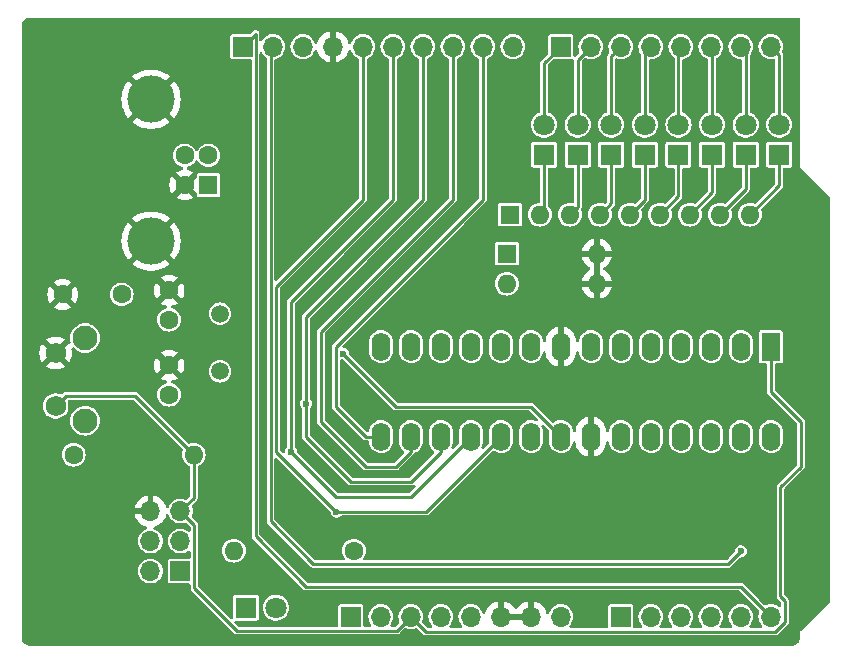
<source format=gbr>
%TF.GenerationSoftware,KiCad,Pcbnew,7.0.5*%
%TF.CreationDate,2023-11-13T21:41:29+01:00*%
%TF.ProjectId,atmega328p_dev_board,61746d65-6761-4333-9238-705f6465765f,rev?*%
%TF.SameCoordinates,Original*%
%TF.FileFunction,Copper,L2,Bot*%
%TF.FilePolarity,Positive*%
%FSLAX46Y46*%
G04 Gerber Fmt 4.6, Leading zero omitted, Abs format (unit mm)*
G04 Created by KiCad (PCBNEW 7.0.5) date 2023-11-13 21:41:29*
%MOMM*%
%LPD*%
G01*
G04 APERTURE LIST*
%TA.AperFunction,ComponentPad*%
%ADD10R,1.600000X2.400000*%
%TD*%
%TA.AperFunction,ComponentPad*%
%ADD11O,1.600000X2.400000*%
%TD*%
%TA.AperFunction,ComponentPad*%
%ADD12C,4.000000*%
%TD*%
%TA.AperFunction,ComponentPad*%
%ADD13C,1.600000*%
%TD*%
%TA.AperFunction,ComponentPad*%
%ADD14R,1.600000X1.600000*%
%TD*%
%TA.AperFunction,ComponentPad*%
%ADD15R,1.800000X1.800000*%
%TD*%
%TA.AperFunction,ComponentPad*%
%ADD16C,1.800000*%
%TD*%
%TA.AperFunction,ComponentPad*%
%ADD17R,1.700000X1.700000*%
%TD*%
%TA.AperFunction,ComponentPad*%
%ADD18O,1.700000X1.700000*%
%TD*%
%TA.AperFunction,ComponentPad*%
%ADD19O,1.600000X1.600000*%
%TD*%
%TA.AperFunction,ComponentPad*%
%ADD20C,1.500000*%
%TD*%
%TA.AperFunction,ComponentPad*%
%ADD21C,2.100000*%
%TD*%
%TA.AperFunction,ComponentPad*%
%ADD22C,1.750000*%
%TD*%
%TA.AperFunction,ViaPad*%
%ADD23C,0.600000*%
%TD*%
%TA.AperFunction,Conductor*%
%ADD24C,0.250000*%
%TD*%
G04 APERTURE END LIST*
D10*
%TO.P,U1,1,~{RESET}/PC6*%
%TO.N,Reset*%
X163500000Y-74600000D03*
D11*
%TO.P,U1,2,PD0*%
%TO.N,PD0*%
X160960000Y-74600000D03*
%TO.P,U1,3,PD1*%
%TO.N,PD1*%
X158420000Y-74600000D03*
%TO.P,U1,4,PD2*%
%TO.N,PD2*%
X155880000Y-74600000D03*
%TO.P,U1,5,PD3*%
%TO.N,PD3*%
X153340000Y-74600000D03*
%TO.P,U1,6,PD4*%
%TO.N,PD4*%
X150800000Y-74600000D03*
%TO.P,U1,7,VCC*%
%TO.N,+5V*%
X148260000Y-74600000D03*
%TO.P,U1,8,GND*%
%TO.N,GND*%
X145720000Y-74600000D03*
%TO.P,U1,9,XTAL1/PB6*%
%TO.N,Net-(U1-XTAL1{slash}PB6)*%
X143180000Y-74600000D03*
%TO.P,U1,10,XTAL2/PB7*%
%TO.N,Net-(U1-XTAL2{slash}PB7)*%
X140640000Y-74600000D03*
%TO.P,U1,11,PD5*%
%TO.N,PD5*%
X138100000Y-74600000D03*
%TO.P,U1,12,PD6*%
%TO.N,PD6*%
X135560000Y-74600000D03*
%TO.P,U1,13,PD7*%
%TO.N,PD7*%
X133020000Y-74600000D03*
%TO.P,U1,14,PB0*%
%TO.N,PB0*%
X130480000Y-74600000D03*
%TO.P,U1,15,PB1*%
%TO.N,PB1*%
X130480000Y-82220000D03*
%TO.P,U1,16,PB2*%
%TO.N,PB2*%
X133020000Y-82220000D03*
%TO.P,U1,17,PB3*%
%TO.N,MOSI*%
X135560000Y-82220000D03*
%TO.P,U1,18,PB4*%
%TO.N,MISO*%
X138100000Y-82220000D03*
%TO.P,U1,19,PB5*%
%TO.N,SCK*%
X140640000Y-82220000D03*
%TO.P,U1,20,AVCC*%
%TO.N,+5V*%
X143180000Y-82220000D03*
%TO.P,U1,21,AREF*%
%TO.N,AREF*%
X145720000Y-82220000D03*
%TO.P,U1,22,GND*%
%TO.N,GND*%
X148260000Y-82220000D03*
%TO.P,U1,23,PC0*%
%TO.N,PC0*%
X150800000Y-82220000D03*
%TO.P,U1,24,PC1*%
%TO.N,PC1*%
X153340000Y-82220000D03*
%TO.P,U1,25,PC2*%
%TO.N,PC2*%
X155880000Y-82220000D03*
%TO.P,U1,26,PC3*%
%TO.N,PC3*%
X158420000Y-82220000D03*
%TO.P,U1,27,PC4*%
%TO.N,PC4*%
X160960000Y-82220000D03*
%TO.P,U1,28,PC5*%
%TO.N,PC5*%
X163500000Y-82220000D03*
%TD*%
D12*
%TO.P,J5,5,Shield*%
%TO.N,GND*%
X111020700Y-53664800D03*
X111020700Y-65664800D03*
D13*
%TO.P,J5,4,GND*%
X113880700Y-60914800D03*
%TO.P,J5,3,D+*%
%TO.N,unconnected-(J5-D+-Pad3)*%
X113880700Y-58414800D03*
%TO.P,J5,2,D-*%
%TO.N,unconnected-(J5-D--Pad2)*%
X115880700Y-58414800D03*
D14*
%TO.P,J5,1,VBUS*%
%TO.N,+5V*%
X115880700Y-60914800D03*
%TD*%
D15*
%TO.P,D8,1,K*%
%TO.N,Net-(D8-K)*%
X144297600Y-58344000D03*
D16*
%TO.P,D8,2,A*%
%TO.N,PD7*%
X144297600Y-55804000D03*
%TD*%
D15*
%TO.P,D7,1,K*%
%TO.N,Net-(D7-K)*%
X147142400Y-58344000D03*
D16*
%TO.P,D7,2,A*%
%TO.N,PD6*%
X147142400Y-55804000D03*
%TD*%
%TO.P,D6,2,A*%
%TO.N,PD5*%
X149987200Y-55804000D03*
D15*
%TO.P,D6,1,K*%
%TO.N,Net-(D6-K)*%
X149987200Y-58344000D03*
%TD*%
%TO.P,D5,1,K*%
%TO.N,Net-(D5-K)*%
X152832000Y-58344000D03*
D16*
%TO.P,D5,2,A*%
%TO.N,PD4*%
X152832000Y-55804000D03*
%TD*%
D15*
%TO.P,D4,1,K*%
%TO.N,Net-(D4-K)*%
X155676800Y-58344000D03*
D16*
%TO.P,D4,2,A*%
%TO.N,PD3*%
X155676800Y-55804000D03*
%TD*%
D15*
%TO.P,D3,1,K*%
%TO.N,Net-(D3-K)*%
X158521600Y-58344000D03*
D16*
%TO.P,D3,2,A*%
%TO.N,PD2*%
X158521600Y-55804000D03*
%TD*%
D15*
%TO.P,D2,1,K*%
%TO.N,Net-(D2-K)*%
X161366400Y-58344000D03*
D16*
%TO.P,D2,2,A*%
%TO.N,PD1*%
X161366400Y-55804000D03*
%TD*%
D15*
%TO.P,D1,1,K*%
%TO.N,Net-(D1-K)*%
X164211200Y-58344000D03*
D16*
%TO.P,D1,2,A*%
%TO.N,PD0*%
X164211200Y-55804000D03*
%TD*%
D17*
%TO.P,J1,1,Pin_1*%
%TO.N,unconnected-(J1-Pin_1-Pad1)*%
X127940000Y-97460000D03*
D18*
%TO.P,J1,2,Pin_2*%
%TO.N,+5V*%
X130480000Y-97460000D03*
%TO.P,J1,3,Pin_3*%
%TO.N,Reset*%
X133020000Y-97460000D03*
%TO.P,J1,4,Pin_4*%
%TO.N,+5V*%
X135560000Y-97460000D03*
%TO.P,J1,5,Pin_5*%
X138100000Y-97460000D03*
%TO.P,J1,6,Pin_6*%
%TO.N,GND*%
X140640000Y-97460000D03*
%TO.P,J1,7,Pin_7*%
X143180000Y-97460000D03*
%TO.P,J1,8,Pin_8*%
%TO.N,unconnected-(J1-Pin_8-Pad8)*%
X145720000Y-97460000D03*
%TD*%
D17*
%TO.P,J3,1,Pin_1*%
%TO.N,PC0*%
X150800000Y-97460000D03*
D18*
%TO.P,J3,2,Pin_2*%
%TO.N,PC1*%
X153340000Y-97460000D03*
%TO.P,J3,3,Pin_3*%
%TO.N,PC2*%
X155880000Y-97460000D03*
%TO.P,J3,4,Pin_4*%
%TO.N,PC3*%
X158420000Y-97460000D03*
%TO.P,J3,5,Pin_5*%
%TO.N,PC4*%
X160960000Y-97460000D03*
%TO.P,J3,6,Pin_6*%
%TO.N,PC5*%
X163500000Y-97460000D03*
%TD*%
D17*
%TO.P,J2,1,Pin_1*%
%TO.N,PC5*%
X118796000Y-49200000D03*
D18*
%TO.P,J2,2,Pin_2*%
%TO.N,PC4*%
X121336000Y-49200000D03*
%TO.P,J2,3,Pin_3*%
%TO.N,AREF*%
X123876000Y-49200000D03*
%TO.P,J2,4,Pin_4*%
%TO.N,GND*%
X126416000Y-49200000D03*
%TO.P,J2,5,Pin_5*%
%TO.N,SCK*%
X128956000Y-49200000D03*
%TO.P,J2,6,Pin_6*%
%TO.N,MISO*%
X131496000Y-49200000D03*
%TO.P,J2,7,Pin_7*%
%TO.N,MOSI*%
X134036000Y-49200000D03*
%TO.P,J2,8,Pin_8*%
%TO.N,PB2*%
X136576000Y-49200000D03*
%TO.P,J2,9,Pin_9*%
%TO.N,PB1*%
X139116000Y-49200000D03*
%TO.P,J2,10,Pin_10*%
%TO.N,PB0*%
X141656000Y-49200000D03*
%TD*%
D17*
%TO.P,J4,1,Pin_1*%
%TO.N,PD7*%
X145720000Y-49200000D03*
D18*
%TO.P,J4,2,Pin_2*%
%TO.N,PD6*%
X148260000Y-49200000D03*
%TO.P,J4,3,Pin_3*%
%TO.N,PD5*%
X150800000Y-49200000D03*
%TO.P,J4,4,Pin_4*%
%TO.N,PD4*%
X153340000Y-49200000D03*
%TO.P,J4,5,Pin_5*%
%TO.N,PD3*%
X155880000Y-49200000D03*
%TO.P,J4,6,Pin_6*%
%TO.N,PD2*%
X158420000Y-49200000D03*
%TO.P,J4,7,Pin_7*%
%TO.N,PD1*%
X160960000Y-49200000D03*
%TO.P,J4,8,Pin_8*%
%TO.N,PD0*%
X163500000Y-49200000D03*
%TD*%
%TO.P,J6,6,Pin_6*%
%TO.N,GND*%
X110972800Y-88519200D03*
%TO.P,J6,5,Pin_5*%
%TO.N,Reset*%
X113512800Y-88519200D03*
%TO.P,J6,4,Pin_4*%
%TO.N,MOSI*%
X110972800Y-91059200D03*
%TO.P,J6,3,Pin_3*%
%TO.N,SCK*%
X113512800Y-91059200D03*
%TO.P,J6,2,Pin_2*%
%TO.N,+5V*%
X110972800Y-93599200D03*
D17*
%TO.P,J6,1,Pin_1*%
%TO.N,MISO*%
X113512800Y-93599200D03*
%TD*%
D15*
%TO.P,D9,1,K*%
%TO.N,Net-(D9-K)*%
X119050000Y-96698000D03*
D16*
%TO.P,D9,2,A*%
%TO.N,+5V*%
X121590000Y-96698000D03*
%TD*%
D14*
%TO.P,SW1,1*%
%TO.N,Net-(RN1-common)*%
X141148000Y-66726000D03*
D19*
%TO.P,SW1,2*%
%TO.N,Net-(R2-Pad1)*%
X141148000Y-69266000D03*
%TO.P,SW1,3*%
%TO.N,GND*%
X148768000Y-69266000D03*
%TO.P,SW1,4*%
X148768000Y-66726000D03*
%TD*%
D14*
%TO.P,RN1,1,common*%
%TO.N,Net-(RN1-common)*%
X141402000Y-63424000D03*
D19*
%TO.P,RN1,2,R1*%
%TO.N,Net-(D8-K)*%
X143942000Y-63424000D03*
%TO.P,RN1,3,R2*%
%TO.N,Net-(D7-K)*%
X146482000Y-63424000D03*
%TO.P,RN1,4,R3*%
%TO.N,Net-(D6-K)*%
X149022000Y-63424000D03*
%TO.P,RN1,5,R4*%
%TO.N,Net-(D5-K)*%
X151562000Y-63424000D03*
%TO.P,RN1,6,R5*%
%TO.N,Net-(D4-K)*%
X154102000Y-63424000D03*
%TO.P,RN1,7,R6*%
%TO.N,Net-(D3-K)*%
X156642000Y-63424000D03*
%TO.P,RN1,8,R7*%
%TO.N,Net-(D2-K)*%
X159182000Y-63424000D03*
%TO.P,RN1,9,R8*%
%TO.N,Net-(D1-K)*%
X161722000Y-63424000D03*
%TD*%
D13*
%TO.P,C2,1*%
%TO.N,Net-(U1-XTAL1{slash}PB6)*%
X112547600Y-78674800D03*
%TO.P,C2,2*%
%TO.N,GND*%
X112547600Y-76174800D03*
%TD*%
%TO.P,C3,1*%
%TO.N,GND*%
X103545200Y-70180400D03*
%TO.P,C3,2*%
%TO.N,+5V*%
X108545200Y-70180400D03*
%TD*%
D20*
%TO.P,Y1,1,1*%
%TO.N,Net-(U1-XTAL1{slash}PB6)*%
X116865600Y-76696800D03*
%TO.P,Y1,2,2*%
%TO.N,Net-(U1-XTAL2{slash}PB7)*%
X116865600Y-71816800D03*
%TD*%
D13*
%TO.P,R1,1*%
%TO.N,+5V*%
X104470400Y-83744000D03*
D19*
%TO.P,R1,2*%
%TO.N,Reset*%
X114630400Y-83744000D03*
%TD*%
D13*
%TO.P,C1,1*%
%TO.N,Net-(U1-XTAL2{slash}PB7)*%
X112547600Y-72324800D03*
%TO.P,C1,2*%
%TO.N,GND*%
X112547600Y-69824800D03*
%TD*%
D21*
%TO.P,SW2,*%
%TO.N,*%
X105436400Y-80879200D03*
X105436400Y-73869200D03*
D22*
%TO.P,SW2,1,1*%
%TO.N,Reset*%
X102946400Y-79629200D03*
%TO.P,SW2,2,2*%
%TO.N,GND*%
X102946400Y-75129200D03*
%TD*%
D13*
%TO.P,R2,1*%
%TO.N,Net-(R2-Pad1)*%
X128194000Y-91872000D03*
D19*
%TO.P,R2,2*%
%TO.N,Net-(D9-K)*%
X118034000Y-91872000D03*
%TD*%
D23*
%TO.N,PC4*%
X160960000Y-91922800D03*
%TO.N,SCK*%
X126720800Y-88570000D03*
%TO.N,AREF*%
X127294500Y-75184200D03*
%TO.N,MISO*%
X122860000Y-83490000D03*
%TO.N,MOSI*%
X124130000Y-79426000D03*
%TD*%
D24*
%TO.N,Reset*%
X163500000Y-78410000D02*
X163500000Y-74600000D01*
%TO.N,MOSI*%
X134036000Y-62154000D02*
X134036000Y-49200000D01*
X124130000Y-72060000D02*
X134036000Y-62154000D01*
X124130000Y-79426000D02*
X124130000Y-72060000D01*
X135560000Y-83490000D02*
X135560000Y-82220000D01*
X133020000Y-86030000D02*
X135560000Y-83490000D01*
X127940000Y-86030000D02*
X133020000Y-86030000D01*
X124130000Y-82220000D02*
X127940000Y-86030000D01*
X124130000Y-79426000D02*
X124130000Y-82220000D01*
%TO.N,AREF*%
X143180000Y-79680000D02*
X145720000Y-82220000D01*
X131750000Y-79680000D02*
X143180000Y-79680000D01*
X127294500Y-75184200D02*
X127294500Y-75224500D01*
X127294500Y-75224500D02*
X131750000Y-79680000D01*
%TO.N,PC4*%
X159885800Y-92997000D02*
X160960000Y-91922800D01*
X124747000Y-92997000D02*
X159885800Y-92997000D01*
X121140000Y-89390000D02*
X124747000Y-92997000D01*
X121140000Y-49396000D02*
X121140000Y-89390000D01*
X121336000Y-49200000D02*
X121140000Y-49396000D01*
%TO.N,Reset*%
X114687800Y-95052800D02*
X114687800Y-89694200D01*
X118270000Y-98635000D02*
X114687800Y-95052800D01*
X114687800Y-89694200D02*
X113512800Y-88519200D01*
X114630400Y-87401600D02*
X113512800Y-88519200D01*
X163891701Y-98730000D02*
X134290000Y-98730000D01*
X114630400Y-83744000D02*
X114630400Y-87401600D01*
X109640601Y-78754201D02*
X114630400Y-83744000D01*
X103821399Y-78754201D02*
X109640601Y-78754201D01*
X102946400Y-79629200D02*
X103821399Y-78754201D01*
%TO.N,PC5*%
X119870000Y-48126000D02*
X119870000Y-90660000D01*
X118796000Y-49200000D02*
X119870000Y-48126000D01*
X119870000Y-90660000D02*
X124130000Y-94920000D01*
%TO.N,Reset*%
X134290000Y-98730000D02*
X133020000Y-97460000D01*
%TO.N,SCK*%
X126720800Y-88570000D02*
X134290000Y-88570000D01*
%TO.N,Net-(D8-K)*%
X144297600Y-63068400D02*
X143942000Y-63424000D01*
X144297600Y-58344000D02*
X144297600Y-63068400D01*
%TO.N,Net-(D7-K)*%
X147142400Y-62763600D02*
X146482000Y-63424000D01*
X147142400Y-58344000D02*
X147142400Y-62763600D01*
%TO.N,Net-(D6-K)*%
X149987200Y-62458800D02*
X149022000Y-63424000D01*
X149987200Y-58344000D02*
X149987200Y-62458800D01*
%TO.N,Net-(D5-K)*%
X152832000Y-62154000D02*
X151562000Y-63424000D01*
X152832000Y-58344000D02*
X152832000Y-62154000D01*
%TO.N,Net-(D4-K)*%
X155676800Y-61849200D02*
X154102000Y-63424000D01*
X155676800Y-58344000D02*
X155676800Y-61849200D01*
%TO.N,Net-(D3-K)*%
X158521600Y-58344000D02*
X158521600Y-61544400D01*
X158521600Y-61544400D02*
X156642000Y-63424000D01*
%TO.N,Net-(D2-K)*%
X161366400Y-61239600D02*
X159182000Y-63424000D01*
X161366400Y-58344000D02*
X161366400Y-61239600D01*
%TO.N,Net-(D1-K)*%
X164211200Y-60934800D02*
X161722000Y-63424000D01*
X164211200Y-58344000D02*
X164211200Y-60934800D01*
%TO.N,PD0*%
X164211200Y-55804000D02*
X164211200Y-49911200D01*
X164211200Y-49911200D02*
X163500000Y-49200000D01*
%TO.N,PD1*%
X161366400Y-49606400D02*
X160960000Y-49200000D01*
X161366400Y-55804000D02*
X161366400Y-49606400D01*
%TO.N,PD2*%
X158521600Y-55804000D02*
X158521600Y-49301600D01*
%TO.N,PD3*%
X155676800Y-55804000D02*
X155676800Y-49403200D01*
%TO.N,PD4*%
X152832000Y-55804000D02*
X152832000Y-49708000D01*
%TO.N,PD5*%
X149987200Y-55804000D02*
X149987200Y-50012800D01*
X149987200Y-50012800D02*
X150800000Y-49200000D01*
%TO.N,PD6*%
X147142400Y-50317600D02*
X148260000Y-49200000D01*
X147142400Y-55804000D02*
X147142400Y-50317600D01*
%TO.N,PD7*%
X144297600Y-50622400D02*
X145720000Y-49200000D01*
X144297600Y-55804000D02*
X144297600Y-50622400D01*
%TO.N,GND*%
X143180000Y-97460000D02*
X140640000Y-97460000D01*
%TO.N,PC5*%
X163500000Y-97460000D02*
X160960000Y-94920000D01*
X160960000Y-94920000D02*
X124130000Y-94920000D01*
%TO.N,SCK*%
X126670000Y-88570000D02*
X126720800Y-88570000D01*
X128956000Y-49200000D02*
X128956000Y-62154000D01*
X128956000Y-62154000D02*
X121590000Y-69520000D01*
X121590000Y-69520000D02*
X121590000Y-83490000D01*
X121590000Y-83490000D02*
X126670000Y-88570000D01*
X134290000Y-88570000D02*
X140640000Y-82220000D01*
%TO.N,MISO*%
X122860000Y-83490000D02*
X126670000Y-87300000D01*
X122860000Y-70790000D02*
X131496000Y-62154000D01*
X126670000Y-87300000D02*
X133020000Y-87300000D01*
X131496000Y-62154000D02*
X131496000Y-49200000D01*
X122860000Y-83490000D02*
X122860000Y-70790000D01*
X133020000Y-87300000D02*
X138100000Y-82220000D01*
%TO.N,PB2*%
X136576000Y-62154000D02*
X125400000Y-73330000D01*
X136576000Y-49200000D02*
X136576000Y-62154000D01*
X125400000Y-73330000D02*
X125400000Y-80950000D01*
X129210000Y-84760000D02*
X131750000Y-84760000D01*
X133020000Y-83490000D02*
X133020000Y-82220000D01*
X125400000Y-80950000D02*
X129210000Y-84760000D01*
X131750000Y-84760000D02*
X133020000Y-83490000D01*
%TO.N,PB1*%
X129210000Y-82220000D02*
X130480000Y-82220000D01*
X126670000Y-79680000D02*
X129210000Y-82220000D01*
X139116000Y-62154000D02*
X126670000Y-74600000D01*
X126670000Y-74600000D02*
X126670000Y-79680000D01*
X139116000Y-49200000D02*
X139116000Y-62154000D01*
%TO.N,Reset*%
X163500000Y-78410000D02*
X166040000Y-80950000D01*
X164675000Y-96095000D02*
X164675000Y-97946701D01*
X166040000Y-84760000D02*
X164315000Y-86485000D01*
X164315000Y-95735000D02*
X164675000Y-96095000D01*
X166040000Y-80950000D02*
X166040000Y-84760000D01*
X133020000Y-97460000D02*
X131845000Y-98635000D01*
X131845000Y-98635000D02*
X118270000Y-98635000D01*
X164675000Y-97946701D02*
X163891701Y-98730000D01*
X164315000Y-86485000D02*
X164315000Y-95735000D01*
%TD*%
%TA.AperFunction,Conductor*%
%TO.N,GND*%
G36*
X142720507Y-97250156D02*
G01*
X142680000Y-97388111D01*
X142680000Y-97531889D01*
X142720507Y-97669844D01*
X142746314Y-97710000D01*
X141073686Y-97710000D01*
X141099493Y-97669844D01*
X141140000Y-97531889D01*
X141140000Y-97388111D01*
X141099493Y-97250156D01*
X141073686Y-97210000D01*
X142746314Y-97210000D01*
X142720507Y-97250156D01*
G37*
%TD.AperFunction*%
%TA.AperFunction,Conductor*%
G36*
X149018000Y-68950314D02*
G01*
X149006045Y-68938359D01*
X148893148Y-68880835D01*
X148799481Y-68866000D01*
X148736519Y-68866000D01*
X148642852Y-68880835D01*
X148529955Y-68938359D01*
X148518000Y-68950314D01*
X148518000Y-67041686D01*
X148529955Y-67053641D01*
X148642852Y-67111165D01*
X148736519Y-67126000D01*
X148799481Y-67126000D01*
X148893148Y-67111165D01*
X149006045Y-67053641D01*
X149018000Y-67041685D01*
X149018000Y-68950314D01*
G37*
%TD.AperFunction*%
%TA.AperFunction,Conductor*%
G36*
X165907539Y-46755185D02*
G01*
X165953294Y-46807989D01*
X165964500Y-46859500D01*
X165964500Y-59315016D01*
X165961962Y-59334289D01*
X165964263Y-59360602D01*
X165964499Y-59365996D01*
X165964499Y-59373314D01*
X165965768Y-59380509D01*
X165966474Y-59385870D01*
X165967181Y-59393956D01*
X165971651Y-59403541D01*
X165978451Y-59411644D01*
X165978452Y-59411645D01*
X165979500Y-59412250D01*
X166005185Y-59431958D01*
X168468182Y-61894955D01*
X168501666Y-61956276D01*
X168504500Y-61982634D01*
X168504500Y-96107363D01*
X168484815Y-96174402D01*
X168468181Y-96195044D01*
X166018418Y-98644806D01*
X166003002Y-98656636D01*
X165986024Y-98676868D01*
X165982374Y-98680851D01*
X165977197Y-98686027D01*
X165972997Y-98692026D01*
X165969710Y-98696309D01*
X165964501Y-98702517D01*
X165960881Y-98712463D01*
X165959960Y-98722998D01*
X165960274Y-98724169D01*
X165964500Y-98756265D01*
X165964500Y-99234951D01*
X165964201Y-99241033D01*
X165952505Y-99359778D01*
X165947763Y-99383618D01*
X165917832Y-99482290D01*
X165915789Y-99489024D01*
X165906486Y-99511482D01*
X165854561Y-99608627D01*
X165841056Y-99628839D01*
X165771176Y-99713988D01*
X165753988Y-99731176D01*
X165668839Y-99801056D01*
X165648627Y-99814561D01*
X165551482Y-99866486D01*
X165529028Y-99875787D01*
X165487028Y-99888528D01*
X165423618Y-99907763D01*
X165399778Y-99912505D01*
X165281033Y-99924201D01*
X165274951Y-99924500D01*
X100765049Y-99924500D01*
X100758968Y-99924201D01*
X100640221Y-99912505D01*
X100616381Y-99907763D01*
X100599445Y-99902625D01*
X100510968Y-99875786D01*
X100488517Y-99866486D01*
X100391372Y-99814561D01*
X100371160Y-99801056D01*
X100286011Y-99731176D01*
X100268823Y-99713988D01*
X100198943Y-99628839D01*
X100185438Y-99608627D01*
X100133510Y-99511476D01*
X100124215Y-99489037D01*
X100092234Y-99383612D01*
X100087494Y-99359777D01*
X100075799Y-99241032D01*
X100075500Y-99234951D01*
X100075500Y-93599200D01*
X109917217Y-93599200D01*
X109937499Y-93805132D01*
X109937500Y-93805134D01*
X109997568Y-94003154D01*
X110095115Y-94185650D01*
X110095117Y-94185652D01*
X110226389Y-94345610D01*
X110323009Y-94424902D01*
X110386350Y-94476885D01*
X110568846Y-94574432D01*
X110766866Y-94634500D01*
X110766865Y-94634500D01*
X110787148Y-94636497D01*
X110972800Y-94654783D01*
X111178734Y-94634500D01*
X111376754Y-94574432D01*
X111559250Y-94476885D01*
X111719210Y-94345610D01*
X111850485Y-94185650D01*
X111948032Y-94003154D01*
X112008100Y-93805134D01*
X112028383Y-93599200D01*
X112008100Y-93393266D01*
X111948032Y-93195246D01*
X111850485Y-93012750D01*
X111798502Y-92949409D01*
X111719210Y-92852789D01*
X111559252Y-92721517D01*
X111559253Y-92721517D01*
X111559250Y-92721515D01*
X111376754Y-92623968D01*
X111178734Y-92563900D01*
X111178732Y-92563899D01*
X111178734Y-92563899D01*
X110991263Y-92545435D01*
X110972800Y-92543617D01*
X110972799Y-92543617D01*
X110766867Y-92563899D01*
X110568843Y-92623969D01*
X110458697Y-92682843D01*
X110386350Y-92721515D01*
X110386348Y-92721516D01*
X110386347Y-92721517D01*
X110226389Y-92852789D01*
X110095117Y-93012747D01*
X109997569Y-93195243D01*
X109937499Y-93393267D01*
X109917217Y-93599200D01*
X100075500Y-93599200D01*
X100075500Y-83744000D01*
X103465059Y-83744000D01*
X103484375Y-83940129D01*
X103484376Y-83940132D01*
X103540512Y-84125188D01*
X103541588Y-84128733D01*
X103634486Y-84302532D01*
X103634490Y-84302539D01*
X103759516Y-84454883D01*
X103911860Y-84579909D01*
X103911867Y-84579913D01*
X104085666Y-84672811D01*
X104085669Y-84672811D01*
X104085673Y-84672814D01*
X104274268Y-84730024D01*
X104470400Y-84749341D01*
X104666532Y-84730024D01*
X104855127Y-84672814D01*
X105028938Y-84579910D01*
X105181283Y-84454883D01*
X105306310Y-84302538D01*
X105399214Y-84128727D01*
X105456424Y-83940132D01*
X105475741Y-83744000D01*
X105456424Y-83547868D01*
X105399214Y-83359273D01*
X105399211Y-83359269D01*
X105399211Y-83359266D01*
X105306313Y-83185467D01*
X105306309Y-83185460D01*
X105181283Y-83033116D01*
X105028939Y-82908090D01*
X105028932Y-82908086D01*
X104855133Y-82815188D01*
X104855127Y-82815186D01*
X104666532Y-82757976D01*
X104666529Y-82757975D01*
X104470400Y-82738659D01*
X104274270Y-82757975D01*
X104085666Y-82815188D01*
X103911867Y-82908086D01*
X103911860Y-82908090D01*
X103759516Y-83033116D01*
X103634490Y-83185460D01*
X103634486Y-83185467D01*
X103541588Y-83359266D01*
X103484375Y-83547870D01*
X103465059Y-83744000D01*
X100075500Y-83744000D01*
X100075500Y-80879202D01*
X104181123Y-80879202D01*
X104188765Y-80966552D01*
X104199537Y-81089684D01*
X104200193Y-81097175D01*
X104200193Y-81097179D01*
X104256822Y-81308522D01*
X104256824Y-81308526D01*
X104256825Y-81308530D01*
X104287202Y-81373673D01*
X104349297Y-81506838D01*
X104357773Y-81518943D01*
X104474802Y-81686077D01*
X104629523Y-81840798D01*
X104808761Y-81966302D01*
X105007070Y-82058775D01*
X105218423Y-82115407D01*
X105401326Y-82131408D01*
X105436398Y-82134477D01*
X105436400Y-82134477D01*
X105436402Y-82134477D01*
X105464654Y-82132005D01*
X105654377Y-82115407D01*
X105865730Y-82058775D01*
X106064039Y-81966302D01*
X106243277Y-81840798D01*
X106397998Y-81686077D01*
X106523502Y-81506839D01*
X106615975Y-81308530D01*
X106672607Y-81097177D01*
X106691677Y-80879200D01*
X106691479Y-80876941D01*
X106686528Y-80820342D01*
X106672607Y-80661223D01*
X106615975Y-80449870D01*
X106523502Y-80251562D01*
X106523500Y-80251559D01*
X106523499Y-80251557D01*
X106397999Y-80072324D01*
X106323288Y-79997613D01*
X106243277Y-79917602D01*
X106083375Y-79805637D01*
X106064038Y-79792097D01*
X105964884Y-79745861D01*
X105865730Y-79699625D01*
X105865726Y-79699624D01*
X105865722Y-79699622D01*
X105654377Y-79642993D01*
X105436402Y-79623923D01*
X105436398Y-79623923D01*
X105291082Y-79636636D01*
X105218423Y-79642993D01*
X105218420Y-79642993D01*
X105007077Y-79699622D01*
X105007068Y-79699626D01*
X104808761Y-79792098D01*
X104808757Y-79792100D01*
X104629521Y-79917602D01*
X104474802Y-80072321D01*
X104349300Y-80251557D01*
X104349298Y-80251561D01*
X104256826Y-80449868D01*
X104256822Y-80449877D01*
X104200193Y-80661220D01*
X104200193Y-80661223D01*
X104197687Y-80689865D01*
X104181123Y-80879197D01*
X104181123Y-80879202D01*
X100075500Y-80879202D01*
X100075500Y-79629200D01*
X101866292Y-79629200D01*
X101884682Y-79827664D01*
X101884682Y-79827666D01*
X101884683Y-79827669D01*
X101936351Y-80009264D01*
X101939230Y-80019383D01*
X102028070Y-80197798D01*
X102028075Y-80197806D01*
X102148192Y-80356866D01*
X102250221Y-80449877D01*
X102295490Y-80491145D01*
X102464954Y-80596073D01*
X102650814Y-80668076D01*
X102846740Y-80704700D01*
X102846742Y-80704700D01*
X103046058Y-80704700D01*
X103046060Y-80704700D01*
X103241986Y-80668076D01*
X103427846Y-80596073D01*
X103597310Y-80491145D01*
X103744609Y-80356864D01*
X103864726Y-80197804D01*
X103953571Y-80019380D01*
X104008117Y-79827669D01*
X104026508Y-79629200D01*
X104008117Y-79430731D01*
X103953571Y-79239020D01*
X103953177Y-79237634D01*
X103953765Y-79167767D01*
X103992032Y-79109309D01*
X104055829Y-79080819D01*
X104072444Y-79079701D01*
X109454413Y-79079701D01*
X109521452Y-79099386D01*
X109542094Y-79116020D01*
X113668526Y-83242453D01*
X113702011Y-83303776D01*
X113699506Y-83366129D01*
X113644375Y-83547869D01*
X113625059Y-83744000D01*
X113644375Y-83940129D01*
X113644376Y-83940132D01*
X113700512Y-84125188D01*
X113701588Y-84128733D01*
X113794486Y-84302532D01*
X113794490Y-84302539D01*
X113919516Y-84454883D01*
X114025531Y-84541887D01*
X114071862Y-84579910D01*
X114239355Y-84669436D01*
X114289196Y-84718397D01*
X114304899Y-84778793D01*
X114304899Y-87215411D01*
X114285214Y-87282450D01*
X114268580Y-87303092D01*
X114053794Y-87517878D01*
X113992471Y-87551363D01*
X113922779Y-87546379D01*
X113918662Y-87544759D01*
X113916762Y-87543972D01*
X113916754Y-87543968D01*
X113718734Y-87483900D01*
X113718732Y-87483899D01*
X113718734Y-87483899D01*
X113512800Y-87463617D01*
X113306867Y-87483899D01*
X113164001Y-87527237D01*
X113117698Y-87541283D01*
X113108843Y-87543969D01*
X113004853Y-87599554D01*
X112926350Y-87641515D01*
X112926348Y-87641516D01*
X112926347Y-87641517D01*
X112766389Y-87772789D01*
X112635117Y-87932747D01*
X112537567Y-88115246D01*
X112517393Y-88181752D01*
X112479096Y-88240190D01*
X112415283Y-88268647D01*
X112346216Y-88258086D01*
X112293823Y-88211861D01*
X112278958Y-88177849D01*
X112246233Y-88055716D01*
X112246229Y-88055707D01*
X112146400Y-87841622D01*
X112146399Y-87841620D01*
X112010913Y-87648126D01*
X112010908Y-87648120D01*
X111843882Y-87481094D01*
X111650378Y-87345599D01*
X111436292Y-87245770D01*
X111436286Y-87245767D01*
X111222800Y-87188564D01*
X111222799Y-88083698D01*
X111115115Y-88034520D01*
X111008563Y-88019200D01*
X110937037Y-88019200D01*
X110830485Y-88034520D01*
X110722800Y-88083698D01*
X110722800Y-87188564D01*
X110722799Y-87188564D01*
X110509313Y-87245767D01*
X110509307Y-87245770D01*
X110295222Y-87345599D01*
X110295220Y-87345600D01*
X110101726Y-87481086D01*
X110101720Y-87481091D01*
X109934691Y-87648120D01*
X109934686Y-87648126D01*
X109799200Y-87841620D01*
X109799199Y-87841622D01*
X109699370Y-88055707D01*
X109699367Y-88055713D01*
X109642164Y-88269199D01*
X109642164Y-88269200D01*
X110539114Y-88269200D01*
X110513307Y-88309356D01*
X110472800Y-88447311D01*
X110472800Y-88591089D01*
X110513307Y-88729044D01*
X110539114Y-88769200D01*
X109642164Y-88769200D01*
X109699367Y-88982686D01*
X109699370Y-88982692D01*
X109799199Y-89196778D01*
X109934694Y-89390282D01*
X110101717Y-89557305D01*
X110295221Y-89692800D01*
X110509307Y-89792629D01*
X110509316Y-89792633D01*
X110631449Y-89825358D01*
X110691110Y-89861723D01*
X110721639Y-89924569D01*
X110713345Y-89993945D01*
X110668859Y-90047823D01*
X110635352Y-90063793D01*
X110568846Y-90083967D01*
X110438158Y-90153822D01*
X110386350Y-90181515D01*
X110386348Y-90181516D01*
X110386347Y-90181517D01*
X110226389Y-90312789D01*
X110095117Y-90472747D01*
X110095115Y-90472750D01*
X110080459Y-90500170D01*
X109997569Y-90655243D01*
X109937499Y-90853267D01*
X109917217Y-91059200D01*
X109937499Y-91265132D01*
X109937500Y-91265134D01*
X109997568Y-91463154D01*
X110095115Y-91645650D01*
X110095117Y-91645652D01*
X110226389Y-91805610D01*
X110292684Y-91860016D01*
X110386350Y-91936885D01*
X110568846Y-92034432D01*
X110766866Y-92094500D01*
X110766865Y-92094500D01*
X110785329Y-92096318D01*
X110972800Y-92114783D01*
X111178734Y-92094500D01*
X111376754Y-92034432D01*
X111559250Y-91936885D01*
X111719210Y-91805610D01*
X111850485Y-91645650D01*
X111948032Y-91463154D01*
X112008100Y-91265134D01*
X112028383Y-91059200D01*
X112008100Y-90853266D01*
X111948032Y-90655246D01*
X111850485Y-90472750D01*
X111798502Y-90409409D01*
X111719210Y-90312789D01*
X111559252Y-90181517D01*
X111559253Y-90181517D01*
X111559250Y-90181515D01*
X111376754Y-90083968D01*
X111310247Y-90063793D01*
X111251809Y-90025496D01*
X111223353Y-89961684D01*
X111233913Y-89892617D01*
X111280137Y-89840223D01*
X111314150Y-89825358D01*
X111436283Y-89792633D01*
X111436292Y-89792629D01*
X111650378Y-89692800D01*
X111843882Y-89557305D01*
X112010905Y-89390282D01*
X112146400Y-89196778D01*
X112246229Y-88982692D01*
X112246233Y-88982683D01*
X112278958Y-88860550D01*
X112315322Y-88800890D01*
X112378169Y-88770360D01*
X112447545Y-88778654D01*
X112501423Y-88823139D01*
X112517393Y-88856647D01*
X112537568Y-88923154D01*
X112635115Y-89105650D01*
X112635117Y-89105652D01*
X112766389Y-89265610D01*
X112797927Y-89291492D01*
X112926350Y-89396885D01*
X113108846Y-89494432D01*
X113306866Y-89554500D01*
X113306865Y-89554500D01*
X113325329Y-89556318D01*
X113512800Y-89574783D01*
X113718734Y-89554500D01*
X113916754Y-89494432D01*
X113916762Y-89494427D01*
X113918650Y-89493646D01*
X113919724Y-89493530D01*
X113922584Y-89492663D01*
X113922748Y-89493204D01*
X113988118Y-89486170D01*
X114050601Y-89517438D01*
X114053795Y-89520521D01*
X114325981Y-89792707D01*
X114359466Y-89854030D01*
X114362300Y-89880388D01*
X114362300Y-90135217D01*
X114342615Y-90202256D01*
X114289811Y-90248011D01*
X114220653Y-90257955D01*
X114159636Y-90231071D01*
X114099253Y-90181517D01*
X114099251Y-90181516D01*
X114099250Y-90181515D01*
X113916754Y-90083968D01*
X113718734Y-90023900D01*
X113718732Y-90023899D01*
X113718734Y-90023899D01*
X113531263Y-90005435D01*
X113512800Y-90003617D01*
X113512799Y-90003617D01*
X113306867Y-90023899D01*
X113131492Y-90077098D01*
X113108850Y-90083967D01*
X113108843Y-90083969D01*
X113012967Y-90135217D01*
X112926350Y-90181515D01*
X112926348Y-90181516D01*
X112926347Y-90181517D01*
X112766389Y-90312789D01*
X112635117Y-90472747D01*
X112635115Y-90472750D01*
X112620459Y-90500170D01*
X112537569Y-90655243D01*
X112477499Y-90853267D01*
X112457217Y-91059200D01*
X112477499Y-91265132D01*
X112477500Y-91265134D01*
X112537568Y-91463154D01*
X112635115Y-91645650D01*
X112635117Y-91645652D01*
X112766389Y-91805610D01*
X112832684Y-91860016D01*
X112926350Y-91936885D01*
X113108846Y-92034432D01*
X113306866Y-92094500D01*
X113306865Y-92094500D01*
X113325329Y-92096318D01*
X113512800Y-92114783D01*
X113718734Y-92094500D01*
X113916754Y-92034432D01*
X114099250Y-91936885D01*
X114159634Y-91887329D01*
X114223945Y-91860016D01*
X114292813Y-91871807D01*
X114344373Y-91918960D01*
X114362300Y-91983182D01*
X114362300Y-92424700D01*
X114342615Y-92491739D01*
X114289811Y-92537494D01*
X114238300Y-92548700D01*
X112643047Y-92548700D01*
X112584570Y-92560331D01*
X112584569Y-92560332D01*
X112518247Y-92604647D01*
X112473932Y-92670969D01*
X112473931Y-92670970D01*
X112462300Y-92729447D01*
X112462300Y-94468952D01*
X112473931Y-94527429D01*
X112473932Y-94527430D01*
X112518247Y-94593752D01*
X112584569Y-94638067D01*
X112584570Y-94638068D01*
X112643047Y-94649699D01*
X112643050Y-94649700D01*
X112643052Y-94649700D01*
X114238300Y-94649700D01*
X114305339Y-94669385D01*
X114351094Y-94722189D01*
X114362300Y-94773700D01*
X114362300Y-95035878D01*
X114362064Y-95041285D01*
X114358535Y-95081608D01*
X114369012Y-95120710D01*
X114370183Y-95125990D01*
X114377211Y-95165843D01*
X114379035Y-95170855D01*
X114385997Y-95187661D01*
X114388245Y-95192481D01*
X114388246Y-95192484D01*
X114402252Y-95212487D01*
X114411455Y-95225631D01*
X114414361Y-95230192D01*
X114434606Y-95265255D01*
X114465615Y-95291275D01*
X114469605Y-95294931D01*
X118027863Y-98853189D01*
X118031518Y-98857178D01*
X118057541Y-98888190D01*
X118057543Y-98888191D01*
X118057545Y-98888194D01*
X118057547Y-98888195D01*
X118057548Y-98888196D01*
X118092599Y-98908433D01*
X118097162Y-98911339D01*
X118130316Y-98934554D01*
X118130319Y-98934554D01*
X118135176Y-98936820D01*
X118151933Y-98943760D01*
X118156953Y-98945587D01*
X118156955Y-98945588D01*
X118192806Y-98951909D01*
X118196808Y-98952615D01*
X118202080Y-98953783D01*
X118241193Y-98964264D01*
X118281522Y-98960735D01*
X118286924Y-98960500D01*
X131828078Y-98960500D01*
X131833481Y-98960735D01*
X131873807Y-98964264D01*
X131912940Y-98953777D01*
X131918162Y-98952619D01*
X131958045Y-98945588D01*
X131958050Y-98945584D01*
X131963099Y-98943747D01*
X131979824Y-98936819D01*
X131984681Y-98934554D01*
X131984684Y-98934554D01*
X132017841Y-98911335D01*
X132022390Y-98908438D01*
X132057455Y-98888194D01*
X132057459Y-98888190D01*
X132083476Y-98857182D01*
X132087122Y-98853202D01*
X132479005Y-98461319D01*
X132540326Y-98427836D01*
X132610018Y-98432820D01*
X132614132Y-98434439D01*
X132616038Y-98435227D01*
X132616046Y-98435232D01*
X132814066Y-98495300D01*
X132814065Y-98495300D01*
X132832529Y-98497118D01*
X133020000Y-98515583D01*
X133225934Y-98495300D01*
X133423954Y-98435232D01*
X133423969Y-98435223D01*
X133425843Y-98434448D01*
X133426918Y-98434332D01*
X133429784Y-98433463D01*
X133429948Y-98434005D01*
X133495311Y-98426969D01*
X133557795Y-98458234D01*
X133560994Y-98461321D01*
X134047868Y-98948195D01*
X134051523Y-98952184D01*
X134077541Y-98983190D01*
X134077543Y-98983191D01*
X134077545Y-98983194D01*
X134112599Y-99003432D01*
X134117159Y-99006337D01*
X134150316Y-99029554D01*
X134150319Y-99029554D01*
X134155176Y-99031820D01*
X134171933Y-99038760D01*
X134176953Y-99040587D01*
X134176955Y-99040588D01*
X134216830Y-99047618D01*
X134222087Y-99048784D01*
X134261193Y-99059263D01*
X134301510Y-99055735D01*
X134306912Y-99055500D01*
X163874779Y-99055500D01*
X163880182Y-99055735D01*
X163920508Y-99059264D01*
X163959641Y-99048777D01*
X163964863Y-99047619D01*
X164004746Y-99040588D01*
X164004751Y-99040584D01*
X164009800Y-99038747D01*
X164026525Y-99031819D01*
X164031382Y-99029554D01*
X164031385Y-99029554D01*
X164064542Y-99006335D01*
X164069091Y-99003438D01*
X164104156Y-98983194D01*
X164104160Y-98983190D01*
X164120040Y-98964264D01*
X164130182Y-98952176D01*
X164133823Y-98948202D01*
X164893204Y-98188821D01*
X164897166Y-98185190D01*
X164928194Y-98159156D01*
X164948438Y-98124091D01*
X164951335Y-98119542D01*
X164974554Y-98086385D01*
X164974554Y-98086382D01*
X164976819Y-98081525D01*
X164983747Y-98064800D01*
X164985584Y-98059751D01*
X164985588Y-98059746D01*
X164992619Y-98019863D01*
X164993777Y-98014641D01*
X165004264Y-97975508D01*
X165000735Y-97935182D01*
X165000500Y-97929779D01*
X165000500Y-96111920D01*
X165000736Y-96106513D01*
X165004264Y-96066193D01*
X165004264Y-96066192D01*
X164993782Y-96027076D01*
X164992616Y-96021818D01*
X164985588Y-95981955D01*
X164985586Y-95981952D01*
X164985586Y-95981950D01*
X164983760Y-95976933D01*
X164976820Y-95960176D01*
X164974554Y-95955319D01*
X164974554Y-95955316D01*
X164951339Y-95922162D01*
X164948433Y-95917599D01*
X164928196Y-95882548D01*
X164928195Y-95882547D01*
X164928194Y-95882545D01*
X164897177Y-95856518D01*
X164893193Y-95852867D01*
X164676819Y-95636492D01*
X164643334Y-95575169D01*
X164640500Y-95548811D01*
X164640500Y-91161116D01*
X164640500Y-86671184D01*
X164660184Y-86604149D01*
X164676813Y-86583512D01*
X166258210Y-85002115D01*
X166262172Y-84998484D01*
X166293194Y-84972455D01*
X166313444Y-84937378D01*
X166316333Y-84932845D01*
X166339553Y-84899684D01*
X166339555Y-84899676D01*
X166341816Y-84894828D01*
X166348754Y-84878079D01*
X166350583Y-84873052D01*
X166350588Y-84873045D01*
X166357622Y-84833147D01*
X166358779Y-84827929D01*
X166369263Y-84788807D01*
X166365735Y-84748489D01*
X166365500Y-84743086D01*
X166365500Y-80966909D01*
X166365736Y-80961502D01*
X166369263Y-80921191D01*
X166358786Y-80882092D01*
X166357617Y-80876824D01*
X166350588Y-80836955D01*
X166350587Y-80836954D01*
X166350587Y-80836951D01*
X166348765Y-80831947D01*
X166341815Y-80815168D01*
X166339554Y-80810319D01*
X166339553Y-80810318D01*
X166339553Y-80810316D01*
X166316333Y-80777154D01*
X166313435Y-80772604D01*
X166308358Y-80763811D01*
X166293194Y-80737545D01*
X166293191Y-80737542D01*
X166293190Y-80737541D01*
X166274981Y-80722262D01*
X166262182Y-80711522D01*
X166258210Y-80707883D01*
X163861819Y-78311491D01*
X163828334Y-78250169D01*
X163825500Y-78223811D01*
X163825500Y-76124500D01*
X163845185Y-76057461D01*
X163897989Y-76011706D01*
X163949500Y-76000500D01*
X164319750Y-76000500D01*
X164319751Y-76000499D01*
X164334568Y-75997552D01*
X164378229Y-75988868D01*
X164378229Y-75988867D01*
X164378231Y-75988867D01*
X164444552Y-75944552D01*
X164488867Y-75878231D01*
X164488867Y-75878229D01*
X164488868Y-75878229D01*
X164500499Y-75819752D01*
X164500500Y-75819750D01*
X164500500Y-73380249D01*
X164500499Y-73380247D01*
X164488868Y-73321770D01*
X164488867Y-73321769D01*
X164444552Y-73255447D01*
X164378230Y-73211132D01*
X164378229Y-73211131D01*
X164319752Y-73199500D01*
X164319748Y-73199500D01*
X162680252Y-73199500D01*
X162680247Y-73199500D01*
X162621770Y-73211131D01*
X162621769Y-73211132D01*
X162555447Y-73255447D01*
X162511132Y-73321769D01*
X162511131Y-73321770D01*
X162499500Y-73380247D01*
X162499500Y-75819752D01*
X162511131Y-75878229D01*
X162511132Y-75878230D01*
X162555447Y-75944552D01*
X162621769Y-75988867D01*
X162621770Y-75988868D01*
X162680247Y-76000499D01*
X162680250Y-76000500D01*
X162680252Y-76000500D01*
X163050500Y-76000500D01*
X163117539Y-76020185D01*
X163163294Y-76072989D01*
X163174500Y-76124500D01*
X163174500Y-78393078D01*
X163174264Y-78398485D01*
X163170735Y-78438808D01*
X163181212Y-78477910D01*
X163182383Y-78483190D01*
X163189411Y-78523043D01*
X163191235Y-78528055D01*
X163198197Y-78544861D01*
X163200445Y-78549681D01*
X163200446Y-78549684D01*
X163214452Y-78569687D01*
X163223655Y-78582831D01*
X163226561Y-78587392D01*
X163246806Y-78622455D01*
X163277815Y-78648475D01*
X163281805Y-78652131D01*
X165678182Y-81048508D01*
X165711666Y-81109829D01*
X165714500Y-81136187D01*
X165714500Y-84573810D01*
X165694815Y-84640849D01*
X165678181Y-84661491D01*
X164096803Y-86242870D01*
X164092814Y-86246525D01*
X164061805Y-86272545D01*
X164041562Y-86307606D01*
X164038656Y-86312166D01*
X164015446Y-86345313D01*
X164013206Y-86350117D01*
X164006229Y-86366961D01*
X164004410Y-86371959D01*
X163997383Y-86411811D01*
X163996212Y-86417091D01*
X163985735Y-86456191D01*
X163989264Y-86496513D01*
X163989500Y-86501920D01*
X163989500Y-95718078D01*
X163989264Y-95723485D01*
X163985735Y-95763808D01*
X163996212Y-95802910D01*
X163997383Y-95808190D01*
X164004411Y-95848043D01*
X164006235Y-95853055D01*
X164013197Y-95869861D01*
X164015445Y-95874681D01*
X164015446Y-95874684D01*
X164029452Y-95894687D01*
X164038655Y-95907831D01*
X164041561Y-95912392D01*
X164061806Y-95947455D01*
X164092815Y-95973475D01*
X164096793Y-95977119D01*
X164313182Y-96193508D01*
X164346666Y-96254829D01*
X164349500Y-96281187D01*
X164349500Y-96536017D01*
X164329815Y-96603056D01*
X164277011Y-96648811D01*
X164207853Y-96658755D01*
X164146836Y-96631871D01*
X164086453Y-96582317D01*
X164086451Y-96582316D01*
X164086450Y-96582315D01*
X163922941Y-96494917D01*
X163903956Y-96484769D01*
X163903955Y-96484768D01*
X163903954Y-96484768D01*
X163705934Y-96424700D01*
X163705932Y-96424699D01*
X163705934Y-96424699D01*
X163500000Y-96404417D01*
X163294067Y-96424699D01*
X163182054Y-96458678D01*
X163096046Y-96484768D01*
X163096043Y-96484769D01*
X163096041Y-96484770D01*
X163094132Y-96485561D01*
X163093051Y-96485677D01*
X163090217Y-96486537D01*
X163090053Y-96485999D01*
X163024662Y-96493026D01*
X162962185Y-96461747D01*
X162959005Y-96458678D01*
X162522133Y-96021806D01*
X161202119Y-94701793D01*
X161198474Y-94697814D01*
X161172456Y-94666807D01*
X161172455Y-94666806D01*
X161161058Y-94660226D01*
X161137392Y-94646561D01*
X161132831Y-94643655D01*
X161119687Y-94634452D01*
X161099684Y-94620446D01*
X161099681Y-94620445D01*
X161094861Y-94618197D01*
X161078055Y-94611235D01*
X161073043Y-94609411D01*
X161033190Y-94602383D01*
X161027910Y-94601212D01*
X160988808Y-94590735D01*
X160954335Y-94593752D01*
X160948481Y-94594264D01*
X160943078Y-94594500D01*
X124316188Y-94594500D01*
X124249149Y-94574815D01*
X124228507Y-94558181D01*
X120231819Y-90561493D01*
X120198334Y-90500170D01*
X120195500Y-90473812D01*
X120195500Y-49789793D01*
X120215185Y-49722754D01*
X120267989Y-49676999D01*
X120337147Y-49667055D01*
X120400703Y-49696080D01*
X120428858Y-49731340D01*
X120458315Y-49786451D01*
X120589589Y-49946410D01*
X120635385Y-49983993D01*
X120749550Y-50077685D01*
X120749557Y-50077688D01*
X120754618Y-50081071D01*
X120753868Y-50082192D01*
X120798799Y-50126332D01*
X120814499Y-50186724D01*
X120814500Y-89373078D01*
X120814264Y-89378485D01*
X120810735Y-89418808D01*
X120821212Y-89457910D01*
X120822383Y-89463190D01*
X120829411Y-89503043D01*
X120831235Y-89508055D01*
X120838197Y-89524861D01*
X120840445Y-89529681D01*
X120840446Y-89529684D01*
X120854452Y-89549687D01*
X120863655Y-89562831D01*
X120866561Y-89567392D01*
X120886806Y-89602455D01*
X120917815Y-89628475D01*
X120921805Y-89632131D01*
X124504868Y-93215195D01*
X124508523Y-93219184D01*
X124534541Y-93250190D01*
X124534543Y-93250191D01*
X124534545Y-93250194D01*
X124569599Y-93270432D01*
X124574159Y-93273337D01*
X124607316Y-93296554D01*
X124607319Y-93296554D01*
X124612176Y-93298820D01*
X124628933Y-93305760D01*
X124633953Y-93307587D01*
X124633955Y-93307588D01*
X124673830Y-93314618D01*
X124679087Y-93315784D01*
X124718193Y-93326263D01*
X124758510Y-93322735D01*
X124763912Y-93322500D01*
X159868878Y-93322500D01*
X159874281Y-93322735D01*
X159914607Y-93326264D01*
X159953740Y-93315777D01*
X159958962Y-93314619D01*
X159998845Y-93307588D01*
X159998850Y-93307584D01*
X160003899Y-93305747D01*
X160020624Y-93298819D01*
X160025481Y-93296554D01*
X160025484Y-93296554D01*
X160058641Y-93273335D01*
X160063190Y-93270438D01*
X160098255Y-93250194D01*
X160098259Y-93250190D01*
X160109337Y-93236986D01*
X160124281Y-93219176D01*
X160127921Y-93215203D01*
X160883507Y-92459619D01*
X160944831Y-92426134D01*
X160971189Y-92423300D01*
X161031962Y-92423300D01*
X161031962Y-92423299D01*
X161170053Y-92382753D01*
X161291128Y-92304943D01*
X161385377Y-92196173D01*
X161445165Y-92065257D01*
X161465647Y-91922800D01*
X161445165Y-91780343D01*
X161385377Y-91649427D01*
X161291128Y-91540657D01*
X161170053Y-91462847D01*
X161170051Y-91462846D01*
X161170049Y-91462845D01*
X161170050Y-91462845D01*
X161031963Y-91422300D01*
X161031961Y-91422300D01*
X160888039Y-91422300D01*
X160888036Y-91422300D01*
X160749949Y-91462845D01*
X160628873Y-91540656D01*
X160534623Y-91649426D01*
X160534622Y-91649428D01*
X160474834Y-91780343D01*
X160453091Y-91931578D01*
X160450126Y-91931151D01*
X160434668Y-91983796D01*
X160418033Y-92004438D01*
X159930735Y-92491739D01*
X159787293Y-92635181D01*
X159725970Y-92668666D01*
X159699612Y-92671500D01*
X129094334Y-92671500D01*
X129027295Y-92651815D01*
X128981540Y-92599011D01*
X128971596Y-92529853D01*
X128998481Y-92468835D01*
X129010280Y-92454456D01*
X129029910Y-92430538D01*
X129122814Y-92256727D01*
X129180024Y-92068132D01*
X129199341Y-91872000D01*
X129180024Y-91675868D01*
X129122814Y-91487273D01*
X129122811Y-91487269D01*
X129122811Y-91487266D01*
X129029913Y-91313467D01*
X129029909Y-91313460D01*
X128904883Y-91161116D01*
X128752539Y-91036090D01*
X128752532Y-91036086D01*
X128578733Y-90943188D01*
X128578727Y-90943186D01*
X128437071Y-90900215D01*
X128390129Y-90885975D01*
X128194000Y-90866659D01*
X127997870Y-90885975D01*
X127809266Y-90943188D01*
X127635467Y-91036086D01*
X127635460Y-91036090D01*
X127483116Y-91161116D01*
X127358090Y-91313460D01*
X127358086Y-91313467D01*
X127265188Y-91487266D01*
X127207975Y-91675870D01*
X127188659Y-91872000D01*
X127207975Y-92068129D01*
X127227045Y-92130996D01*
X127246816Y-92196171D01*
X127265188Y-92256733D01*
X127358086Y-92430532D01*
X127358091Y-92430539D01*
X127389519Y-92468835D01*
X127416832Y-92533145D01*
X127405041Y-92602013D01*
X127357889Y-92653573D01*
X127293666Y-92671500D01*
X124933189Y-92671500D01*
X124866150Y-92651815D01*
X124845508Y-92635181D01*
X121501819Y-89291492D01*
X121468334Y-89230169D01*
X121465500Y-89203811D01*
X121465500Y-84125188D01*
X121485185Y-84058149D01*
X121537989Y-84012394D01*
X121607147Y-84002450D01*
X121670703Y-84031475D01*
X121677181Y-84037507D01*
X126186889Y-88547215D01*
X126220374Y-88608538D01*
X126221946Y-88617249D01*
X126235634Y-88712456D01*
X126286207Y-88823193D01*
X126295423Y-88843373D01*
X126389672Y-88952143D01*
X126510747Y-89029953D01*
X126510750Y-89029954D01*
X126510749Y-89029954D01*
X126648836Y-89070499D01*
X126648838Y-89070500D01*
X126648839Y-89070500D01*
X126792762Y-89070500D01*
X126792762Y-89070499D01*
X126930853Y-89029953D01*
X127051928Y-88952143D01*
X127063926Y-88938296D01*
X127122703Y-88900523D01*
X127157638Y-88895500D01*
X134273078Y-88895500D01*
X134278481Y-88895735D01*
X134318807Y-88899264D01*
X134357940Y-88888777D01*
X134363162Y-88887619D01*
X134403045Y-88880588D01*
X134403050Y-88880584D01*
X134408099Y-88878747D01*
X134424824Y-88871819D01*
X134429681Y-88869554D01*
X134429684Y-88869554D01*
X134462841Y-88846335D01*
X134467390Y-88843438D01*
X134502455Y-88823194D01*
X134528481Y-88792176D01*
X134532122Y-88788202D01*
X139883608Y-83436716D01*
X139944929Y-83403233D01*
X140014621Y-83408217D01*
X140047186Y-83426342D01*
X140108042Y-83473448D01*
X140290729Y-83563060D01*
X140487715Y-83614063D01*
X140690936Y-83624369D01*
X140892071Y-83593556D01*
X141082887Y-83522886D01*
X141255571Y-83415252D01*
X141403053Y-83275059D01*
X141519295Y-83108049D01*
X141599540Y-82921058D01*
X141640500Y-82721741D01*
X141640500Y-81769258D01*
X141633949Y-81704830D01*
X141625074Y-81617560D01*
X141564162Y-81423420D01*
X141564160Y-81423416D01*
X141564159Y-81423412D01*
X141465409Y-81245498D01*
X141465408Y-81245497D01*
X141465407Y-81245495D01*
X141332867Y-81091106D01*
X141332865Y-81091104D01*
X141171962Y-80966554D01*
X141171959Y-80966553D01*
X141171958Y-80966552D01*
X140989271Y-80876940D01*
X140792285Y-80825937D01*
X140792287Y-80825937D01*
X140656804Y-80819066D01*
X140589064Y-80815631D01*
X140589063Y-80815631D01*
X140589061Y-80815631D01*
X140387936Y-80846442D01*
X140387924Y-80846445D01*
X140197118Y-80917111D01*
X140197111Y-80917115D01*
X140024432Y-81024745D01*
X140024427Y-81024749D01*
X139876949Y-81164938D01*
X139876948Y-81164940D01*
X139760705Y-81331949D01*
X139680459Y-81518943D01*
X139639500Y-81718258D01*
X139639500Y-82670743D01*
X139641797Y-82693333D01*
X139628995Y-82762020D01*
X139606114Y-82793558D01*
X139200384Y-83199288D01*
X139139061Y-83232773D01*
X139069369Y-83227789D01*
X139013436Y-83185917D01*
X138989019Y-83120453D01*
X138998753Y-83062706D01*
X139011452Y-83033116D01*
X139059540Y-82921058D01*
X139100500Y-82721741D01*
X139100500Y-81769258D01*
X139093949Y-81704830D01*
X139085074Y-81617560D01*
X139024162Y-81423420D01*
X139024160Y-81423416D01*
X139024159Y-81423412D01*
X138925409Y-81245498D01*
X138925408Y-81245497D01*
X138925407Y-81245495D01*
X138792867Y-81091106D01*
X138792865Y-81091104D01*
X138631962Y-80966554D01*
X138631959Y-80966553D01*
X138631958Y-80966552D01*
X138449271Y-80876940D01*
X138252285Y-80825937D01*
X138252287Y-80825937D01*
X138116804Y-80819066D01*
X138049064Y-80815631D01*
X138049063Y-80815631D01*
X138049061Y-80815631D01*
X137847936Y-80846442D01*
X137847924Y-80846445D01*
X137657118Y-80917111D01*
X137657111Y-80917115D01*
X137484432Y-81024745D01*
X137484427Y-81024749D01*
X137336949Y-81164938D01*
X137336948Y-81164940D01*
X137220705Y-81331949D01*
X137140459Y-81518943D01*
X137099500Y-81718258D01*
X137099500Y-82670743D01*
X137101797Y-82693333D01*
X137088995Y-82762020D01*
X137066114Y-82793558D01*
X136660384Y-83199288D01*
X136599061Y-83232773D01*
X136529369Y-83227789D01*
X136473436Y-83185917D01*
X136449019Y-83120453D01*
X136458753Y-83062706D01*
X136471452Y-83033116D01*
X136519540Y-82921058D01*
X136560500Y-82721741D01*
X136560500Y-81769258D01*
X136553949Y-81704830D01*
X136545074Y-81617560D01*
X136484162Y-81423420D01*
X136484160Y-81423416D01*
X136484159Y-81423412D01*
X136385409Y-81245498D01*
X136385408Y-81245497D01*
X136385407Y-81245495D01*
X136252867Y-81091106D01*
X136252865Y-81091104D01*
X136091962Y-80966554D01*
X136091959Y-80966553D01*
X136091958Y-80966552D01*
X135909271Y-80876940D01*
X135712285Y-80825937D01*
X135712287Y-80825937D01*
X135576804Y-80819066D01*
X135509064Y-80815631D01*
X135509063Y-80815631D01*
X135509061Y-80815631D01*
X135307936Y-80846442D01*
X135307924Y-80846445D01*
X135117118Y-80917111D01*
X135117111Y-80917115D01*
X134944432Y-81024745D01*
X134944427Y-81024749D01*
X134796949Y-81164938D01*
X134796948Y-81164940D01*
X134680705Y-81331949D01*
X134600459Y-81518943D01*
X134559500Y-81718258D01*
X134559500Y-82670743D01*
X134574925Y-82822439D01*
X134635837Y-83016579D01*
X134635844Y-83016594D01*
X134734589Y-83194499D01*
X134734592Y-83194504D01*
X134867132Y-83348893D01*
X134867133Y-83348895D01*
X134889398Y-83366129D01*
X134966412Y-83425743D01*
X135007376Y-83482343D01*
X135011237Y-83552106D01*
X134978192Y-83611479D01*
X132921493Y-85668181D01*
X132860170Y-85701666D01*
X132833812Y-85704500D01*
X128126188Y-85704500D01*
X128059149Y-85684815D01*
X128038507Y-85668181D01*
X124491819Y-82121493D01*
X124458334Y-82060170D01*
X124455500Y-82033812D01*
X124455500Y-80978808D01*
X125070735Y-80978808D01*
X125081212Y-81017909D01*
X125082383Y-81023189D01*
X125089411Y-81063043D01*
X125091235Y-81068055D01*
X125098197Y-81084861D01*
X125100445Y-81089681D01*
X125100446Y-81089684D01*
X125105693Y-81097177D01*
X125123655Y-81122831D01*
X125126561Y-81127392D01*
X125146806Y-81162455D01*
X125177815Y-81188475D01*
X125181805Y-81192131D01*
X128967863Y-84978189D01*
X128971518Y-84982178D01*
X128997541Y-85013190D01*
X128997543Y-85013191D01*
X128997545Y-85013194D01*
X128997547Y-85013195D01*
X128997548Y-85013196D01*
X129032599Y-85033433D01*
X129037162Y-85036339D01*
X129070316Y-85059554D01*
X129070319Y-85059554D01*
X129075176Y-85061820D01*
X129091933Y-85068760D01*
X129096953Y-85070587D01*
X129096955Y-85070588D01*
X129132806Y-85076909D01*
X129136808Y-85077615D01*
X129142080Y-85078783D01*
X129181193Y-85089264D01*
X129221522Y-85085735D01*
X129226924Y-85085500D01*
X131733078Y-85085500D01*
X131738481Y-85085735D01*
X131778807Y-85089264D01*
X131817940Y-85078777D01*
X131823162Y-85077619D01*
X131863045Y-85070588D01*
X131863050Y-85070584D01*
X131868099Y-85068747D01*
X131884824Y-85061819D01*
X131889681Y-85059554D01*
X131889684Y-85059554D01*
X131922841Y-85036335D01*
X131927390Y-85033438D01*
X131962455Y-85013194D01*
X131962459Y-85013190D01*
X131988476Y-84982182D01*
X131992122Y-84978202D01*
X133238210Y-83732115D01*
X133242172Y-83728484D01*
X133273194Y-83702455D01*
X133293444Y-83667379D01*
X133296328Y-83662852D01*
X133319554Y-83629684D01*
X133319554Y-83629681D01*
X133324140Y-83619849D01*
X133325848Y-83620645D01*
X133355299Y-83572321D01*
X133395649Y-83547787D01*
X133462887Y-83522886D01*
X133527933Y-83482343D01*
X133635567Y-83415255D01*
X133635568Y-83415253D01*
X133635571Y-83415252D01*
X133783053Y-83275059D01*
X133899295Y-83108049D01*
X133979540Y-82921058D01*
X134020500Y-82721741D01*
X134020500Y-81769258D01*
X134013949Y-81704830D01*
X134005074Y-81617560D01*
X133944162Y-81423420D01*
X133944160Y-81423416D01*
X133944159Y-81423412D01*
X133845409Y-81245498D01*
X133845408Y-81245497D01*
X133845407Y-81245495D01*
X133712867Y-81091106D01*
X133712865Y-81091104D01*
X133551962Y-80966554D01*
X133551959Y-80966553D01*
X133551958Y-80966552D01*
X133369271Y-80876940D01*
X133172285Y-80825937D01*
X133172287Y-80825937D01*
X133036804Y-80819066D01*
X132969064Y-80815631D01*
X132969063Y-80815631D01*
X132969061Y-80815631D01*
X132767936Y-80846442D01*
X132767924Y-80846445D01*
X132577118Y-80917111D01*
X132577111Y-80917115D01*
X132404432Y-81024745D01*
X132404427Y-81024749D01*
X132256949Y-81164938D01*
X132256948Y-81164940D01*
X132140705Y-81331949D01*
X132060459Y-81518943D01*
X132019499Y-81718258D01*
X132019500Y-82670743D01*
X132034925Y-82822439D01*
X132095837Y-83016579D01*
X132095844Y-83016594D01*
X132194589Y-83194499D01*
X132194592Y-83194504D01*
X132327132Y-83348893D01*
X132327133Y-83348895D01*
X132349398Y-83366129D01*
X132426412Y-83425743D01*
X132467376Y-83482343D01*
X132471237Y-83552106D01*
X132438192Y-83611479D01*
X131651493Y-84398181D01*
X131590170Y-84431666D01*
X131563812Y-84434500D01*
X129396188Y-84434500D01*
X129329149Y-84414815D01*
X129308507Y-84398181D01*
X125761819Y-80851492D01*
X125728334Y-80790169D01*
X125725500Y-80763811D01*
X125725500Y-79708806D01*
X126340735Y-79708806D01*
X126351212Y-79747910D01*
X126352383Y-79753190D01*
X126359411Y-79793043D01*
X126361235Y-79798055D01*
X126368197Y-79814861D01*
X126370445Y-79819681D01*
X126370446Y-79819684D01*
X126384452Y-79839687D01*
X126393655Y-79852831D01*
X126396561Y-79857392D01*
X126416806Y-79892455D01*
X126447815Y-79918475D01*
X126451805Y-79922131D01*
X128967868Y-82438195D01*
X128971523Y-82442184D01*
X128997541Y-82473190D01*
X128997542Y-82473191D01*
X128997545Y-82473194D01*
X129026387Y-82489845D01*
X129032604Y-82493435D01*
X129037154Y-82496333D01*
X129070316Y-82519553D01*
X129070318Y-82519553D01*
X129070319Y-82519554D01*
X129075168Y-82521815D01*
X129091947Y-82528765D01*
X129096952Y-82530587D01*
X129096953Y-82530587D01*
X129096955Y-82530588D01*
X129136829Y-82537618D01*
X129142092Y-82538786D01*
X129153907Y-82541951D01*
X129181193Y-82549263D01*
X129221510Y-82545735D01*
X129226912Y-82545500D01*
X129355500Y-82545500D01*
X129422539Y-82565185D01*
X129468294Y-82617989D01*
X129479091Y-82667622D01*
X129479141Y-82667620D01*
X129479182Y-82667616D01*
X129479182Y-82667618D01*
X129479341Y-82667610D01*
X129479417Y-82669120D01*
X129479500Y-82669500D01*
X129479500Y-82670743D01*
X129494925Y-82822439D01*
X129555837Y-83016579D01*
X129555844Y-83016594D01*
X129654589Y-83194499D01*
X129654592Y-83194504D01*
X129787132Y-83348893D01*
X129787134Y-83348895D01*
X129948037Y-83473445D01*
X129948038Y-83473445D01*
X129948042Y-83473448D01*
X130130729Y-83563060D01*
X130327715Y-83614063D01*
X130530936Y-83624369D01*
X130732071Y-83593556D01*
X130922887Y-83522886D01*
X131095571Y-83415252D01*
X131243053Y-83275059D01*
X131359295Y-83108049D01*
X131439540Y-82921058D01*
X131480500Y-82721741D01*
X131480500Y-81769258D01*
X131473949Y-81704830D01*
X131465074Y-81617560D01*
X131404162Y-81423420D01*
X131404160Y-81423416D01*
X131404159Y-81423412D01*
X131305409Y-81245498D01*
X131305408Y-81245497D01*
X131305407Y-81245495D01*
X131172867Y-81091106D01*
X131172865Y-81091104D01*
X131011962Y-80966554D01*
X131011959Y-80966553D01*
X131011958Y-80966552D01*
X130829271Y-80876940D01*
X130632285Y-80825937D01*
X130632287Y-80825937D01*
X130496804Y-80819066D01*
X130429064Y-80815631D01*
X130429063Y-80815631D01*
X130429061Y-80815631D01*
X130227936Y-80846442D01*
X130227924Y-80846445D01*
X130037118Y-80917111D01*
X130037111Y-80917115D01*
X129864432Y-81024745D01*
X129864427Y-81024749D01*
X129716949Y-81164938D01*
X129716948Y-81164940D01*
X129600705Y-81331949D01*
X129520459Y-81518943D01*
X129479500Y-81718258D01*
X129479500Y-81729811D01*
X129459815Y-81796850D01*
X129407011Y-81842605D01*
X129337853Y-81852549D01*
X129274297Y-81823524D01*
X129267819Y-81817492D01*
X127031818Y-79581491D01*
X126998333Y-79520168D01*
X126995499Y-79493810D01*
X126995499Y-77579195D01*
X126995499Y-75783676D01*
X127015184Y-75716641D01*
X127067988Y-75670886D01*
X127137146Y-75660942D01*
X127154434Y-75664703D01*
X127222538Y-75684700D01*
X127222539Y-75684700D01*
X127243012Y-75684700D01*
X127310051Y-75704385D01*
X127330693Y-75721019D01*
X131507863Y-79898189D01*
X131511518Y-79902178D01*
X131537541Y-79933190D01*
X131537543Y-79933191D01*
X131537545Y-79933194D01*
X131537547Y-79933195D01*
X131537548Y-79933196D01*
X131572599Y-79953433D01*
X131577162Y-79956339D01*
X131610316Y-79979554D01*
X131610319Y-79979554D01*
X131615176Y-79981820D01*
X131631942Y-79988764D01*
X131636951Y-79990587D01*
X131636954Y-79990587D01*
X131636955Y-79990588D01*
X131676833Y-79997619D01*
X131682065Y-79998778D01*
X131721194Y-80009264D01*
X131761523Y-80005735D01*
X131766925Y-80005500D01*
X142993812Y-80005500D01*
X143060851Y-80025185D01*
X143081493Y-80041819D01*
X143761936Y-80722262D01*
X143795421Y-80783585D01*
X143790437Y-80853277D01*
X143748565Y-80909210D01*
X143683101Y-80933627D01*
X143619647Y-80921271D01*
X143529274Y-80876941D01*
X143529271Y-80876940D01*
X143332285Y-80825937D01*
X143332287Y-80825937D01*
X143196804Y-80819066D01*
X143129064Y-80815631D01*
X143129063Y-80815631D01*
X143129061Y-80815631D01*
X142927936Y-80846442D01*
X142927924Y-80846445D01*
X142737118Y-80917111D01*
X142737111Y-80917115D01*
X142564432Y-81024745D01*
X142564427Y-81024749D01*
X142416949Y-81164938D01*
X142416948Y-81164940D01*
X142300705Y-81331949D01*
X142220459Y-81518943D01*
X142179500Y-81718258D01*
X142179500Y-82670743D01*
X142194925Y-82822439D01*
X142255837Y-83016579D01*
X142255844Y-83016594D01*
X142354589Y-83194499D01*
X142354592Y-83194504D01*
X142487132Y-83348893D01*
X142487134Y-83348895D01*
X142648037Y-83473445D01*
X142648038Y-83473445D01*
X142648042Y-83473448D01*
X142830729Y-83563060D01*
X143027715Y-83614063D01*
X143230936Y-83624369D01*
X143432071Y-83593556D01*
X143622887Y-83522886D01*
X143795571Y-83415252D01*
X143943053Y-83275059D01*
X144059295Y-83108049D01*
X144139540Y-82921058D01*
X144180500Y-82721741D01*
X144180500Y-81769258D01*
X144173949Y-81704830D01*
X144165074Y-81617560D01*
X144104162Y-81423420D01*
X144104160Y-81423416D01*
X144104159Y-81423412D01*
X144101396Y-81418435D01*
X144085488Y-81389772D01*
X144070165Y-81321603D01*
X144094129Y-81255972D01*
X144149773Y-81213715D01*
X144219428Y-81208250D01*
X144280981Y-81241311D01*
X144281476Y-81241803D01*
X144683182Y-81643509D01*
X144716666Y-81704830D01*
X144719500Y-81731188D01*
X144719500Y-82670743D01*
X144734925Y-82822439D01*
X144795837Y-83016579D01*
X144795844Y-83016594D01*
X144894589Y-83194499D01*
X144894592Y-83194504D01*
X145027132Y-83348893D01*
X145027134Y-83348895D01*
X145188037Y-83473445D01*
X145188038Y-83473445D01*
X145188042Y-83473448D01*
X145370729Y-83563060D01*
X145567715Y-83614063D01*
X145770936Y-83624369D01*
X145972071Y-83593556D01*
X146162887Y-83522886D01*
X146335571Y-83415252D01*
X146483053Y-83275059D01*
X146599295Y-83108049D01*
X146679540Y-82921058D01*
X146720278Y-82722821D01*
X146753053Y-82661118D01*
X146813987Y-82626929D01*
X146883731Y-82631110D01*
X146940143Y-82672334D01*
X146965267Y-82736975D01*
X146974858Y-82846600D01*
X146974860Y-82846610D01*
X147033730Y-83066317D01*
X147033734Y-83066326D01*
X147129865Y-83272482D01*
X147260342Y-83458820D01*
X147421179Y-83619657D01*
X147607517Y-83750134D01*
X147813673Y-83846265D01*
X147813682Y-83846269D01*
X148009999Y-83898872D01*
X148010000Y-83898871D01*
X148010000Y-82735686D01*
X148021955Y-82747641D01*
X148134852Y-82805165D01*
X148260000Y-82824986D01*
X148385148Y-82805165D01*
X148498045Y-82747641D01*
X148510000Y-82735686D01*
X148510000Y-83898872D01*
X148706317Y-83846269D01*
X148706326Y-83846265D01*
X148912482Y-83750134D01*
X149098820Y-83619657D01*
X149259657Y-83458820D01*
X149390134Y-83272482D01*
X149486265Y-83066326D01*
X149486269Y-83066317D01*
X149545139Y-82846610D01*
X149545141Y-82846599D01*
X149556782Y-82713537D01*
X149582234Y-82648468D01*
X149638824Y-82607489D01*
X149708586Y-82603610D01*
X149769371Y-82638063D01*
X149801879Y-82699910D01*
X149803674Y-82711797D01*
X149814926Y-82822439D01*
X149875837Y-83016579D01*
X149875844Y-83016594D01*
X149974589Y-83194499D01*
X149974592Y-83194504D01*
X150107132Y-83348893D01*
X150107134Y-83348895D01*
X150268037Y-83473445D01*
X150268038Y-83473445D01*
X150268042Y-83473448D01*
X150450729Y-83563060D01*
X150647715Y-83614063D01*
X150850936Y-83624369D01*
X151052071Y-83593556D01*
X151242887Y-83522886D01*
X151415571Y-83415252D01*
X151563053Y-83275059D01*
X151679295Y-83108049D01*
X151759540Y-82921058D01*
X151800500Y-82721741D01*
X151800500Y-82670743D01*
X152339500Y-82670743D01*
X152354925Y-82822439D01*
X152415837Y-83016579D01*
X152415844Y-83016594D01*
X152514589Y-83194499D01*
X152514592Y-83194504D01*
X152647132Y-83348893D01*
X152647134Y-83348895D01*
X152808037Y-83473445D01*
X152808038Y-83473445D01*
X152808042Y-83473448D01*
X152990729Y-83563060D01*
X153187715Y-83614063D01*
X153390936Y-83624369D01*
X153592071Y-83593556D01*
X153782887Y-83522886D01*
X153955571Y-83415252D01*
X154103053Y-83275059D01*
X154219295Y-83108049D01*
X154299540Y-82921058D01*
X154340500Y-82721741D01*
X154340500Y-82670743D01*
X154879500Y-82670743D01*
X154894925Y-82822439D01*
X154955837Y-83016579D01*
X154955844Y-83016594D01*
X155054589Y-83194499D01*
X155054592Y-83194504D01*
X155187132Y-83348893D01*
X155187134Y-83348895D01*
X155348037Y-83473445D01*
X155348038Y-83473445D01*
X155348042Y-83473448D01*
X155530729Y-83563060D01*
X155727715Y-83614063D01*
X155930936Y-83624369D01*
X156132071Y-83593556D01*
X156322887Y-83522886D01*
X156495571Y-83415252D01*
X156643053Y-83275059D01*
X156759295Y-83108049D01*
X156839540Y-82921058D01*
X156880500Y-82721741D01*
X156880500Y-82670743D01*
X157419500Y-82670743D01*
X157434925Y-82822439D01*
X157495837Y-83016579D01*
X157495844Y-83016594D01*
X157594589Y-83194499D01*
X157594592Y-83194504D01*
X157727132Y-83348893D01*
X157727134Y-83348895D01*
X157888037Y-83473445D01*
X157888038Y-83473445D01*
X157888042Y-83473448D01*
X158070729Y-83563060D01*
X158267715Y-83614063D01*
X158470936Y-83624369D01*
X158672071Y-83593556D01*
X158862887Y-83522886D01*
X159035571Y-83415252D01*
X159183053Y-83275059D01*
X159299295Y-83108049D01*
X159379540Y-82921058D01*
X159420500Y-82721741D01*
X159420500Y-82670743D01*
X159959500Y-82670743D01*
X159974925Y-82822439D01*
X160035837Y-83016579D01*
X160035844Y-83016594D01*
X160134589Y-83194499D01*
X160134592Y-83194504D01*
X160267132Y-83348893D01*
X160267134Y-83348895D01*
X160428037Y-83473445D01*
X160428038Y-83473445D01*
X160428042Y-83473448D01*
X160610729Y-83563060D01*
X160807715Y-83614063D01*
X161010936Y-83624369D01*
X161212071Y-83593556D01*
X161402887Y-83522886D01*
X161575571Y-83415252D01*
X161723053Y-83275059D01*
X161839295Y-83108049D01*
X161919540Y-82921058D01*
X161960500Y-82721741D01*
X161960500Y-82670743D01*
X162499500Y-82670743D01*
X162514925Y-82822439D01*
X162575837Y-83016579D01*
X162575844Y-83016594D01*
X162674589Y-83194499D01*
X162674592Y-83194504D01*
X162807132Y-83348893D01*
X162807134Y-83348895D01*
X162968037Y-83473445D01*
X162968038Y-83473445D01*
X162968042Y-83473448D01*
X163150729Y-83563060D01*
X163347715Y-83614063D01*
X163550936Y-83624369D01*
X163752071Y-83593556D01*
X163942887Y-83522886D01*
X164115571Y-83415252D01*
X164263053Y-83275059D01*
X164379295Y-83108049D01*
X164459540Y-82921058D01*
X164500500Y-82721741D01*
X164500500Y-81769258D01*
X164493949Y-81704830D01*
X164485074Y-81617560D01*
X164424162Y-81423420D01*
X164424160Y-81423416D01*
X164424159Y-81423412D01*
X164325409Y-81245498D01*
X164325408Y-81245497D01*
X164325407Y-81245495D01*
X164192867Y-81091106D01*
X164192865Y-81091104D01*
X164031962Y-80966554D01*
X164031959Y-80966553D01*
X164031958Y-80966552D01*
X163849271Y-80876940D01*
X163652285Y-80825937D01*
X163652287Y-80825937D01*
X163516804Y-80819066D01*
X163449064Y-80815631D01*
X163449063Y-80815631D01*
X163449061Y-80815631D01*
X163247936Y-80846442D01*
X163247924Y-80846445D01*
X163057118Y-80917111D01*
X163057111Y-80917115D01*
X162884432Y-81024745D01*
X162884427Y-81024749D01*
X162736949Y-81164938D01*
X162736948Y-81164940D01*
X162620705Y-81331949D01*
X162540459Y-81518943D01*
X162499500Y-81718258D01*
X162499500Y-82670743D01*
X161960500Y-82670743D01*
X161960500Y-81769258D01*
X161953949Y-81704830D01*
X161945074Y-81617560D01*
X161884162Y-81423420D01*
X161884160Y-81423416D01*
X161884159Y-81423412D01*
X161785409Y-81245498D01*
X161785408Y-81245497D01*
X161785407Y-81245495D01*
X161652867Y-81091106D01*
X161652865Y-81091104D01*
X161491962Y-80966554D01*
X161491959Y-80966553D01*
X161491958Y-80966552D01*
X161309271Y-80876940D01*
X161112285Y-80825937D01*
X161112287Y-80825937D01*
X160976804Y-80819066D01*
X160909064Y-80815631D01*
X160909063Y-80815631D01*
X160909061Y-80815631D01*
X160707936Y-80846442D01*
X160707924Y-80846445D01*
X160517118Y-80917111D01*
X160517111Y-80917115D01*
X160344432Y-81024745D01*
X160344427Y-81024749D01*
X160196949Y-81164938D01*
X160196948Y-81164940D01*
X160080705Y-81331949D01*
X160000459Y-81518943D01*
X159959500Y-81718258D01*
X159959500Y-82670743D01*
X159420500Y-82670743D01*
X159420500Y-81769258D01*
X159413949Y-81704830D01*
X159405074Y-81617560D01*
X159344162Y-81423420D01*
X159344160Y-81423416D01*
X159344159Y-81423412D01*
X159245409Y-81245498D01*
X159245408Y-81245497D01*
X159245407Y-81245495D01*
X159112867Y-81091106D01*
X159112865Y-81091104D01*
X158951962Y-80966554D01*
X158951959Y-80966553D01*
X158951958Y-80966552D01*
X158769271Y-80876940D01*
X158572285Y-80825937D01*
X158572287Y-80825937D01*
X158436804Y-80819066D01*
X158369064Y-80815631D01*
X158369063Y-80815631D01*
X158369061Y-80815631D01*
X158167936Y-80846442D01*
X158167924Y-80846445D01*
X157977118Y-80917111D01*
X157977111Y-80917115D01*
X157804432Y-81024745D01*
X157804427Y-81024749D01*
X157656949Y-81164938D01*
X157656948Y-81164940D01*
X157540705Y-81331949D01*
X157460459Y-81518943D01*
X157419500Y-81718258D01*
X157419500Y-82670743D01*
X156880500Y-82670743D01*
X156880500Y-81769258D01*
X156873949Y-81704830D01*
X156865074Y-81617560D01*
X156804162Y-81423420D01*
X156804160Y-81423416D01*
X156804159Y-81423412D01*
X156705409Y-81245498D01*
X156705408Y-81245497D01*
X156705407Y-81245495D01*
X156572867Y-81091106D01*
X156572865Y-81091104D01*
X156411962Y-80966554D01*
X156411959Y-80966553D01*
X156411958Y-80966552D01*
X156229271Y-80876940D01*
X156032285Y-80825937D01*
X156032287Y-80825937D01*
X155896804Y-80819066D01*
X155829064Y-80815631D01*
X155829063Y-80815631D01*
X155829061Y-80815631D01*
X155627936Y-80846442D01*
X155627924Y-80846445D01*
X155437118Y-80917111D01*
X155437111Y-80917115D01*
X155264432Y-81024745D01*
X155264427Y-81024749D01*
X155116949Y-81164938D01*
X155116948Y-81164940D01*
X155000705Y-81331949D01*
X154920459Y-81518943D01*
X154879500Y-81718258D01*
X154879500Y-82670743D01*
X154340500Y-82670743D01*
X154340500Y-81769258D01*
X154333949Y-81704830D01*
X154325074Y-81617560D01*
X154264162Y-81423420D01*
X154264160Y-81423416D01*
X154264159Y-81423412D01*
X154165409Y-81245498D01*
X154165408Y-81245497D01*
X154165407Y-81245495D01*
X154032867Y-81091106D01*
X154032865Y-81091104D01*
X153871962Y-80966554D01*
X153871959Y-80966553D01*
X153871958Y-80966552D01*
X153689271Y-80876940D01*
X153492285Y-80825937D01*
X153492287Y-80825937D01*
X153356804Y-80819066D01*
X153289064Y-80815631D01*
X153289063Y-80815631D01*
X153289061Y-80815631D01*
X153087936Y-80846442D01*
X153087924Y-80846445D01*
X152897118Y-80917111D01*
X152897111Y-80917115D01*
X152724432Y-81024745D01*
X152724427Y-81024749D01*
X152576949Y-81164938D01*
X152576948Y-81164940D01*
X152460705Y-81331949D01*
X152380459Y-81518943D01*
X152339500Y-81718258D01*
X152339500Y-82670743D01*
X151800500Y-82670743D01*
X151800500Y-81769258D01*
X151793949Y-81704830D01*
X151785074Y-81617560D01*
X151724162Y-81423420D01*
X151724160Y-81423416D01*
X151724159Y-81423412D01*
X151625409Y-81245498D01*
X151625408Y-81245497D01*
X151625407Y-81245495D01*
X151492867Y-81091106D01*
X151492865Y-81091104D01*
X151331962Y-80966554D01*
X151331959Y-80966553D01*
X151331958Y-80966552D01*
X151149271Y-80876940D01*
X150952285Y-80825937D01*
X150952287Y-80825937D01*
X150816804Y-80819066D01*
X150749064Y-80815631D01*
X150749063Y-80815631D01*
X150749061Y-80815631D01*
X150547936Y-80846442D01*
X150547924Y-80846445D01*
X150357118Y-80917111D01*
X150357111Y-80917115D01*
X150184432Y-81024745D01*
X150184427Y-81024749D01*
X150036949Y-81164938D01*
X150036948Y-81164940D01*
X149920705Y-81331949D01*
X149840459Y-81518943D01*
X149799722Y-81717177D01*
X149766945Y-81778882D01*
X149706012Y-81813071D01*
X149636267Y-81808889D01*
X149579855Y-81767665D01*
X149554732Y-81703023D01*
X149545141Y-81593400D01*
X149545139Y-81593389D01*
X149486269Y-81373682D01*
X149486265Y-81373673D01*
X149390134Y-81167517D01*
X149259657Y-80981179D01*
X149098820Y-80820342D01*
X148912482Y-80689865D01*
X148706328Y-80593734D01*
X148510000Y-80541127D01*
X148510000Y-81704313D01*
X148498045Y-81692359D01*
X148385148Y-81634835D01*
X148260000Y-81615014D01*
X148134852Y-81634835D01*
X148021955Y-81692359D01*
X148010000Y-81704314D01*
X148010000Y-80541127D01*
X147813671Y-80593734D01*
X147607517Y-80689865D01*
X147421179Y-80820342D01*
X147260342Y-80981179D01*
X147129865Y-81167517D01*
X147033734Y-81373673D01*
X147033730Y-81373682D01*
X146974860Y-81593389D01*
X146974858Y-81593400D01*
X146963217Y-81726463D01*
X146937765Y-81791532D01*
X146881174Y-81832511D01*
X146811412Y-81836389D01*
X146750628Y-81801935D01*
X146718120Y-81740088D01*
X146716325Y-81728201D01*
X146705074Y-81617560D01*
X146644162Y-81423420D01*
X146644160Y-81423416D01*
X146644159Y-81423412D01*
X146545409Y-81245498D01*
X146545408Y-81245497D01*
X146545407Y-81245495D01*
X146412867Y-81091106D01*
X146412865Y-81091104D01*
X146251962Y-80966554D01*
X146251959Y-80966553D01*
X146251958Y-80966552D01*
X146069271Y-80876940D01*
X145872285Y-80825937D01*
X145872287Y-80825937D01*
X145736804Y-80819066D01*
X145669064Y-80815631D01*
X145669063Y-80815631D01*
X145669061Y-80815631D01*
X145467936Y-80846442D01*
X145467924Y-80846445D01*
X145277118Y-80917111D01*
X145277114Y-80917113D01*
X145277113Y-80917114D01*
X145242823Y-80938487D01*
X145114509Y-81018464D01*
X145047204Y-81037219D01*
X144980443Y-81016609D01*
X144961238Y-81000912D01*
X144211883Y-80251557D01*
X143422119Y-79461793D01*
X143418474Y-79457814D01*
X143392456Y-79426807D01*
X143392455Y-79426806D01*
X143381058Y-79420226D01*
X143357392Y-79406561D01*
X143352831Y-79403655D01*
X143327163Y-79385683D01*
X143319684Y-79380446D01*
X143319681Y-79380445D01*
X143314861Y-79378197D01*
X143298055Y-79371235D01*
X143293043Y-79369411D01*
X143253190Y-79362383D01*
X143247910Y-79361212D01*
X143208808Y-79350735D01*
X143173892Y-79353790D01*
X143168481Y-79354264D01*
X143163078Y-79354500D01*
X131936188Y-79354500D01*
X131869149Y-79334815D01*
X131848507Y-79318181D01*
X127833274Y-75302948D01*
X127799789Y-75241625D01*
X127798217Y-75197622D01*
X127800147Y-75184200D01*
X127780959Y-75050743D01*
X129479500Y-75050743D01*
X129494925Y-75202439D01*
X129555837Y-75396579D01*
X129555844Y-75396594D01*
X129654589Y-75574499D01*
X129654592Y-75574504D01*
X129787132Y-75728893D01*
X129787134Y-75728895D01*
X129948037Y-75853445D01*
X129948038Y-75853445D01*
X129948042Y-75853448D01*
X130130729Y-75943060D01*
X130327715Y-75994063D01*
X130530936Y-76004369D01*
X130732071Y-75973556D01*
X130922887Y-75902886D01*
X131095571Y-75795252D01*
X131243053Y-75655059D01*
X131359295Y-75488049D01*
X131439540Y-75301058D01*
X131480500Y-75101741D01*
X131480500Y-74149258D01*
X131475314Y-74098258D01*
X132019499Y-74098258D01*
X132019500Y-75050743D01*
X132034925Y-75202439D01*
X132095837Y-75396579D01*
X132095844Y-75396594D01*
X132194589Y-75574499D01*
X132194592Y-75574504D01*
X132327132Y-75728893D01*
X132327134Y-75728895D01*
X132488037Y-75853445D01*
X132488038Y-75853445D01*
X132488042Y-75853448D01*
X132670729Y-75943060D01*
X132867715Y-75994063D01*
X133070936Y-76004369D01*
X133272071Y-75973556D01*
X133462887Y-75902886D01*
X133635571Y-75795252D01*
X133783053Y-75655059D01*
X133899295Y-75488049D01*
X133979540Y-75301058D01*
X134020500Y-75101741D01*
X134020500Y-75050743D01*
X134559500Y-75050743D01*
X134574925Y-75202439D01*
X134635837Y-75396579D01*
X134635844Y-75396594D01*
X134734589Y-75574499D01*
X134734592Y-75574504D01*
X134867132Y-75728893D01*
X134867134Y-75728895D01*
X135028037Y-75853445D01*
X135028038Y-75853445D01*
X135028042Y-75853448D01*
X135210729Y-75943060D01*
X135407715Y-75994063D01*
X135610936Y-76004369D01*
X135812071Y-75973556D01*
X136002887Y-75902886D01*
X136175571Y-75795252D01*
X136323053Y-75655059D01*
X136439295Y-75488049D01*
X136519540Y-75301058D01*
X136560500Y-75101741D01*
X136560500Y-75050743D01*
X137099500Y-75050743D01*
X137114925Y-75202439D01*
X137175837Y-75396579D01*
X137175844Y-75396594D01*
X137274589Y-75574499D01*
X137274592Y-75574504D01*
X137407132Y-75728893D01*
X137407134Y-75728895D01*
X137568037Y-75853445D01*
X137568038Y-75853445D01*
X137568042Y-75853448D01*
X137750729Y-75943060D01*
X137947715Y-75994063D01*
X138150936Y-76004369D01*
X138352071Y-75973556D01*
X138542887Y-75902886D01*
X138715571Y-75795252D01*
X138863053Y-75655059D01*
X138979295Y-75488049D01*
X139059540Y-75301058D01*
X139100500Y-75101741D01*
X139100500Y-75050743D01*
X139639500Y-75050743D01*
X139654925Y-75202439D01*
X139715837Y-75396579D01*
X139715844Y-75396594D01*
X139814589Y-75574499D01*
X139814592Y-75574504D01*
X139947132Y-75728893D01*
X139947134Y-75728895D01*
X140108037Y-75853445D01*
X140108038Y-75853445D01*
X140108042Y-75853448D01*
X140290729Y-75943060D01*
X140487715Y-75994063D01*
X140690936Y-76004369D01*
X140892071Y-75973556D01*
X141082887Y-75902886D01*
X141255571Y-75795252D01*
X141403053Y-75655059D01*
X141519295Y-75488049D01*
X141599540Y-75301058D01*
X141640500Y-75101741D01*
X141640500Y-75050743D01*
X142179500Y-75050743D01*
X142194925Y-75202439D01*
X142255837Y-75396579D01*
X142255844Y-75396594D01*
X142354589Y-75574499D01*
X142354592Y-75574504D01*
X142487132Y-75728893D01*
X142487134Y-75728895D01*
X142648037Y-75853445D01*
X142648038Y-75853445D01*
X142648042Y-75853448D01*
X142830729Y-75943060D01*
X143027715Y-75994063D01*
X143230936Y-76004369D01*
X143432071Y-75973556D01*
X143622887Y-75902886D01*
X143795571Y-75795252D01*
X143943053Y-75655059D01*
X144059295Y-75488049D01*
X144139540Y-75301058D01*
X144180278Y-75102821D01*
X144213053Y-75041118D01*
X144273987Y-75006929D01*
X144343731Y-75011110D01*
X144400143Y-75052334D01*
X144425267Y-75116975D01*
X144434858Y-75226600D01*
X144434860Y-75226610D01*
X144493730Y-75446317D01*
X144493734Y-75446326D01*
X144589865Y-75652482D01*
X144720342Y-75838820D01*
X144881179Y-75999657D01*
X145067517Y-76130134D01*
X145273673Y-76226265D01*
X145273682Y-76226269D01*
X145469999Y-76278872D01*
X145470000Y-76278871D01*
X145470000Y-75115686D01*
X145481955Y-75127641D01*
X145594852Y-75185165D01*
X145720000Y-75204986D01*
X145845148Y-75185165D01*
X145958045Y-75127641D01*
X145970000Y-75115686D01*
X145970000Y-76278872D01*
X146166317Y-76226269D01*
X146166326Y-76226265D01*
X146372482Y-76130134D01*
X146558820Y-75999657D01*
X146719657Y-75838820D01*
X146850134Y-75652482D01*
X146946265Y-75446326D01*
X146946269Y-75446317D01*
X147005139Y-75226610D01*
X147005141Y-75226599D01*
X147016782Y-75093537D01*
X147042234Y-75028468D01*
X147098824Y-74987489D01*
X147168586Y-74983610D01*
X147229371Y-75018063D01*
X147261879Y-75079910D01*
X147263674Y-75091797D01*
X147274926Y-75202439D01*
X147335837Y-75396579D01*
X147335844Y-75396594D01*
X147434589Y-75574499D01*
X147434592Y-75574504D01*
X147567132Y-75728893D01*
X147567134Y-75728895D01*
X147728037Y-75853445D01*
X147728038Y-75853445D01*
X147728042Y-75853448D01*
X147910729Y-75943060D01*
X148107715Y-75994063D01*
X148310936Y-76004369D01*
X148512071Y-75973556D01*
X148702887Y-75902886D01*
X148875571Y-75795252D01*
X149023053Y-75655059D01*
X149139295Y-75488049D01*
X149219540Y-75301058D01*
X149260500Y-75101741D01*
X149260500Y-75050743D01*
X149799500Y-75050743D01*
X149814925Y-75202439D01*
X149875837Y-75396579D01*
X149875844Y-75396594D01*
X149974589Y-75574499D01*
X149974592Y-75574504D01*
X150107132Y-75728893D01*
X150107134Y-75728895D01*
X150268037Y-75853445D01*
X150268038Y-75853445D01*
X150268042Y-75853448D01*
X150450729Y-75943060D01*
X150647715Y-75994063D01*
X150850936Y-76004369D01*
X151052071Y-75973556D01*
X151242887Y-75902886D01*
X151415571Y-75795252D01*
X151563053Y-75655059D01*
X151679295Y-75488049D01*
X151759540Y-75301058D01*
X151800500Y-75101741D01*
X151800500Y-75050743D01*
X152339500Y-75050743D01*
X152354925Y-75202439D01*
X152415837Y-75396579D01*
X152415844Y-75396594D01*
X152514589Y-75574499D01*
X152514592Y-75574504D01*
X152647132Y-75728893D01*
X152647134Y-75728895D01*
X152808037Y-75853445D01*
X152808038Y-75853445D01*
X152808042Y-75853448D01*
X152990729Y-75943060D01*
X153187715Y-75994063D01*
X153390936Y-76004369D01*
X153592071Y-75973556D01*
X153782887Y-75902886D01*
X153955571Y-75795252D01*
X154103053Y-75655059D01*
X154219295Y-75488049D01*
X154299540Y-75301058D01*
X154340500Y-75101741D01*
X154340500Y-75050743D01*
X154879500Y-75050743D01*
X154894925Y-75202439D01*
X154955837Y-75396579D01*
X154955844Y-75396594D01*
X155054589Y-75574499D01*
X155054592Y-75574504D01*
X155187132Y-75728893D01*
X155187134Y-75728895D01*
X155348037Y-75853445D01*
X155348038Y-75853445D01*
X155348042Y-75853448D01*
X155530729Y-75943060D01*
X155727715Y-75994063D01*
X155930936Y-76004369D01*
X156132071Y-75973556D01*
X156322887Y-75902886D01*
X156495571Y-75795252D01*
X156643053Y-75655059D01*
X156759295Y-75488049D01*
X156839540Y-75301058D01*
X156880500Y-75101741D01*
X156880500Y-75050743D01*
X157419500Y-75050743D01*
X157434925Y-75202439D01*
X157495837Y-75396579D01*
X157495844Y-75396594D01*
X157594589Y-75574499D01*
X157594592Y-75574504D01*
X157727132Y-75728893D01*
X157727134Y-75728895D01*
X157888037Y-75853445D01*
X157888038Y-75853445D01*
X157888042Y-75853448D01*
X158070729Y-75943060D01*
X158267715Y-75994063D01*
X158470936Y-76004369D01*
X158672071Y-75973556D01*
X158862887Y-75902886D01*
X159035571Y-75795252D01*
X159183053Y-75655059D01*
X159299295Y-75488049D01*
X159379540Y-75301058D01*
X159420500Y-75101741D01*
X159420500Y-75050743D01*
X159959500Y-75050743D01*
X159974925Y-75202439D01*
X160035837Y-75396579D01*
X160035844Y-75396594D01*
X160134589Y-75574499D01*
X160134592Y-75574504D01*
X160267132Y-75728893D01*
X160267134Y-75728895D01*
X160428037Y-75853445D01*
X160428038Y-75853445D01*
X160428042Y-75853448D01*
X160610729Y-75943060D01*
X160807715Y-75994063D01*
X161010936Y-76004369D01*
X161212071Y-75973556D01*
X161402887Y-75902886D01*
X161575571Y-75795252D01*
X161723053Y-75655059D01*
X161839295Y-75488049D01*
X161919540Y-75301058D01*
X161960500Y-75101741D01*
X161960500Y-74149258D01*
X161946831Y-74014835D01*
X161945074Y-73997560D01*
X161884162Y-73803420D01*
X161884160Y-73803416D01*
X161884159Y-73803412D01*
X161785409Y-73625498D01*
X161785408Y-73625497D01*
X161785407Y-73625495D01*
X161652867Y-73471106D01*
X161652865Y-73471104D01*
X161491962Y-73346554D01*
X161491959Y-73346553D01*
X161491958Y-73346552D01*
X161309271Y-73256940D01*
X161112285Y-73205937D01*
X161112287Y-73205937D01*
X160976804Y-73199066D01*
X160909064Y-73195631D01*
X160909063Y-73195631D01*
X160909061Y-73195631D01*
X160707936Y-73226442D01*
X160707924Y-73226445D01*
X160517118Y-73297111D01*
X160517111Y-73297115D01*
X160344432Y-73404745D01*
X160344427Y-73404749D01*
X160196949Y-73544938D01*
X160196948Y-73544940D01*
X160080705Y-73711949D01*
X160000459Y-73898943D01*
X159959500Y-74098258D01*
X159959500Y-75050743D01*
X159420500Y-75050743D01*
X159420500Y-74149258D01*
X159406831Y-74014835D01*
X159405074Y-73997560D01*
X159344162Y-73803420D01*
X159344160Y-73803416D01*
X159344159Y-73803412D01*
X159245409Y-73625498D01*
X159245408Y-73625497D01*
X159245407Y-73625495D01*
X159112867Y-73471106D01*
X159112865Y-73471104D01*
X158951962Y-73346554D01*
X158951959Y-73346553D01*
X158951958Y-73346552D01*
X158769271Y-73256940D01*
X158572285Y-73205937D01*
X158572287Y-73205937D01*
X158436804Y-73199066D01*
X158369064Y-73195631D01*
X158369063Y-73195631D01*
X158369061Y-73195631D01*
X158167936Y-73226442D01*
X158167924Y-73226445D01*
X157977118Y-73297111D01*
X157977111Y-73297115D01*
X157804432Y-73404745D01*
X157804427Y-73404749D01*
X157656949Y-73544938D01*
X157656948Y-73544940D01*
X157540705Y-73711949D01*
X157460459Y-73898943D01*
X157419500Y-74098258D01*
X157419500Y-75050743D01*
X156880500Y-75050743D01*
X156880500Y-74149258D01*
X156866831Y-74014835D01*
X156865074Y-73997560D01*
X156804162Y-73803420D01*
X156804160Y-73803416D01*
X156804159Y-73803412D01*
X156705409Y-73625498D01*
X156705408Y-73625497D01*
X156705407Y-73625495D01*
X156572867Y-73471106D01*
X156572865Y-73471104D01*
X156411962Y-73346554D01*
X156411959Y-73346553D01*
X156411958Y-73346552D01*
X156229271Y-73256940D01*
X156032285Y-73205937D01*
X156032287Y-73205937D01*
X155896804Y-73199066D01*
X155829064Y-73195631D01*
X155829063Y-73195631D01*
X155829061Y-73195631D01*
X155627936Y-73226442D01*
X155627924Y-73226445D01*
X155437118Y-73297111D01*
X155437111Y-73297115D01*
X155264432Y-73404745D01*
X155264427Y-73404749D01*
X155116949Y-73544938D01*
X155116948Y-73544940D01*
X155000705Y-73711949D01*
X154920459Y-73898943D01*
X154879500Y-74098258D01*
X154879500Y-75050743D01*
X154340500Y-75050743D01*
X154340500Y-74149258D01*
X154326831Y-74014835D01*
X154325074Y-73997560D01*
X154264162Y-73803420D01*
X154264160Y-73803416D01*
X154264159Y-73803412D01*
X154165409Y-73625498D01*
X154165408Y-73625497D01*
X154165407Y-73625495D01*
X154032867Y-73471106D01*
X154032865Y-73471104D01*
X153871962Y-73346554D01*
X153871959Y-73346553D01*
X153871958Y-73346552D01*
X153689271Y-73256940D01*
X153492285Y-73205937D01*
X153492287Y-73205937D01*
X153356804Y-73199066D01*
X153289064Y-73195631D01*
X153289063Y-73195631D01*
X153289061Y-73195631D01*
X153087936Y-73226442D01*
X153087924Y-73226445D01*
X152897118Y-73297111D01*
X152897111Y-73297115D01*
X152724432Y-73404745D01*
X152724427Y-73404749D01*
X152576949Y-73544938D01*
X152576948Y-73544940D01*
X152460705Y-73711949D01*
X152380459Y-73898943D01*
X152339500Y-74098258D01*
X152339500Y-75050743D01*
X151800500Y-75050743D01*
X151800500Y-74149258D01*
X151786831Y-74014835D01*
X151785074Y-73997560D01*
X151724162Y-73803420D01*
X151724160Y-73803416D01*
X151724159Y-73803412D01*
X151625409Y-73625498D01*
X151625408Y-73625497D01*
X151625407Y-73625495D01*
X151492867Y-73471106D01*
X151492865Y-73471104D01*
X151331962Y-73346554D01*
X151331959Y-73346553D01*
X151331958Y-73346552D01*
X151149271Y-73256940D01*
X150952285Y-73205937D01*
X150952287Y-73205937D01*
X150816804Y-73199066D01*
X150749064Y-73195631D01*
X150749063Y-73195631D01*
X150749061Y-73195631D01*
X150547936Y-73226442D01*
X150547924Y-73226445D01*
X150357118Y-73297111D01*
X150357111Y-73297115D01*
X150184432Y-73404745D01*
X150184427Y-73404749D01*
X150036949Y-73544938D01*
X150036948Y-73544940D01*
X149920705Y-73711949D01*
X149840459Y-73898943D01*
X149799500Y-74098258D01*
X149799500Y-75050743D01*
X149260500Y-75050743D01*
X149260500Y-74149258D01*
X149246831Y-74014835D01*
X149245074Y-73997560D01*
X149184162Y-73803420D01*
X149184160Y-73803416D01*
X149184159Y-73803412D01*
X149085409Y-73625498D01*
X149085408Y-73625497D01*
X149085407Y-73625495D01*
X148952867Y-73471106D01*
X148952865Y-73471104D01*
X148791962Y-73346554D01*
X148791959Y-73346553D01*
X148791958Y-73346552D01*
X148609271Y-73256940D01*
X148412285Y-73205937D01*
X148412287Y-73205937D01*
X148276804Y-73199066D01*
X148209064Y-73195631D01*
X148209063Y-73195631D01*
X148209061Y-73195631D01*
X148007936Y-73226442D01*
X148007924Y-73226445D01*
X147817118Y-73297111D01*
X147817111Y-73297115D01*
X147644432Y-73404745D01*
X147644427Y-73404749D01*
X147496949Y-73544938D01*
X147496948Y-73544940D01*
X147380705Y-73711949D01*
X147300459Y-73898943D01*
X147259722Y-74097177D01*
X147226945Y-74158882D01*
X147166012Y-74193071D01*
X147096267Y-74188889D01*
X147039855Y-74147665D01*
X147014732Y-74083023D01*
X147005141Y-73973400D01*
X147005139Y-73973389D01*
X146946269Y-73753682D01*
X146946265Y-73753673D01*
X146850134Y-73547517D01*
X146719657Y-73361179D01*
X146558820Y-73200342D01*
X146372482Y-73069865D01*
X146166328Y-72973734D01*
X145970000Y-72921127D01*
X145970000Y-74084314D01*
X145958045Y-74072359D01*
X145845148Y-74014835D01*
X145720000Y-73995014D01*
X145594852Y-74014835D01*
X145481955Y-74072359D01*
X145470000Y-74084314D01*
X145470000Y-72921127D01*
X145273671Y-72973734D01*
X145067517Y-73069865D01*
X144881179Y-73200342D01*
X144720342Y-73361179D01*
X144589865Y-73547517D01*
X144493734Y-73753673D01*
X144493730Y-73753682D01*
X144434860Y-73973389D01*
X144434858Y-73973400D01*
X144423217Y-74106463D01*
X144397765Y-74171532D01*
X144341174Y-74212511D01*
X144271412Y-74216389D01*
X144210628Y-74181935D01*
X144178120Y-74120088D01*
X144176325Y-74108201D01*
X144165074Y-73997560D01*
X144104162Y-73803420D01*
X144104160Y-73803416D01*
X144104159Y-73803412D01*
X144005409Y-73625498D01*
X144005408Y-73625497D01*
X144005407Y-73625495D01*
X143872867Y-73471106D01*
X143872865Y-73471104D01*
X143711962Y-73346554D01*
X143711959Y-73346553D01*
X143711958Y-73346552D01*
X143529271Y-73256940D01*
X143332285Y-73205937D01*
X143332287Y-73205937D01*
X143196804Y-73199066D01*
X143129064Y-73195631D01*
X143129063Y-73195631D01*
X143129061Y-73195631D01*
X142927936Y-73226442D01*
X142927924Y-73226445D01*
X142737118Y-73297111D01*
X142737111Y-73297115D01*
X142564432Y-73404745D01*
X142564427Y-73404749D01*
X142416949Y-73544938D01*
X142416948Y-73544940D01*
X142300705Y-73711949D01*
X142220459Y-73898943D01*
X142179500Y-74098258D01*
X142179500Y-75050743D01*
X141640500Y-75050743D01*
X141640500Y-74149258D01*
X141626831Y-74014835D01*
X141625074Y-73997560D01*
X141564162Y-73803420D01*
X141564160Y-73803416D01*
X141564159Y-73803412D01*
X141465409Y-73625498D01*
X141465408Y-73625497D01*
X141465407Y-73625495D01*
X141332867Y-73471106D01*
X141332865Y-73471104D01*
X141171962Y-73346554D01*
X141171959Y-73346553D01*
X141171958Y-73346552D01*
X140989271Y-73256940D01*
X140792285Y-73205937D01*
X140792287Y-73205937D01*
X140656804Y-73199066D01*
X140589064Y-73195631D01*
X140589063Y-73195631D01*
X140589061Y-73195631D01*
X140387936Y-73226442D01*
X140387924Y-73226445D01*
X140197118Y-73297111D01*
X140197111Y-73297115D01*
X140024432Y-73404745D01*
X140024427Y-73404749D01*
X139876949Y-73544938D01*
X139876948Y-73544940D01*
X139760705Y-73711949D01*
X139680459Y-73898943D01*
X139639500Y-74098258D01*
X139639500Y-75050743D01*
X139100500Y-75050743D01*
X139100500Y-74149258D01*
X139086831Y-74014835D01*
X139085074Y-73997560D01*
X139024162Y-73803420D01*
X139024160Y-73803416D01*
X139024159Y-73803412D01*
X138925409Y-73625498D01*
X138925408Y-73625497D01*
X138925407Y-73625495D01*
X138792867Y-73471106D01*
X138792865Y-73471104D01*
X138631962Y-73346554D01*
X138631959Y-73346553D01*
X138631958Y-73346552D01*
X138449271Y-73256940D01*
X138252285Y-73205937D01*
X138252287Y-73205937D01*
X138116804Y-73199066D01*
X138049064Y-73195631D01*
X138049063Y-73195631D01*
X138049061Y-73195631D01*
X137847936Y-73226442D01*
X137847924Y-73226445D01*
X137657118Y-73297111D01*
X137657111Y-73297115D01*
X137484432Y-73404745D01*
X137484427Y-73404749D01*
X137336949Y-73544938D01*
X137336948Y-73544940D01*
X137220705Y-73711949D01*
X137140459Y-73898943D01*
X137099500Y-74098258D01*
X137099500Y-75050743D01*
X136560500Y-75050743D01*
X136560500Y-74149258D01*
X136546831Y-74014835D01*
X136545074Y-73997560D01*
X136484162Y-73803420D01*
X136484160Y-73803416D01*
X136484159Y-73803412D01*
X136385409Y-73625498D01*
X136385408Y-73625497D01*
X136385407Y-73625495D01*
X136252867Y-73471106D01*
X136252865Y-73471104D01*
X136091962Y-73346554D01*
X136091959Y-73346553D01*
X136091958Y-73346552D01*
X135909271Y-73256940D01*
X135712285Y-73205937D01*
X135712287Y-73205937D01*
X135576804Y-73199066D01*
X135509064Y-73195631D01*
X135509063Y-73195631D01*
X135509061Y-73195631D01*
X135307936Y-73226442D01*
X135307924Y-73226445D01*
X135117118Y-73297111D01*
X135117111Y-73297115D01*
X134944432Y-73404745D01*
X134944427Y-73404749D01*
X134796949Y-73544938D01*
X134796948Y-73544940D01*
X134680705Y-73711949D01*
X134600459Y-73898943D01*
X134559500Y-74098258D01*
X134559500Y-75050743D01*
X134020500Y-75050743D01*
X134020500Y-74149258D01*
X134006831Y-74014835D01*
X134005074Y-73997560D01*
X133944162Y-73803420D01*
X133944160Y-73803416D01*
X133944159Y-73803412D01*
X133845409Y-73625498D01*
X133845408Y-73625497D01*
X133845407Y-73625495D01*
X133712867Y-73471106D01*
X133712865Y-73471104D01*
X133551962Y-73346554D01*
X133551959Y-73346553D01*
X133551958Y-73346552D01*
X133369271Y-73256940D01*
X133172285Y-73205937D01*
X133172287Y-73205937D01*
X133036804Y-73199066D01*
X132969064Y-73195631D01*
X132969063Y-73195631D01*
X132969061Y-73195631D01*
X132767936Y-73226442D01*
X132767924Y-73226445D01*
X132577118Y-73297111D01*
X132577111Y-73297115D01*
X132404432Y-73404745D01*
X132404427Y-73404749D01*
X132256949Y-73544938D01*
X132256948Y-73544940D01*
X132140705Y-73711949D01*
X132060459Y-73898943D01*
X132019499Y-74098258D01*
X131475314Y-74098258D01*
X131466831Y-74014835D01*
X131465074Y-73997560D01*
X131404162Y-73803420D01*
X131404160Y-73803416D01*
X131404159Y-73803412D01*
X131305409Y-73625498D01*
X131305408Y-73625497D01*
X131305407Y-73625495D01*
X131172867Y-73471106D01*
X131172865Y-73471104D01*
X131011962Y-73346554D01*
X131011959Y-73346553D01*
X131011958Y-73346552D01*
X130829271Y-73256940D01*
X130632285Y-73205937D01*
X130632287Y-73205937D01*
X130496804Y-73199066D01*
X130429064Y-73195631D01*
X130429063Y-73195631D01*
X130429061Y-73195631D01*
X130227936Y-73226442D01*
X130227924Y-73226445D01*
X130037118Y-73297111D01*
X130037111Y-73297115D01*
X129864432Y-73404745D01*
X129864427Y-73404749D01*
X129716949Y-73544938D01*
X129716948Y-73544940D01*
X129600705Y-73711949D01*
X129520459Y-73898943D01*
X129479500Y-74098258D01*
X129479500Y-75050743D01*
X127780959Y-75050743D01*
X127779665Y-75041743D01*
X127719877Y-74910827D01*
X127625628Y-74802057D01*
X127504553Y-74724247D01*
X127504551Y-74724246D01*
X127504549Y-74724245D01*
X127504550Y-74724245D01*
X127366463Y-74683700D01*
X127366461Y-74683700D01*
X127345987Y-74683700D01*
X127278948Y-74664015D01*
X127233193Y-74611211D01*
X127223249Y-74542053D01*
X127252274Y-74478497D01*
X127258306Y-74472019D01*
X132464325Y-69266000D01*
X140142659Y-69266000D01*
X140161975Y-69462129D01*
X140161976Y-69462132D01*
X140210431Y-69621867D01*
X140219188Y-69650733D01*
X140312086Y-69824532D01*
X140312090Y-69824539D01*
X140437116Y-69976883D01*
X140589460Y-70101909D01*
X140589467Y-70101913D01*
X140763266Y-70194811D01*
X140763269Y-70194811D01*
X140763273Y-70194814D01*
X140951868Y-70252024D01*
X141148000Y-70271341D01*
X141344132Y-70252024D01*
X141532727Y-70194814D01*
X141559700Y-70180397D01*
X141619632Y-70148362D01*
X141706538Y-70101910D01*
X141858883Y-69976883D01*
X141983910Y-69824538D01*
X142050663Y-69699652D01*
X142076811Y-69650733D01*
X142076811Y-69650732D01*
X142076814Y-69650727D01*
X142134024Y-69462132D01*
X142153341Y-69266000D01*
X142134024Y-69069868D01*
X142117683Y-69015999D01*
X147489127Y-69015999D01*
X147489128Y-69016000D01*
X148452314Y-69016000D01*
X148440359Y-69027955D01*
X148382835Y-69140852D01*
X148363014Y-69266000D01*
X148382835Y-69391148D01*
X148440359Y-69504045D01*
X148452314Y-69516000D01*
X147489128Y-69516000D01*
X147541730Y-69712317D01*
X147541734Y-69712326D01*
X147637865Y-69918482D01*
X147768342Y-70104820D01*
X147929179Y-70265657D01*
X148115517Y-70396134D01*
X148321673Y-70492265D01*
X148321682Y-70492269D01*
X148517999Y-70544872D01*
X148518000Y-70544871D01*
X148518000Y-69581685D01*
X148529955Y-69593641D01*
X148642852Y-69651165D01*
X148736519Y-69666000D01*
X148799481Y-69666000D01*
X148893148Y-69651165D01*
X149006045Y-69593641D01*
X149018000Y-69581685D01*
X149018000Y-70544872D01*
X149214317Y-70492269D01*
X149214326Y-70492265D01*
X149420482Y-70396134D01*
X149606820Y-70265657D01*
X149767657Y-70104820D01*
X149898134Y-69918482D01*
X149994265Y-69712326D01*
X149994269Y-69712317D01*
X150046872Y-69516000D01*
X149083686Y-69516000D01*
X149095641Y-69504045D01*
X149153165Y-69391148D01*
X149172986Y-69266000D01*
X149153165Y-69140852D01*
X149095641Y-69027955D01*
X149083686Y-69016000D01*
X150046872Y-69016000D01*
X150046872Y-69015999D01*
X149994269Y-68819682D01*
X149994265Y-68819673D01*
X149898134Y-68613517D01*
X149767657Y-68427179D01*
X149606820Y-68266342D01*
X149420481Y-68135865D01*
X149420479Y-68135864D01*
X149361543Y-68108382D01*
X149309103Y-68062210D01*
X149289951Y-67995017D01*
X149310166Y-67928136D01*
X149361543Y-67883618D01*
X149420479Y-67856135D01*
X149420481Y-67856134D01*
X149606820Y-67725657D01*
X149767657Y-67564820D01*
X149898134Y-67378482D01*
X149994265Y-67172326D01*
X149994269Y-67172317D01*
X150046872Y-66976000D01*
X149083686Y-66976000D01*
X149095641Y-66964045D01*
X149153165Y-66851148D01*
X149172986Y-66726000D01*
X149153165Y-66600852D01*
X149095641Y-66487955D01*
X149083686Y-66476000D01*
X150046872Y-66476000D01*
X150046872Y-66475999D01*
X149994269Y-66279682D01*
X149994265Y-66279673D01*
X149898134Y-66073517D01*
X149767657Y-65887179D01*
X149606820Y-65726342D01*
X149420482Y-65595865D01*
X149214328Y-65499734D01*
X149018000Y-65447127D01*
X149018000Y-66410313D01*
X149006045Y-66398359D01*
X148893148Y-66340835D01*
X148799481Y-66326000D01*
X148736519Y-66326000D01*
X148642852Y-66340835D01*
X148529955Y-66398359D01*
X148518000Y-66410314D01*
X148518000Y-65447127D01*
X148321671Y-65499734D01*
X148115517Y-65595865D01*
X147929179Y-65726342D01*
X147768342Y-65887179D01*
X147637865Y-66073517D01*
X147541734Y-66279673D01*
X147541730Y-66279682D01*
X147489127Y-66475999D01*
X147489128Y-66476000D01*
X148452314Y-66476000D01*
X148440359Y-66487955D01*
X148382835Y-66600852D01*
X148363014Y-66726000D01*
X148382835Y-66851148D01*
X148440359Y-66964045D01*
X148452314Y-66976000D01*
X147489128Y-66976000D01*
X147541730Y-67172317D01*
X147541734Y-67172326D01*
X147637865Y-67378482D01*
X147768342Y-67564820D01*
X147929179Y-67725657D01*
X148115517Y-67856134D01*
X148174457Y-67883618D01*
X148226896Y-67929790D01*
X148246048Y-67996984D01*
X148225832Y-68063865D01*
X148174457Y-68108382D01*
X148115517Y-68135865D01*
X147929179Y-68266342D01*
X147768342Y-68427179D01*
X147637865Y-68613517D01*
X147541734Y-68819673D01*
X147541730Y-68819682D01*
X147489127Y-69015999D01*
X142117683Y-69015999D01*
X142076814Y-68881273D01*
X142076811Y-68881269D01*
X142076811Y-68881266D01*
X141983913Y-68707467D01*
X141983909Y-68707460D01*
X141858883Y-68555116D01*
X141706539Y-68430090D01*
X141706532Y-68430086D01*
X141532733Y-68337188D01*
X141532727Y-68337186D01*
X141344132Y-68279976D01*
X141344129Y-68279975D01*
X141148000Y-68260659D01*
X140951870Y-68279975D01*
X140763266Y-68337188D01*
X140589467Y-68430086D01*
X140589460Y-68430090D01*
X140437116Y-68555116D01*
X140312090Y-68707460D01*
X140312086Y-68707467D01*
X140219188Y-68881266D01*
X140161975Y-69069870D01*
X140142659Y-69266000D01*
X132464325Y-69266000D01*
X133210491Y-68519834D01*
X134184573Y-67545752D01*
X140147500Y-67545752D01*
X140159131Y-67604229D01*
X140159132Y-67604230D01*
X140203447Y-67670552D01*
X140269769Y-67714867D01*
X140269770Y-67714868D01*
X140328247Y-67726499D01*
X140328250Y-67726500D01*
X140328252Y-67726500D01*
X141967750Y-67726500D01*
X141967751Y-67726499D01*
X141982568Y-67723552D01*
X142026229Y-67714868D01*
X142026229Y-67714867D01*
X142026231Y-67714867D01*
X142092552Y-67670552D01*
X142136867Y-67604231D01*
X142136867Y-67604229D01*
X142136868Y-67604229D01*
X142148499Y-67545752D01*
X142148500Y-67545750D01*
X142148500Y-65906249D01*
X142148499Y-65906247D01*
X142136868Y-65847770D01*
X142136867Y-65847769D01*
X142092552Y-65781447D01*
X142026230Y-65737132D01*
X142026229Y-65737131D01*
X141967752Y-65725500D01*
X141967748Y-65725500D01*
X140328252Y-65725500D01*
X140328247Y-65725500D01*
X140269770Y-65737131D01*
X140269769Y-65737132D01*
X140203447Y-65781447D01*
X140159132Y-65847769D01*
X140159131Y-65847770D01*
X140147500Y-65906247D01*
X140147500Y-67545752D01*
X134184573Y-67545752D01*
X137486572Y-64243752D01*
X140401500Y-64243752D01*
X140413131Y-64302229D01*
X140413132Y-64302230D01*
X140457447Y-64368552D01*
X140523769Y-64412867D01*
X140523770Y-64412868D01*
X140582247Y-64424499D01*
X140582250Y-64424500D01*
X140582252Y-64424500D01*
X142221750Y-64424500D01*
X142221751Y-64424499D01*
X142236568Y-64421552D01*
X142280229Y-64412868D01*
X142280229Y-64412867D01*
X142280231Y-64412867D01*
X142346552Y-64368552D01*
X142390867Y-64302231D01*
X142390867Y-64302229D01*
X142390868Y-64302229D01*
X142402499Y-64243752D01*
X142402500Y-64243750D01*
X142402500Y-63424000D01*
X142936659Y-63424000D01*
X142955975Y-63620129D01*
X143013188Y-63808733D01*
X143106086Y-63982532D01*
X143106090Y-63982539D01*
X143231116Y-64134883D01*
X143383460Y-64259909D01*
X143383467Y-64259913D01*
X143557266Y-64352811D01*
X143557269Y-64352811D01*
X143557273Y-64352814D01*
X143745868Y-64410024D01*
X143942000Y-64429341D01*
X144138132Y-64410024D01*
X144326727Y-64352814D01*
X144500538Y-64259910D01*
X144652883Y-64134883D01*
X144777910Y-63982538D01*
X144870814Y-63808727D01*
X144928024Y-63620132D01*
X144947341Y-63424000D01*
X145476659Y-63424000D01*
X145495975Y-63620129D01*
X145553188Y-63808733D01*
X145646086Y-63982532D01*
X145646090Y-63982539D01*
X145771116Y-64134883D01*
X145923460Y-64259909D01*
X145923467Y-64259913D01*
X146097266Y-64352811D01*
X146097269Y-64352811D01*
X146097273Y-64352814D01*
X146285868Y-64410024D01*
X146482000Y-64429341D01*
X146678132Y-64410024D01*
X146866727Y-64352814D01*
X147040538Y-64259910D01*
X147192883Y-64134883D01*
X147317910Y-63982538D01*
X147410814Y-63808727D01*
X147468024Y-63620132D01*
X147487341Y-63424000D01*
X148016659Y-63424000D01*
X148035975Y-63620129D01*
X148093188Y-63808733D01*
X148186086Y-63982532D01*
X148186090Y-63982539D01*
X148311116Y-64134883D01*
X148463460Y-64259909D01*
X148463467Y-64259913D01*
X148637266Y-64352811D01*
X148637269Y-64352811D01*
X148637273Y-64352814D01*
X148825868Y-64410024D01*
X149022000Y-64429341D01*
X149218132Y-64410024D01*
X149406727Y-64352814D01*
X149580538Y-64259910D01*
X149732883Y-64134883D01*
X149857910Y-63982538D01*
X149950814Y-63808727D01*
X150008024Y-63620132D01*
X150027341Y-63424000D01*
X150556659Y-63424000D01*
X150575975Y-63620129D01*
X150633188Y-63808733D01*
X150726086Y-63982532D01*
X150726090Y-63982539D01*
X150851116Y-64134883D01*
X151003460Y-64259909D01*
X151003467Y-64259913D01*
X151177266Y-64352811D01*
X151177269Y-64352811D01*
X151177273Y-64352814D01*
X151365868Y-64410024D01*
X151562000Y-64429341D01*
X151758132Y-64410024D01*
X151946727Y-64352814D01*
X152120538Y-64259910D01*
X152272883Y-64134883D01*
X152397910Y-63982538D01*
X152490814Y-63808727D01*
X152548024Y-63620132D01*
X152567341Y-63424000D01*
X153096659Y-63424000D01*
X153115975Y-63620129D01*
X153173188Y-63808733D01*
X153266086Y-63982532D01*
X153266090Y-63982539D01*
X153391116Y-64134883D01*
X153543460Y-64259909D01*
X153543467Y-64259913D01*
X153717266Y-64352811D01*
X153717269Y-64352811D01*
X153717273Y-64352814D01*
X153905868Y-64410024D01*
X154102000Y-64429341D01*
X154298132Y-64410024D01*
X154486727Y-64352814D01*
X154660538Y-64259910D01*
X154812883Y-64134883D01*
X154937910Y-63982538D01*
X155030814Y-63808727D01*
X155088024Y-63620132D01*
X155107341Y-63424000D01*
X155636659Y-63424000D01*
X155655975Y-63620129D01*
X155713188Y-63808733D01*
X155806086Y-63982532D01*
X155806090Y-63982539D01*
X155931116Y-64134883D01*
X156083460Y-64259909D01*
X156083467Y-64259913D01*
X156257266Y-64352811D01*
X156257269Y-64352811D01*
X156257273Y-64352814D01*
X156445868Y-64410024D01*
X156642000Y-64429341D01*
X156838132Y-64410024D01*
X157026727Y-64352814D01*
X157200538Y-64259910D01*
X157352883Y-64134883D01*
X157477910Y-63982538D01*
X157570814Y-63808727D01*
X157628024Y-63620132D01*
X157647341Y-63424000D01*
X158176659Y-63424000D01*
X158195975Y-63620129D01*
X158253188Y-63808733D01*
X158346086Y-63982532D01*
X158346090Y-63982539D01*
X158471116Y-64134883D01*
X158623460Y-64259909D01*
X158623467Y-64259913D01*
X158797266Y-64352811D01*
X158797269Y-64352811D01*
X158797273Y-64352814D01*
X158985868Y-64410024D01*
X159182000Y-64429341D01*
X159378132Y-64410024D01*
X159566727Y-64352814D01*
X159740538Y-64259910D01*
X159892883Y-64134883D01*
X160017910Y-63982538D01*
X160110814Y-63808727D01*
X160168024Y-63620132D01*
X160187341Y-63424000D01*
X160716659Y-63424000D01*
X160735975Y-63620129D01*
X160793188Y-63808733D01*
X160886086Y-63982532D01*
X160886090Y-63982539D01*
X161011116Y-64134883D01*
X161163460Y-64259909D01*
X161163467Y-64259913D01*
X161337266Y-64352811D01*
X161337269Y-64352811D01*
X161337273Y-64352814D01*
X161525868Y-64410024D01*
X161722000Y-64429341D01*
X161918132Y-64410024D01*
X162106727Y-64352814D01*
X162280538Y-64259910D01*
X162432883Y-64134883D01*
X162557910Y-63982538D01*
X162650814Y-63808727D01*
X162708024Y-63620132D01*
X162727341Y-63424000D01*
X162708024Y-63227868D01*
X162652892Y-63046126D01*
X162652270Y-62976262D01*
X162683873Y-62922452D01*
X163518651Y-62087674D01*
X164429410Y-61176915D01*
X164433372Y-61173284D01*
X164464394Y-61147255D01*
X164484644Y-61112178D01*
X164487533Y-61107645D01*
X164510753Y-61074484D01*
X164510755Y-61074476D01*
X164513016Y-61069628D01*
X164519954Y-61052879D01*
X164521783Y-61047852D01*
X164521788Y-61047845D01*
X164528822Y-61007947D01*
X164529979Y-61002729D01*
X164540463Y-60963607D01*
X164536935Y-60923289D01*
X164536700Y-60917886D01*
X164536700Y-59568500D01*
X164556385Y-59501461D01*
X164609189Y-59455706D01*
X164660700Y-59444500D01*
X165130950Y-59444500D01*
X165130951Y-59444499D01*
X165145768Y-59441552D01*
X165189429Y-59432868D01*
X165189429Y-59432867D01*
X165189431Y-59432867D01*
X165255752Y-59388552D01*
X165300067Y-59322231D01*
X165300067Y-59322229D01*
X165300068Y-59322229D01*
X165311699Y-59263752D01*
X165311700Y-59263750D01*
X165311700Y-57424249D01*
X165311699Y-57424247D01*
X165300068Y-57365770D01*
X165300067Y-57365769D01*
X165255752Y-57299447D01*
X165189430Y-57255132D01*
X165189429Y-57255131D01*
X165130952Y-57243500D01*
X165130948Y-57243500D01*
X163291452Y-57243500D01*
X163291447Y-57243500D01*
X163232970Y-57255131D01*
X163232969Y-57255132D01*
X163166647Y-57299447D01*
X163122332Y-57365769D01*
X163122331Y-57365770D01*
X163110700Y-57424247D01*
X163110700Y-59263752D01*
X163122331Y-59322229D01*
X163122332Y-59322230D01*
X163166647Y-59388552D01*
X163232969Y-59432867D01*
X163232970Y-59432868D01*
X163291447Y-59444499D01*
X163291450Y-59444500D01*
X163291452Y-59444500D01*
X163761700Y-59444500D01*
X163828739Y-59464185D01*
X163874494Y-59516989D01*
X163885700Y-59568500D01*
X163885700Y-60748610D01*
X163866015Y-60815649D01*
X163849381Y-60836291D01*
X162223546Y-62462126D01*
X162162223Y-62495611D01*
X162099870Y-62493106D01*
X162081742Y-62487607D01*
X162054843Y-62479447D01*
X161918130Y-62437975D01*
X161722000Y-62418659D01*
X161525870Y-62437975D01*
X161337266Y-62495188D01*
X161163467Y-62588086D01*
X161163460Y-62588090D01*
X161011116Y-62713116D01*
X160886090Y-62865460D01*
X160886086Y-62865467D01*
X160793188Y-63039266D01*
X160735975Y-63227870D01*
X160716659Y-63424000D01*
X160187341Y-63424000D01*
X160168024Y-63227868D01*
X160112892Y-63046126D01*
X160112269Y-62976262D01*
X160143870Y-62922454D01*
X161584604Y-61481720D01*
X161588566Y-61478089D01*
X161619594Y-61452055D01*
X161639838Y-61416990D01*
X161642735Y-61412441D01*
X161665954Y-61379284D01*
X161665954Y-61379281D01*
X161668219Y-61374424D01*
X161675147Y-61357699D01*
X161676987Y-61352646D01*
X161676988Y-61352645D01*
X161684021Y-61312750D01*
X161685177Y-61307537D01*
X161695663Y-61268407D01*
X161692135Y-61228089D01*
X161691900Y-61222686D01*
X161691900Y-59568500D01*
X161711585Y-59501461D01*
X161764389Y-59455706D01*
X161815900Y-59444500D01*
X162286150Y-59444500D01*
X162286151Y-59444499D01*
X162300968Y-59441552D01*
X162344629Y-59432868D01*
X162344629Y-59432867D01*
X162344631Y-59432867D01*
X162410952Y-59388552D01*
X162455267Y-59322231D01*
X162455267Y-59322229D01*
X162455268Y-59322229D01*
X162466899Y-59263752D01*
X162466900Y-59263750D01*
X162466900Y-57424249D01*
X162466899Y-57424247D01*
X162455268Y-57365770D01*
X162455267Y-57365769D01*
X162410952Y-57299447D01*
X162344630Y-57255132D01*
X162344629Y-57255131D01*
X162286152Y-57243500D01*
X162286148Y-57243500D01*
X160446652Y-57243500D01*
X160446647Y-57243500D01*
X160388170Y-57255131D01*
X160388169Y-57255132D01*
X160321847Y-57299447D01*
X160277532Y-57365769D01*
X160277531Y-57365770D01*
X160265900Y-57424247D01*
X160265900Y-59263752D01*
X160277531Y-59322229D01*
X160277532Y-59322230D01*
X160321847Y-59388552D01*
X160388169Y-59432867D01*
X160388170Y-59432868D01*
X160446647Y-59444499D01*
X160446650Y-59444500D01*
X160446652Y-59444500D01*
X160916900Y-59444500D01*
X160983939Y-59464185D01*
X161029694Y-59516989D01*
X161040900Y-59568500D01*
X161040900Y-61053411D01*
X161021215Y-61120450D01*
X161004581Y-61141092D01*
X159683546Y-62462126D01*
X159622223Y-62495611D01*
X159559870Y-62493106D01*
X159541742Y-62487607D01*
X159514843Y-62479447D01*
X159378130Y-62437975D01*
X159182000Y-62418659D01*
X158985870Y-62437975D01*
X158797266Y-62495188D01*
X158623467Y-62588086D01*
X158623460Y-62588090D01*
X158471116Y-62713116D01*
X158346090Y-62865460D01*
X158346086Y-62865467D01*
X158253188Y-63039266D01*
X158195975Y-63227870D01*
X158176659Y-63424000D01*
X157647341Y-63424000D01*
X157628024Y-63227868D01*
X157572892Y-63046126D01*
X157572269Y-62976262D01*
X157603870Y-62922454D01*
X158739804Y-61786520D01*
X158743766Y-61782889D01*
X158774794Y-61756855D01*
X158795038Y-61721790D01*
X158797935Y-61717241D01*
X158821154Y-61684084D01*
X158821154Y-61684081D01*
X158823419Y-61679224D01*
X158830347Y-61662499D01*
X158832184Y-61657450D01*
X158832188Y-61657445D01*
X158839219Y-61617562D01*
X158840377Y-61612340D01*
X158850864Y-61573207D01*
X158847335Y-61532878D01*
X158847100Y-61527475D01*
X158847100Y-59568500D01*
X158866785Y-59501461D01*
X158919589Y-59455706D01*
X158971100Y-59444500D01*
X159441350Y-59444500D01*
X159441351Y-59444499D01*
X159456168Y-59441552D01*
X159499829Y-59432868D01*
X159499829Y-59432867D01*
X159499831Y-59432867D01*
X159566152Y-59388552D01*
X159610467Y-59322231D01*
X159610467Y-59322229D01*
X159610468Y-59322229D01*
X159622099Y-59263752D01*
X159622100Y-59263750D01*
X159622100Y-57424249D01*
X159622099Y-57424247D01*
X159610468Y-57365770D01*
X159610467Y-57365769D01*
X159566152Y-57299447D01*
X159499830Y-57255132D01*
X159499829Y-57255131D01*
X159441352Y-57243500D01*
X159441348Y-57243500D01*
X157601852Y-57243500D01*
X157601847Y-57243500D01*
X157543370Y-57255131D01*
X157543369Y-57255132D01*
X157477047Y-57299447D01*
X157432732Y-57365769D01*
X157432731Y-57365770D01*
X157421100Y-57424247D01*
X157421100Y-59263752D01*
X157432731Y-59322229D01*
X157432732Y-59322230D01*
X157477047Y-59388552D01*
X157543369Y-59432867D01*
X157543370Y-59432868D01*
X157601847Y-59444499D01*
X157601850Y-59444500D01*
X157601852Y-59444500D01*
X158072100Y-59444500D01*
X158139139Y-59464185D01*
X158184894Y-59516989D01*
X158196100Y-59568500D01*
X158196100Y-61358210D01*
X158176415Y-61425249D01*
X158159781Y-61445891D01*
X157143546Y-62462126D01*
X157082223Y-62495611D01*
X157019870Y-62493106D01*
X157001742Y-62487607D01*
X156974843Y-62479447D01*
X156838130Y-62437975D01*
X156642000Y-62418659D01*
X156445870Y-62437975D01*
X156257266Y-62495188D01*
X156083467Y-62588086D01*
X156083460Y-62588090D01*
X155931116Y-62713116D01*
X155806090Y-62865460D01*
X155806086Y-62865467D01*
X155713188Y-63039266D01*
X155655975Y-63227870D01*
X155636659Y-63424000D01*
X155107341Y-63424000D01*
X155088024Y-63227868D01*
X155032892Y-63046126D01*
X155032269Y-62976262D01*
X155063870Y-62922454D01*
X155895004Y-62091320D01*
X155898966Y-62087689D01*
X155929994Y-62061655D01*
X155950238Y-62026590D01*
X155953135Y-62022041D01*
X155976354Y-61988884D01*
X155976354Y-61988881D01*
X155978618Y-61984027D01*
X155985548Y-61967298D01*
X155987386Y-61962248D01*
X155987388Y-61962245D01*
X155994416Y-61922385D01*
X155995582Y-61917119D01*
X156006064Y-61878006D01*
X156002535Y-61837677D01*
X156002300Y-61832274D01*
X156002300Y-59568500D01*
X156021985Y-59501461D01*
X156074789Y-59455706D01*
X156126300Y-59444500D01*
X156596550Y-59444500D01*
X156596551Y-59444499D01*
X156611368Y-59441552D01*
X156655029Y-59432868D01*
X156655029Y-59432867D01*
X156655031Y-59432867D01*
X156721352Y-59388552D01*
X156765667Y-59322231D01*
X156765667Y-59322229D01*
X156765668Y-59322229D01*
X156777299Y-59263752D01*
X156777300Y-59263750D01*
X156777300Y-57424249D01*
X156777299Y-57424247D01*
X156765668Y-57365770D01*
X156765667Y-57365769D01*
X156721352Y-57299447D01*
X156655030Y-57255132D01*
X156655029Y-57255131D01*
X156596552Y-57243500D01*
X156596548Y-57243500D01*
X154757052Y-57243500D01*
X154757047Y-57243500D01*
X154698570Y-57255131D01*
X154698569Y-57255132D01*
X154632247Y-57299447D01*
X154587932Y-57365769D01*
X154587931Y-57365770D01*
X154576300Y-57424247D01*
X154576300Y-59263752D01*
X154587931Y-59322229D01*
X154587932Y-59322230D01*
X154632247Y-59388552D01*
X154698569Y-59432867D01*
X154698570Y-59432868D01*
X154757047Y-59444499D01*
X154757050Y-59444500D01*
X154757052Y-59444500D01*
X155227300Y-59444500D01*
X155294339Y-59464185D01*
X155340094Y-59516989D01*
X155351300Y-59568500D01*
X155351300Y-61663011D01*
X155331615Y-61730050D01*
X155314981Y-61750692D01*
X154603546Y-62462126D01*
X154542223Y-62495611D01*
X154479870Y-62493106D01*
X154461742Y-62487607D01*
X154434843Y-62479447D01*
X154298130Y-62437975D01*
X154102000Y-62418659D01*
X153905870Y-62437975D01*
X153717266Y-62495188D01*
X153543467Y-62588086D01*
X153543460Y-62588090D01*
X153391116Y-62713116D01*
X153266090Y-62865460D01*
X153266086Y-62865467D01*
X153173188Y-63039266D01*
X153115975Y-63227870D01*
X153096659Y-63424000D01*
X152567341Y-63424000D01*
X152548024Y-63227868D01*
X152492892Y-63046126D01*
X152492270Y-62976262D01*
X152523873Y-62922452D01*
X152749051Y-62697274D01*
X153050210Y-62396115D01*
X153054172Y-62392484D01*
X153085194Y-62366455D01*
X153105444Y-62331379D01*
X153108328Y-62326852D01*
X153131554Y-62293684D01*
X153131554Y-62293681D01*
X153133819Y-62288824D01*
X153140747Y-62272099D01*
X153142587Y-62267046D01*
X153142588Y-62267045D01*
X153149621Y-62227150D01*
X153150777Y-62221937D01*
X153161263Y-62182807D01*
X153157736Y-62142485D01*
X153157500Y-62137086D01*
X153157500Y-59568500D01*
X153177185Y-59501461D01*
X153229989Y-59455706D01*
X153281500Y-59444500D01*
X153751750Y-59444500D01*
X153751751Y-59444499D01*
X153766568Y-59441552D01*
X153810229Y-59432868D01*
X153810229Y-59432867D01*
X153810231Y-59432867D01*
X153876552Y-59388552D01*
X153920867Y-59322231D01*
X153920867Y-59322229D01*
X153920868Y-59322229D01*
X153932499Y-59263752D01*
X153932500Y-59263750D01*
X153932500Y-57424249D01*
X153932499Y-57424247D01*
X153920868Y-57365770D01*
X153920867Y-57365769D01*
X153876552Y-57299447D01*
X153810230Y-57255132D01*
X153810229Y-57255131D01*
X153751752Y-57243500D01*
X153751748Y-57243500D01*
X151912252Y-57243500D01*
X151912247Y-57243500D01*
X151853770Y-57255131D01*
X151853769Y-57255132D01*
X151787447Y-57299447D01*
X151743132Y-57365769D01*
X151743131Y-57365770D01*
X151731500Y-57424247D01*
X151731500Y-59263752D01*
X151743131Y-59322229D01*
X151743132Y-59322230D01*
X151787447Y-59388552D01*
X151853769Y-59432867D01*
X151853770Y-59432868D01*
X151912247Y-59444499D01*
X151912250Y-59444500D01*
X151912252Y-59444500D01*
X152382500Y-59444500D01*
X152449539Y-59464185D01*
X152495294Y-59516989D01*
X152506500Y-59568500D01*
X152506500Y-61967811D01*
X152486815Y-62034850D01*
X152470181Y-62055492D01*
X152063546Y-62462126D01*
X152002223Y-62495611D01*
X151939870Y-62493106D01*
X151921742Y-62487607D01*
X151894843Y-62479447D01*
X151758130Y-62437975D01*
X151562000Y-62418659D01*
X151365870Y-62437975D01*
X151177266Y-62495188D01*
X151003467Y-62588086D01*
X151003460Y-62588090D01*
X150851116Y-62713116D01*
X150726090Y-62865460D01*
X150726086Y-62865467D01*
X150633188Y-63039266D01*
X150575975Y-63227870D01*
X150556659Y-63424000D01*
X150027341Y-63424000D01*
X150008024Y-63227868D01*
X149952892Y-63046126D01*
X149952269Y-62976262D01*
X149983870Y-62922454D01*
X150205404Y-62700920D01*
X150209366Y-62697289D01*
X150240394Y-62671255D01*
X150260638Y-62636190D01*
X150263535Y-62631641D01*
X150286754Y-62598484D01*
X150286754Y-62598481D01*
X150289019Y-62593624D01*
X150295947Y-62576899D01*
X150297784Y-62571850D01*
X150297788Y-62571845D01*
X150304819Y-62531962D01*
X150305977Y-62526740D01*
X150316464Y-62487607D01*
X150312935Y-62447281D01*
X150312700Y-62441878D01*
X150312700Y-59568500D01*
X150332385Y-59501461D01*
X150385189Y-59455706D01*
X150436700Y-59444500D01*
X150906950Y-59444500D01*
X150906951Y-59444499D01*
X150921768Y-59441552D01*
X150965429Y-59432868D01*
X150965429Y-59432867D01*
X150965431Y-59432867D01*
X151031752Y-59388552D01*
X151076067Y-59322231D01*
X151076067Y-59322229D01*
X151076068Y-59322229D01*
X151087699Y-59263752D01*
X151087700Y-59263750D01*
X151087700Y-57424249D01*
X151087699Y-57424247D01*
X151076068Y-57365770D01*
X151076067Y-57365769D01*
X151031752Y-57299447D01*
X150965430Y-57255132D01*
X150965429Y-57255131D01*
X150906952Y-57243500D01*
X150906948Y-57243500D01*
X149067452Y-57243500D01*
X149067447Y-57243500D01*
X149008970Y-57255131D01*
X149008969Y-57255132D01*
X148942647Y-57299447D01*
X148898332Y-57365769D01*
X148898331Y-57365770D01*
X148886700Y-57424247D01*
X148886700Y-59263752D01*
X148898331Y-59322229D01*
X148898332Y-59322230D01*
X148942647Y-59388552D01*
X149008969Y-59432867D01*
X149008970Y-59432868D01*
X149067447Y-59444499D01*
X149067450Y-59444500D01*
X149067452Y-59444500D01*
X149537700Y-59444500D01*
X149604739Y-59464185D01*
X149650494Y-59516989D01*
X149661700Y-59568500D01*
X149661700Y-62272610D01*
X149642015Y-62339649D01*
X149625381Y-62360291D01*
X149523546Y-62462126D01*
X149462223Y-62495611D01*
X149399870Y-62493106D01*
X149381742Y-62487607D01*
X149354843Y-62479447D01*
X149218130Y-62437975D01*
X149022000Y-62418659D01*
X148825870Y-62437975D01*
X148637266Y-62495188D01*
X148463467Y-62588086D01*
X148463460Y-62588090D01*
X148311116Y-62713116D01*
X148186090Y-62865460D01*
X148186086Y-62865467D01*
X148093188Y-63039266D01*
X148035975Y-63227870D01*
X148016659Y-63424000D01*
X147487341Y-63424000D01*
X147468024Y-63227868D01*
X147410814Y-63039273D01*
X147410812Y-63039269D01*
X147409045Y-63033444D01*
X147411768Y-63032617D01*
X147405531Y-62975315D01*
X147426016Y-62926044D01*
X147441954Y-62903284D01*
X147441954Y-62903281D01*
X147444219Y-62898424D01*
X147451147Y-62881699D01*
X147452984Y-62876650D01*
X147452988Y-62876645D01*
X147460019Y-62836762D01*
X147461177Y-62831540D01*
X147471664Y-62792407D01*
X147468135Y-62752078D01*
X147467900Y-62746675D01*
X147467900Y-59568500D01*
X147487585Y-59501461D01*
X147540389Y-59455706D01*
X147591900Y-59444500D01*
X148062150Y-59444500D01*
X148062151Y-59444499D01*
X148076968Y-59441552D01*
X148120629Y-59432868D01*
X148120629Y-59432867D01*
X148120631Y-59432867D01*
X148186952Y-59388552D01*
X148231267Y-59322231D01*
X148231267Y-59322229D01*
X148231268Y-59322229D01*
X148242899Y-59263752D01*
X148242900Y-59263750D01*
X148242900Y-57424249D01*
X148242899Y-57424247D01*
X148231268Y-57365770D01*
X148231267Y-57365769D01*
X148186952Y-57299447D01*
X148120630Y-57255132D01*
X148120629Y-57255131D01*
X148062152Y-57243500D01*
X148062148Y-57243500D01*
X146222652Y-57243500D01*
X146222647Y-57243500D01*
X146164170Y-57255131D01*
X146164169Y-57255132D01*
X146097847Y-57299447D01*
X146053532Y-57365769D01*
X146053531Y-57365770D01*
X146041900Y-57424247D01*
X146041900Y-59263752D01*
X146053531Y-59322229D01*
X146053532Y-59322230D01*
X146097847Y-59388552D01*
X146164169Y-59432867D01*
X146164170Y-59432868D01*
X146222647Y-59444499D01*
X146222650Y-59444500D01*
X146222652Y-59444500D01*
X146692900Y-59444500D01*
X146759939Y-59464185D01*
X146805694Y-59516989D01*
X146816900Y-59568500D01*
X146816900Y-62314830D01*
X146797215Y-62381869D01*
X146744411Y-62427624D01*
X146680746Y-62438233D01*
X146482000Y-62418659D01*
X146285870Y-62437975D01*
X146097266Y-62495188D01*
X145923467Y-62588086D01*
X145923460Y-62588090D01*
X145771116Y-62713116D01*
X145646090Y-62865460D01*
X145646086Y-62865467D01*
X145553188Y-63039266D01*
X145495975Y-63227870D01*
X145476659Y-63424000D01*
X144947341Y-63424000D01*
X144928024Y-63227868D01*
X144870814Y-63039273D01*
X144870811Y-63039269D01*
X144870811Y-63039266D01*
X144777913Y-62865467D01*
X144777909Y-62865460D01*
X144651247Y-62711122D01*
X144623934Y-62646812D01*
X144623100Y-62632457D01*
X144623100Y-59568500D01*
X144642785Y-59501461D01*
X144695589Y-59455706D01*
X144747100Y-59444500D01*
X145217350Y-59444500D01*
X145217351Y-59444499D01*
X145232168Y-59441552D01*
X145275829Y-59432868D01*
X145275829Y-59432867D01*
X145275831Y-59432867D01*
X145342152Y-59388552D01*
X145386467Y-59322231D01*
X145386467Y-59322229D01*
X145386468Y-59322229D01*
X145398099Y-59263752D01*
X145398100Y-59263750D01*
X145398100Y-57424249D01*
X145398099Y-57424247D01*
X145386468Y-57365770D01*
X145386467Y-57365769D01*
X145342152Y-57299447D01*
X145275830Y-57255132D01*
X145275829Y-57255131D01*
X145217352Y-57243500D01*
X145217348Y-57243500D01*
X143377852Y-57243500D01*
X143377847Y-57243500D01*
X143319370Y-57255131D01*
X143319369Y-57255132D01*
X143253047Y-57299447D01*
X143208732Y-57365769D01*
X143208731Y-57365770D01*
X143197100Y-57424247D01*
X143197100Y-59263752D01*
X143208731Y-59322229D01*
X143208732Y-59322230D01*
X143253047Y-59388552D01*
X143319369Y-59432867D01*
X143319370Y-59432868D01*
X143377847Y-59444499D01*
X143377850Y-59444500D01*
X143377852Y-59444500D01*
X143848100Y-59444500D01*
X143915139Y-59464185D01*
X143960894Y-59516989D01*
X143972100Y-59568500D01*
X143972100Y-62303307D01*
X143952415Y-62370346D01*
X143899611Y-62416101D01*
X143860254Y-62426710D01*
X143745870Y-62437975D01*
X143557266Y-62495188D01*
X143383467Y-62588086D01*
X143383460Y-62588090D01*
X143231116Y-62713116D01*
X143106090Y-62865460D01*
X143106086Y-62865467D01*
X143013188Y-63039266D01*
X142955975Y-63227870D01*
X142936659Y-63424000D01*
X142402500Y-63424000D01*
X142402500Y-62604249D01*
X142402499Y-62604247D01*
X142390868Y-62545770D01*
X142390867Y-62545769D01*
X142346552Y-62479447D01*
X142280230Y-62435132D01*
X142280229Y-62435131D01*
X142221752Y-62423500D01*
X142221748Y-62423500D01*
X140582252Y-62423500D01*
X140582247Y-62423500D01*
X140523770Y-62435131D01*
X140523769Y-62435132D01*
X140457447Y-62479447D01*
X140413132Y-62545769D01*
X140413131Y-62545770D01*
X140401500Y-62604247D01*
X140401500Y-64243752D01*
X137486572Y-64243752D01*
X139334204Y-62396120D01*
X139338166Y-62392489D01*
X139369194Y-62366455D01*
X139389438Y-62331390D01*
X139392335Y-62326841D01*
X139415554Y-62293684D01*
X139415554Y-62293681D01*
X139417819Y-62288824D01*
X139424747Y-62272099D01*
X139426584Y-62267050D01*
X139426588Y-62267045D01*
X139433619Y-62227162D01*
X139434777Y-62221940D01*
X139445264Y-62182807D01*
X139441735Y-62142481D01*
X139441500Y-62137078D01*
X139441500Y-55804000D01*
X143192385Y-55804000D01*
X143211202Y-56007082D01*
X143267017Y-56203247D01*
X143267022Y-56203260D01*
X143357927Y-56385821D01*
X143480837Y-56548581D01*
X143631558Y-56685980D01*
X143631560Y-56685982D01*
X143730741Y-56747392D01*
X143804963Y-56793348D01*
X143995144Y-56867024D01*
X144195624Y-56904500D01*
X144195626Y-56904500D01*
X144399574Y-56904500D01*
X144399576Y-56904500D01*
X144600056Y-56867024D01*
X144790237Y-56793348D01*
X144963641Y-56685981D01*
X145114364Y-56548579D01*
X145237273Y-56385821D01*
X145328182Y-56203250D01*
X145383997Y-56007083D01*
X145402815Y-55804000D01*
X145383997Y-55600917D01*
X145328182Y-55404750D01*
X145237273Y-55222179D01*
X145114364Y-55059421D01*
X145114362Y-55059418D01*
X144963641Y-54922019D01*
X144963639Y-54922017D01*
X144790240Y-54814653D01*
X144790225Y-54814646D01*
X144702306Y-54780586D01*
X144646904Y-54738014D01*
X144623314Y-54672247D01*
X144623100Y-54664960D01*
X144623100Y-50808588D01*
X144642785Y-50741549D01*
X144659419Y-50720907D01*
X145093507Y-50286819D01*
X145154830Y-50253334D01*
X145181188Y-50250500D01*
X146589750Y-50250500D01*
X146589751Y-50250499D01*
X146606972Y-50247074D01*
X146660210Y-50236485D01*
X146660589Y-50238393D01*
X146714909Y-50232550D01*
X146777390Y-50263821D01*
X146813046Y-50323908D01*
X146816900Y-50354581D01*
X146816900Y-54664960D01*
X146797215Y-54731999D01*
X146744411Y-54777754D01*
X146737694Y-54780586D01*
X146649774Y-54814646D01*
X146649759Y-54814653D01*
X146476360Y-54922017D01*
X146476358Y-54922019D01*
X146325637Y-55059418D01*
X146202727Y-55222178D01*
X146111822Y-55404739D01*
X146111817Y-55404752D01*
X146056002Y-55600917D01*
X146037185Y-55803999D01*
X146037185Y-55804000D01*
X146056002Y-56007082D01*
X146111817Y-56203247D01*
X146111822Y-56203260D01*
X146202727Y-56385821D01*
X146325637Y-56548581D01*
X146476358Y-56685980D01*
X146476360Y-56685982D01*
X146575541Y-56747392D01*
X146649763Y-56793348D01*
X146839944Y-56867024D01*
X147040424Y-56904500D01*
X147040426Y-56904500D01*
X147244374Y-56904500D01*
X147244376Y-56904500D01*
X147444856Y-56867024D01*
X147635037Y-56793348D01*
X147808441Y-56685981D01*
X147959164Y-56548579D01*
X148082073Y-56385821D01*
X148172982Y-56203250D01*
X148228797Y-56007083D01*
X148247615Y-55804000D01*
X148881985Y-55804000D01*
X148900802Y-56007082D01*
X148956617Y-56203247D01*
X148956622Y-56203260D01*
X149047527Y-56385821D01*
X149170437Y-56548581D01*
X149321158Y-56685980D01*
X149321160Y-56685982D01*
X149420341Y-56747392D01*
X149494563Y-56793348D01*
X149684744Y-56867024D01*
X149885224Y-56904500D01*
X149885226Y-56904500D01*
X150089174Y-56904500D01*
X150089176Y-56904500D01*
X150289656Y-56867024D01*
X150479837Y-56793348D01*
X150653241Y-56685981D01*
X150803964Y-56548579D01*
X150926873Y-56385821D01*
X151017782Y-56203250D01*
X151073597Y-56007083D01*
X151092415Y-55804000D01*
X151726785Y-55804000D01*
X151745602Y-56007082D01*
X151801417Y-56203247D01*
X151801422Y-56203260D01*
X151892327Y-56385821D01*
X152015237Y-56548581D01*
X152165958Y-56685980D01*
X152165960Y-56685982D01*
X152265141Y-56747392D01*
X152339363Y-56793348D01*
X152529544Y-56867024D01*
X152730024Y-56904500D01*
X152730026Y-56904500D01*
X152933974Y-56904500D01*
X152933976Y-56904500D01*
X153134456Y-56867024D01*
X153324637Y-56793348D01*
X153498041Y-56685981D01*
X153648764Y-56548579D01*
X153771673Y-56385821D01*
X153862582Y-56203250D01*
X153918397Y-56007083D01*
X153937215Y-55804000D01*
X154571585Y-55804000D01*
X154590402Y-56007082D01*
X154646217Y-56203247D01*
X154646222Y-56203260D01*
X154737127Y-56385821D01*
X154860037Y-56548581D01*
X155010758Y-56685980D01*
X155010760Y-56685982D01*
X155109941Y-56747392D01*
X155184163Y-56793348D01*
X155374344Y-56867024D01*
X155574824Y-56904500D01*
X155574826Y-56904500D01*
X155778774Y-56904500D01*
X155778776Y-56904500D01*
X155979256Y-56867024D01*
X156169437Y-56793348D01*
X156342841Y-56685981D01*
X156493564Y-56548579D01*
X156616473Y-56385821D01*
X156707382Y-56203250D01*
X156763197Y-56007083D01*
X156782015Y-55804000D01*
X156763197Y-55600917D01*
X156707382Y-55404750D01*
X156616473Y-55222179D01*
X156493564Y-55059421D01*
X156493562Y-55059418D01*
X156342841Y-54922019D01*
X156342839Y-54922017D01*
X156169440Y-54814653D01*
X156169425Y-54814646D01*
X156081506Y-54780586D01*
X156026104Y-54738014D01*
X156002514Y-54672247D01*
X156002300Y-54664960D01*
X156002300Y-50352634D01*
X156021985Y-50285595D01*
X156074789Y-50239840D01*
X156090290Y-50233978D01*
X156283954Y-50175232D01*
X156466450Y-50077685D01*
X156626410Y-49946410D01*
X156757685Y-49786450D01*
X156855232Y-49603954D01*
X156915300Y-49405934D01*
X156935583Y-49200000D01*
X156935583Y-49199999D01*
X157364417Y-49199999D01*
X157384699Y-49405932D01*
X157444769Y-49603956D01*
X157447884Y-49609783D01*
X157542315Y-49786450D01*
X157558235Y-49805849D01*
X157673589Y-49946410D01*
X157719385Y-49983993D01*
X157833550Y-50077685D01*
X158016046Y-50175232D01*
X158108096Y-50203154D01*
X158166533Y-50241450D01*
X158194990Y-50305262D01*
X158196100Y-50321814D01*
X158196100Y-54664960D01*
X158176415Y-54731999D01*
X158123611Y-54777754D01*
X158116894Y-54780586D01*
X158028974Y-54814646D01*
X158028959Y-54814653D01*
X157855560Y-54922017D01*
X157855558Y-54922019D01*
X157704837Y-55059418D01*
X157581927Y-55222178D01*
X157491022Y-55404739D01*
X157491017Y-55404752D01*
X157435202Y-55600917D01*
X157416385Y-55803999D01*
X157416385Y-55804000D01*
X157435202Y-56007082D01*
X157491017Y-56203247D01*
X157491022Y-56203260D01*
X157581927Y-56385821D01*
X157704837Y-56548581D01*
X157855558Y-56685980D01*
X157855560Y-56685982D01*
X157954741Y-56747392D01*
X158028963Y-56793348D01*
X158219144Y-56867024D01*
X158419624Y-56904500D01*
X158419626Y-56904500D01*
X158623574Y-56904500D01*
X158623576Y-56904500D01*
X158824056Y-56867024D01*
X159014237Y-56793348D01*
X159187641Y-56685981D01*
X159338364Y-56548579D01*
X159461273Y-56385821D01*
X159552182Y-56203250D01*
X159607997Y-56007083D01*
X159626815Y-55804000D01*
X159607997Y-55600917D01*
X159552182Y-55404750D01*
X159461273Y-55222179D01*
X159338364Y-55059421D01*
X159338362Y-55059418D01*
X159187641Y-54922019D01*
X159187639Y-54922017D01*
X159014240Y-54814653D01*
X159014225Y-54814646D01*
X158926306Y-54780586D01*
X158870904Y-54738014D01*
X158847314Y-54672247D01*
X158847100Y-54664960D01*
X158847100Y-50237182D01*
X158866785Y-50170143D01*
X158912644Y-50127825D01*
X159006450Y-50077685D01*
X159166410Y-49946410D01*
X159297685Y-49786450D01*
X159395232Y-49603954D01*
X159455300Y-49405934D01*
X159475583Y-49200000D01*
X159475583Y-49199999D01*
X159904417Y-49199999D01*
X159924699Y-49405932D01*
X159984769Y-49603956D01*
X159987884Y-49609783D01*
X160082315Y-49786450D01*
X160098235Y-49805849D01*
X160213589Y-49946410D01*
X160259385Y-49983993D01*
X160373550Y-50077685D01*
X160556046Y-50175232D01*
X160754066Y-50235300D01*
X160929056Y-50252535D01*
X160993841Y-50278694D01*
X161034200Y-50335729D01*
X161040900Y-50375937D01*
X161040900Y-54664960D01*
X161021215Y-54731999D01*
X160968411Y-54777754D01*
X160961694Y-54780586D01*
X160873774Y-54814646D01*
X160873759Y-54814653D01*
X160700360Y-54922017D01*
X160700358Y-54922019D01*
X160549637Y-55059418D01*
X160426727Y-55222178D01*
X160335822Y-55404739D01*
X160335817Y-55404752D01*
X160280002Y-55600917D01*
X160261185Y-55803999D01*
X160261185Y-55804000D01*
X160280002Y-56007082D01*
X160335817Y-56203247D01*
X160335822Y-56203260D01*
X160426727Y-56385821D01*
X160549637Y-56548581D01*
X160700358Y-56685980D01*
X160700360Y-56685982D01*
X160799541Y-56747392D01*
X160873763Y-56793348D01*
X161063944Y-56867024D01*
X161264424Y-56904500D01*
X161264426Y-56904500D01*
X161468374Y-56904500D01*
X161468376Y-56904500D01*
X161668856Y-56867024D01*
X161859037Y-56793348D01*
X162032441Y-56685981D01*
X162183164Y-56548579D01*
X162306073Y-56385821D01*
X162396982Y-56203250D01*
X162452797Y-56007083D01*
X162471615Y-55804000D01*
X162452797Y-55600917D01*
X162396982Y-55404750D01*
X162306073Y-55222179D01*
X162183164Y-55059421D01*
X162183162Y-55059418D01*
X162032441Y-54922019D01*
X162032439Y-54922017D01*
X161859040Y-54814653D01*
X161859025Y-54814646D01*
X161771106Y-54780586D01*
X161715704Y-54738014D01*
X161692114Y-54672247D01*
X161691900Y-54664960D01*
X161691900Y-50008458D01*
X161711585Y-49941419D01*
X161720047Y-49929793D01*
X161723642Y-49925413D01*
X161837685Y-49786450D01*
X161935232Y-49603954D01*
X161995300Y-49405934D01*
X162015583Y-49200000D01*
X162444417Y-49200000D01*
X162464699Y-49405932D01*
X162524769Y-49603956D01*
X162527884Y-49609783D01*
X162622315Y-49786450D01*
X162638235Y-49805849D01*
X162753589Y-49946410D01*
X162799385Y-49983993D01*
X162913550Y-50077685D01*
X163096046Y-50175232D01*
X163294066Y-50235300D01*
X163294065Y-50235300D01*
X163306097Y-50236485D01*
X163500000Y-50255583D01*
X163705934Y-50235300D01*
X163725703Y-50229302D01*
X163795570Y-50228678D01*
X163854684Y-50265926D01*
X163884275Y-50329220D01*
X163885700Y-50347963D01*
X163885700Y-54664960D01*
X163866015Y-54731999D01*
X163813211Y-54777754D01*
X163806494Y-54780586D01*
X163718574Y-54814646D01*
X163718559Y-54814653D01*
X163545160Y-54922017D01*
X163545158Y-54922019D01*
X163394437Y-55059418D01*
X163271527Y-55222178D01*
X163180622Y-55404739D01*
X163180617Y-55404752D01*
X163124802Y-55600917D01*
X163105985Y-55803999D01*
X163105985Y-55804000D01*
X163124802Y-56007082D01*
X163180617Y-56203247D01*
X163180622Y-56203260D01*
X163271527Y-56385821D01*
X163394437Y-56548581D01*
X163545158Y-56685980D01*
X163545160Y-56685982D01*
X163644341Y-56747392D01*
X163718563Y-56793348D01*
X163908744Y-56867024D01*
X164109224Y-56904500D01*
X164109226Y-56904500D01*
X164313174Y-56904500D01*
X164313176Y-56904500D01*
X164513656Y-56867024D01*
X164703837Y-56793348D01*
X164877241Y-56685981D01*
X165027964Y-56548579D01*
X165150873Y-56385821D01*
X165241782Y-56203250D01*
X165297597Y-56007083D01*
X165316415Y-55804000D01*
X165297597Y-55600917D01*
X165241782Y-55404750D01*
X165150873Y-55222179D01*
X165027964Y-55059421D01*
X165027962Y-55059418D01*
X164877241Y-54922019D01*
X164877239Y-54922017D01*
X164703840Y-54814653D01*
X164703825Y-54814646D01*
X164615906Y-54780586D01*
X164560504Y-54738014D01*
X164536914Y-54672247D01*
X164536700Y-54664960D01*
X164536700Y-49928120D01*
X164536936Y-49922713D01*
X164538945Y-49899759D01*
X164540464Y-49882393D01*
X164529982Y-49843276D01*
X164528816Y-49838018D01*
X164521788Y-49798155D01*
X164521786Y-49798152D01*
X164521786Y-49798150D01*
X164519960Y-49793133D01*
X164513020Y-49776376D01*
X164510754Y-49771519D01*
X164510754Y-49771516D01*
X164487539Y-49738362D01*
X164484633Y-49733800D01*
X164478169Y-49722603D01*
X164461695Y-49654703D01*
X164474020Y-49610054D01*
X164472898Y-49609590D01*
X164475229Y-49603959D01*
X164475232Y-49603954D01*
X164535300Y-49405934D01*
X164555583Y-49200000D01*
X164535300Y-48994066D01*
X164475232Y-48796046D01*
X164377685Y-48613550D01*
X164302897Y-48522420D01*
X164246410Y-48453589D01*
X164096121Y-48330252D01*
X164086450Y-48322315D01*
X163903954Y-48224768D01*
X163705934Y-48164700D01*
X163705932Y-48164699D01*
X163705934Y-48164699D01*
X163500000Y-48144417D01*
X163294067Y-48164699D01*
X163096043Y-48224769D01*
X163008114Y-48271769D01*
X162913550Y-48322315D01*
X162913548Y-48322316D01*
X162913547Y-48322317D01*
X162753589Y-48453589D01*
X162622317Y-48613547D01*
X162524769Y-48796043D01*
X162464699Y-48994067D01*
X162444417Y-49200000D01*
X162015583Y-49200000D01*
X161995300Y-48994066D01*
X161935232Y-48796046D01*
X161837685Y-48613550D01*
X161762897Y-48522420D01*
X161706410Y-48453589D01*
X161556121Y-48330252D01*
X161546450Y-48322315D01*
X161363954Y-48224768D01*
X161165934Y-48164700D01*
X161165932Y-48164699D01*
X161165934Y-48164699D01*
X160960000Y-48144417D01*
X160754067Y-48164699D01*
X160556043Y-48224769D01*
X160468114Y-48271769D01*
X160373550Y-48322315D01*
X160373548Y-48322316D01*
X160373547Y-48322317D01*
X160213589Y-48453589D01*
X160082317Y-48613547D01*
X159984769Y-48796043D01*
X159924699Y-48994067D01*
X159904417Y-49199999D01*
X159475583Y-49199999D01*
X159455300Y-48994066D01*
X159395232Y-48796046D01*
X159297685Y-48613550D01*
X159222897Y-48522420D01*
X159166410Y-48453589D01*
X159016121Y-48330252D01*
X159006450Y-48322315D01*
X158823954Y-48224768D01*
X158625934Y-48164700D01*
X158625932Y-48164699D01*
X158625934Y-48164699D01*
X158420000Y-48144417D01*
X158214067Y-48164699D01*
X158016043Y-48224769D01*
X157928114Y-48271769D01*
X157833550Y-48322315D01*
X157833548Y-48322316D01*
X157833547Y-48322317D01*
X157673589Y-48453589D01*
X157542317Y-48613547D01*
X157444769Y-48796043D01*
X157384699Y-48994067D01*
X157364417Y-49199999D01*
X156935583Y-49199999D01*
X156915300Y-48994066D01*
X156855232Y-48796046D01*
X156757685Y-48613550D01*
X156682897Y-48522420D01*
X156626410Y-48453589D01*
X156476121Y-48330252D01*
X156466450Y-48322315D01*
X156283954Y-48224768D01*
X156085934Y-48164700D01*
X156085932Y-48164699D01*
X156085934Y-48164699D01*
X155880000Y-48144417D01*
X155674067Y-48164699D01*
X155476043Y-48224769D01*
X155388114Y-48271769D01*
X155293550Y-48322315D01*
X155293548Y-48322316D01*
X155293547Y-48322317D01*
X155133589Y-48453589D01*
X155002317Y-48613547D01*
X154904769Y-48796043D01*
X154844699Y-48994067D01*
X154824417Y-49200000D01*
X154844699Y-49405932D01*
X154904769Y-49603956D01*
X154907884Y-49609783D01*
X155002315Y-49786450D01*
X155018235Y-49805849D01*
X155133589Y-49946410D01*
X155293550Y-50077685D01*
X155296191Y-50079450D01*
X155297262Y-50080731D01*
X155298258Y-50081549D01*
X155298103Y-50081737D01*
X155340996Y-50133062D01*
X155351300Y-50182552D01*
X155351300Y-54664960D01*
X155331615Y-54731999D01*
X155278811Y-54777754D01*
X155272094Y-54780586D01*
X155184174Y-54814646D01*
X155184159Y-54814653D01*
X155010760Y-54922017D01*
X155010758Y-54922019D01*
X154860037Y-55059418D01*
X154737127Y-55222178D01*
X154646222Y-55404739D01*
X154646217Y-55404752D01*
X154590402Y-55600917D01*
X154571585Y-55803999D01*
X154571585Y-55804000D01*
X153937215Y-55804000D01*
X153918397Y-55600917D01*
X153862582Y-55404750D01*
X153771673Y-55222179D01*
X153648764Y-55059421D01*
X153648762Y-55059418D01*
X153498041Y-54922019D01*
X153498039Y-54922017D01*
X153324640Y-54814653D01*
X153324625Y-54814646D01*
X153236706Y-54780586D01*
X153181304Y-54738014D01*
X153157714Y-54672247D01*
X153157500Y-54664960D01*
X153157500Y-50374421D01*
X153177185Y-50307382D01*
X153229989Y-50261627D01*
X153293653Y-50251018D01*
X153340000Y-50255583D01*
X153545934Y-50235300D01*
X153743954Y-50175232D01*
X153926450Y-50077685D01*
X154086410Y-49946410D01*
X154217685Y-49786450D01*
X154315232Y-49603954D01*
X154375300Y-49405934D01*
X154395583Y-49200000D01*
X154375300Y-48994066D01*
X154315232Y-48796046D01*
X154217685Y-48613550D01*
X154142897Y-48522420D01*
X154086410Y-48453589D01*
X153936121Y-48330252D01*
X153926450Y-48322315D01*
X153743954Y-48224768D01*
X153545934Y-48164700D01*
X153545932Y-48164699D01*
X153545934Y-48164699D01*
X153340000Y-48144417D01*
X153134067Y-48164699D01*
X152936043Y-48224769D01*
X152848114Y-48271769D01*
X152753550Y-48322315D01*
X152753548Y-48322316D01*
X152753547Y-48322317D01*
X152593589Y-48453589D01*
X152462317Y-48613547D01*
X152364769Y-48796043D01*
X152304699Y-48994067D01*
X152284417Y-49199999D01*
X152304699Y-49405932D01*
X152364769Y-49603956D01*
X152374780Y-49622686D01*
X152462315Y-49786450D01*
X152478352Y-49805991D01*
X152505666Y-49870300D01*
X152506500Y-49884656D01*
X152506500Y-54664960D01*
X152486815Y-54731999D01*
X152434011Y-54777754D01*
X152427294Y-54780586D01*
X152339374Y-54814646D01*
X152339359Y-54814653D01*
X152165960Y-54922017D01*
X152165958Y-54922019D01*
X152015237Y-55059418D01*
X151892327Y-55222178D01*
X151801422Y-55404739D01*
X151801417Y-55404752D01*
X151745602Y-55600917D01*
X151726785Y-55803999D01*
X151726785Y-55804000D01*
X151092415Y-55804000D01*
X151073597Y-55600917D01*
X151017782Y-55404750D01*
X150926873Y-55222179D01*
X150803964Y-55059421D01*
X150803962Y-55059418D01*
X150653241Y-54922019D01*
X150653239Y-54922017D01*
X150479840Y-54814653D01*
X150479825Y-54814646D01*
X150391906Y-54780586D01*
X150336504Y-54738014D01*
X150312914Y-54672247D01*
X150312700Y-54664960D01*
X150312700Y-50317143D01*
X150332385Y-50250104D01*
X150385189Y-50204349D01*
X150454347Y-50194405D01*
X150472680Y-50198478D01*
X150594066Y-50235300D01*
X150800000Y-50255583D01*
X151005934Y-50235300D01*
X151203954Y-50175232D01*
X151386450Y-50077685D01*
X151546410Y-49946410D01*
X151677685Y-49786450D01*
X151775232Y-49603954D01*
X151835300Y-49405934D01*
X151855583Y-49200000D01*
X151835300Y-48994066D01*
X151775232Y-48796046D01*
X151677685Y-48613550D01*
X151602897Y-48522420D01*
X151546410Y-48453589D01*
X151396121Y-48330252D01*
X151386450Y-48322315D01*
X151203954Y-48224768D01*
X151005934Y-48164700D01*
X151005932Y-48164699D01*
X151005934Y-48164699D01*
X150818463Y-48146235D01*
X150800000Y-48144417D01*
X150799999Y-48144417D01*
X150594067Y-48164699D01*
X150396043Y-48224769D01*
X150308114Y-48271769D01*
X150213550Y-48322315D01*
X150213548Y-48322316D01*
X150213547Y-48322317D01*
X150053589Y-48453589D01*
X149922317Y-48613547D01*
X149824769Y-48796043D01*
X149764699Y-48994067D01*
X149744417Y-49199999D01*
X149764699Y-49405932D01*
X149764700Y-49405934D01*
X149824768Y-49603954D01*
X149824771Y-49603959D01*
X149825559Y-49605862D01*
X149825675Y-49606941D01*
X149826537Y-49609783D01*
X149825998Y-49609946D01*
X149833027Y-49675331D01*
X149801751Y-49737810D01*
X149798678Y-49740994D01*
X149769003Y-49770670D01*
X149765014Y-49774325D01*
X149734005Y-49800345D01*
X149713762Y-49835406D01*
X149710856Y-49839966D01*
X149687646Y-49873113D01*
X149685406Y-49877917D01*
X149678429Y-49894761D01*
X149676610Y-49899759D01*
X149669583Y-49939611D01*
X149668412Y-49944891D01*
X149657935Y-49983991D01*
X149661464Y-50024313D01*
X149661700Y-50029720D01*
X149661700Y-54664960D01*
X149642015Y-54731999D01*
X149589211Y-54777754D01*
X149582494Y-54780586D01*
X149494574Y-54814646D01*
X149494559Y-54814653D01*
X149321160Y-54922017D01*
X149321158Y-54922019D01*
X149170437Y-55059418D01*
X149047527Y-55222178D01*
X148956622Y-55404739D01*
X148956617Y-55404752D01*
X148900802Y-55600917D01*
X148881985Y-55803999D01*
X148881985Y-55804000D01*
X148247615Y-55804000D01*
X148228797Y-55600917D01*
X148172982Y-55404750D01*
X148082073Y-55222179D01*
X147959164Y-55059421D01*
X147959162Y-55059418D01*
X147808441Y-54922019D01*
X147808439Y-54922017D01*
X147635040Y-54814653D01*
X147635025Y-54814646D01*
X147547106Y-54780586D01*
X147491704Y-54738014D01*
X147468114Y-54672247D01*
X147467900Y-54664960D01*
X147467900Y-50503787D01*
X147487585Y-50436748D01*
X147504215Y-50416110D01*
X147719005Y-50201319D01*
X147780326Y-50167836D01*
X147850017Y-50172820D01*
X147854132Y-50174439D01*
X147856038Y-50175227D01*
X147856046Y-50175232D01*
X148054066Y-50235300D01*
X148054065Y-50235300D01*
X148066097Y-50236485D01*
X148260000Y-50255583D01*
X148465934Y-50235300D01*
X148663954Y-50175232D01*
X148846450Y-50077685D01*
X149006410Y-49946410D01*
X149137685Y-49786450D01*
X149235232Y-49603954D01*
X149295300Y-49405934D01*
X149315583Y-49200000D01*
X149295300Y-48994066D01*
X149235232Y-48796046D01*
X149137685Y-48613550D01*
X149062897Y-48522420D01*
X149006410Y-48453589D01*
X148856121Y-48330252D01*
X148846450Y-48322315D01*
X148663954Y-48224768D01*
X148465934Y-48164700D01*
X148465932Y-48164699D01*
X148465934Y-48164699D01*
X148260000Y-48144417D01*
X148054067Y-48164699D01*
X147856043Y-48224769D01*
X147768114Y-48271769D01*
X147673550Y-48322315D01*
X147673548Y-48322316D01*
X147673547Y-48322317D01*
X147513589Y-48453589D01*
X147382317Y-48613547D01*
X147284769Y-48796043D01*
X147224699Y-48994067D01*
X147204417Y-49199999D01*
X147224699Y-49405932D01*
X147224700Y-49405934D01*
X147284768Y-49603954D01*
X147284771Y-49603959D01*
X147285559Y-49605862D01*
X147285675Y-49606941D01*
X147286537Y-49609783D01*
X147285998Y-49609946D01*
X147293027Y-49675331D01*
X147261751Y-49737810D01*
X147258678Y-49740994D01*
X146982181Y-50017491D01*
X146920858Y-50050976D01*
X146851166Y-50045992D01*
X146795233Y-50004120D01*
X146770816Y-49938656D01*
X146770500Y-49929810D01*
X146770500Y-48330249D01*
X146770499Y-48330247D01*
X146758868Y-48271770D01*
X146758867Y-48271769D01*
X146714552Y-48205447D01*
X146648230Y-48161132D01*
X146648229Y-48161131D01*
X146589752Y-48149500D01*
X146589748Y-48149500D01*
X144850252Y-48149500D01*
X144850247Y-48149500D01*
X144791770Y-48161131D01*
X144791769Y-48161132D01*
X144725447Y-48205447D01*
X144681132Y-48271769D01*
X144681131Y-48271770D01*
X144669500Y-48330247D01*
X144669500Y-49738810D01*
X144649815Y-49805849D01*
X144633181Y-49826491D01*
X144079403Y-50380270D01*
X144075414Y-50383925D01*
X144044405Y-50409945D01*
X144024162Y-50445006D01*
X144021256Y-50449566D01*
X143998046Y-50482713D01*
X143995806Y-50487517D01*
X143988829Y-50504361D01*
X143987010Y-50509359D01*
X143979983Y-50549211D01*
X143978812Y-50554491D01*
X143968335Y-50593591D01*
X143971864Y-50633913D01*
X143972100Y-50639320D01*
X143972100Y-54664960D01*
X143952415Y-54731999D01*
X143899611Y-54777754D01*
X143892894Y-54780586D01*
X143804974Y-54814646D01*
X143804959Y-54814653D01*
X143631560Y-54922017D01*
X143631558Y-54922019D01*
X143480837Y-55059418D01*
X143357927Y-55222178D01*
X143267022Y-55404739D01*
X143267017Y-55404752D01*
X143211202Y-55600917D01*
X143192385Y-55803999D01*
X143192385Y-55804000D01*
X139441500Y-55804000D01*
X139441500Y-50290583D01*
X139461185Y-50223544D01*
X139513989Y-50177789D01*
X139518049Y-50176021D01*
X139519945Y-50175234D01*
X139519954Y-50175232D01*
X139702450Y-50077685D01*
X139862410Y-49946410D01*
X139993685Y-49786450D01*
X140091232Y-49603954D01*
X140151300Y-49405934D01*
X140171583Y-49200000D01*
X140171583Y-49199999D01*
X140600417Y-49199999D01*
X140620699Y-49405932D01*
X140680769Y-49603956D01*
X140683884Y-49609783D01*
X140778315Y-49786450D01*
X140794235Y-49805849D01*
X140909589Y-49946410D01*
X140955385Y-49983993D01*
X141069550Y-50077685D01*
X141252046Y-50175232D01*
X141450066Y-50235300D01*
X141450065Y-50235300D01*
X141462097Y-50236485D01*
X141656000Y-50255583D01*
X141861934Y-50235300D01*
X142059954Y-50175232D01*
X142242450Y-50077685D01*
X142402410Y-49946410D01*
X142533685Y-49786450D01*
X142631232Y-49603954D01*
X142691300Y-49405934D01*
X142711583Y-49200000D01*
X142691300Y-48994066D01*
X142631232Y-48796046D01*
X142533685Y-48613550D01*
X142458897Y-48522420D01*
X142402410Y-48453589D01*
X142252121Y-48330252D01*
X142242450Y-48322315D01*
X142059954Y-48224768D01*
X141861934Y-48164700D01*
X141861932Y-48164699D01*
X141861934Y-48164699D01*
X141656000Y-48144417D01*
X141450067Y-48164699D01*
X141252043Y-48224769D01*
X141164114Y-48271769D01*
X141069550Y-48322315D01*
X141069548Y-48322316D01*
X141069547Y-48322317D01*
X140909589Y-48453589D01*
X140778317Y-48613547D01*
X140680769Y-48796043D01*
X140620699Y-48994067D01*
X140600417Y-49199999D01*
X140171583Y-49199999D01*
X140151300Y-48994066D01*
X140091232Y-48796046D01*
X139993685Y-48613550D01*
X139918897Y-48522420D01*
X139862410Y-48453589D01*
X139712121Y-48330252D01*
X139702450Y-48322315D01*
X139519954Y-48224768D01*
X139321934Y-48164700D01*
X139321932Y-48164699D01*
X139321934Y-48164699D01*
X139116000Y-48144417D01*
X138910067Y-48164699D01*
X138712043Y-48224769D01*
X138624114Y-48271769D01*
X138529550Y-48322315D01*
X138529548Y-48322316D01*
X138529547Y-48322317D01*
X138369589Y-48453589D01*
X138238317Y-48613547D01*
X138140769Y-48796043D01*
X138080699Y-48994067D01*
X138060417Y-49199999D01*
X138080699Y-49405932D01*
X138140769Y-49603956D01*
X138143884Y-49609783D01*
X138238315Y-49786450D01*
X138254235Y-49805849D01*
X138369589Y-49946410D01*
X138415385Y-49983993D01*
X138529550Y-50077685D01*
X138712046Y-50175232D01*
X138712051Y-50175233D01*
X138713951Y-50176021D01*
X138714796Y-50176701D01*
X138717419Y-50178104D01*
X138717153Y-50178601D01*
X138768355Y-50219862D01*
X138790421Y-50286156D01*
X138790500Y-50290583D01*
X138790500Y-61967811D01*
X138770815Y-62034850D01*
X138754181Y-62055492D01*
X126451803Y-74357870D01*
X126447814Y-74361525D01*
X126416805Y-74387545D01*
X126396562Y-74422606D01*
X126393656Y-74427166D01*
X126370446Y-74460313D01*
X126368206Y-74465117D01*
X126361229Y-74481961D01*
X126359410Y-74486959D01*
X126352383Y-74526811D01*
X126351212Y-74532091D01*
X126340735Y-74571191D01*
X126340735Y-74571194D01*
X126344263Y-74611515D01*
X126344499Y-74616920D01*
X126344499Y-79663077D01*
X126344263Y-79668483D01*
X126340735Y-79708805D01*
X126340735Y-79708806D01*
X125725500Y-79708806D01*
X125725500Y-73516186D01*
X125745185Y-73449147D01*
X125761814Y-73428510D01*
X136794204Y-62396120D01*
X136798166Y-62392489D01*
X136829194Y-62366455D01*
X136849438Y-62331390D01*
X136852335Y-62326841D01*
X136875554Y-62293684D01*
X136875554Y-62293681D01*
X136877819Y-62288824D01*
X136884747Y-62272099D01*
X136886584Y-62267050D01*
X136886588Y-62267045D01*
X136893619Y-62227162D01*
X136894777Y-62221940D01*
X136905264Y-62182807D01*
X136901735Y-62142478D01*
X136901500Y-62137075D01*
X136901500Y-50290583D01*
X136921185Y-50223544D01*
X136973989Y-50177789D01*
X136978049Y-50176021D01*
X136979945Y-50175234D01*
X136979954Y-50175232D01*
X137162450Y-50077685D01*
X137322410Y-49946410D01*
X137453685Y-49786450D01*
X137551232Y-49603954D01*
X137611300Y-49405934D01*
X137631583Y-49200000D01*
X137611300Y-48994066D01*
X137551232Y-48796046D01*
X137453685Y-48613550D01*
X137378897Y-48522420D01*
X137322410Y-48453589D01*
X137172121Y-48330252D01*
X137162450Y-48322315D01*
X136979954Y-48224768D01*
X136781934Y-48164700D01*
X136781932Y-48164699D01*
X136781934Y-48164699D01*
X136576000Y-48144417D01*
X136370067Y-48164699D01*
X136172043Y-48224769D01*
X136084114Y-48271769D01*
X135989550Y-48322315D01*
X135989548Y-48322316D01*
X135989547Y-48322317D01*
X135829589Y-48453589D01*
X135698317Y-48613547D01*
X135600769Y-48796043D01*
X135540699Y-48994067D01*
X135520417Y-49200000D01*
X135540699Y-49405932D01*
X135600769Y-49603956D01*
X135603884Y-49609783D01*
X135698315Y-49786450D01*
X135714235Y-49805849D01*
X135829589Y-49946410D01*
X135875385Y-49983993D01*
X135989550Y-50077685D01*
X136172046Y-50175232D01*
X136172051Y-50175233D01*
X136173951Y-50176021D01*
X136174796Y-50176701D01*
X136177419Y-50178104D01*
X136177153Y-50178601D01*
X136228355Y-50219862D01*
X136250421Y-50286156D01*
X136250500Y-50290583D01*
X136250500Y-61967810D01*
X136230815Y-62034849D01*
X136214181Y-62055491D01*
X125181803Y-73087870D01*
X125177814Y-73091525D01*
X125146805Y-73117545D01*
X125126562Y-73152606D01*
X125123656Y-73157166D01*
X125100446Y-73190313D01*
X125098206Y-73195117D01*
X125091229Y-73211961D01*
X125089410Y-73216959D01*
X125082383Y-73256811D01*
X125081212Y-73262092D01*
X125070735Y-73301192D01*
X125074263Y-73341510D01*
X125074499Y-73346916D01*
X125074499Y-80933081D01*
X125074263Y-80938487D01*
X125070735Y-80978807D01*
X125070735Y-80978808D01*
X124455500Y-80978808D01*
X124455500Y-79860887D01*
X124475185Y-79793848D01*
X124485782Y-79779689D01*
X124555377Y-79699373D01*
X124615165Y-79568457D01*
X124635647Y-79426000D01*
X124615165Y-79283543D01*
X124555377Y-79152627D01*
X124555375Y-79152625D01*
X124555374Y-79152622D01*
X124485787Y-79072314D01*
X124456762Y-79008758D01*
X124455500Y-78991112D01*
X124455500Y-72246187D01*
X124475185Y-72179148D01*
X124491819Y-72158506D01*
X129271843Y-67378482D01*
X134254204Y-62396120D01*
X134258166Y-62392489D01*
X134289194Y-62366455D01*
X134309438Y-62331390D01*
X134312335Y-62326841D01*
X134335554Y-62293684D01*
X134335554Y-62293681D01*
X134337819Y-62288824D01*
X134344747Y-62272099D01*
X134346584Y-62267050D01*
X134346588Y-62267045D01*
X134353619Y-62227162D01*
X134354777Y-62221940D01*
X134365264Y-62182807D01*
X134361735Y-62142478D01*
X134361500Y-62137075D01*
X134361500Y-50290583D01*
X134381185Y-50223544D01*
X134433989Y-50177789D01*
X134438049Y-50176021D01*
X134439945Y-50175234D01*
X134439954Y-50175232D01*
X134622450Y-50077685D01*
X134782410Y-49946410D01*
X134913685Y-49786450D01*
X135011232Y-49603954D01*
X135071300Y-49405934D01*
X135091583Y-49200000D01*
X135071300Y-48994066D01*
X135011232Y-48796046D01*
X134913685Y-48613550D01*
X134838897Y-48522420D01*
X134782410Y-48453589D01*
X134632121Y-48330252D01*
X134622450Y-48322315D01*
X134439954Y-48224768D01*
X134241934Y-48164700D01*
X134241932Y-48164699D01*
X134241934Y-48164699D01*
X134036000Y-48144417D01*
X133830067Y-48164699D01*
X133632043Y-48224769D01*
X133544114Y-48271769D01*
X133449550Y-48322315D01*
X133449548Y-48322316D01*
X133449547Y-48322317D01*
X133289589Y-48453589D01*
X133158317Y-48613547D01*
X133060769Y-48796043D01*
X133000699Y-48994067D01*
X132980417Y-49199999D01*
X133000699Y-49405932D01*
X133060769Y-49603956D01*
X133063884Y-49609783D01*
X133158315Y-49786450D01*
X133174235Y-49805849D01*
X133289589Y-49946410D01*
X133335385Y-49983993D01*
X133449550Y-50077685D01*
X133632046Y-50175232D01*
X133632051Y-50175233D01*
X133633951Y-50176021D01*
X133634796Y-50176701D01*
X133637419Y-50178104D01*
X133637153Y-50178601D01*
X133688355Y-50219862D01*
X133710421Y-50286156D01*
X133710500Y-50290583D01*
X133710500Y-61967811D01*
X133690815Y-62034850D01*
X133674181Y-62055492D01*
X123911803Y-71817870D01*
X123907814Y-71821525D01*
X123876805Y-71847545D01*
X123856562Y-71882606D01*
X123853656Y-71887166D01*
X123830446Y-71920313D01*
X123828206Y-71925117D01*
X123821229Y-71941961D01*
X123819410Y-71946959D01*
X123812383Y-71986811D01*
X123811212Y-71992091D01*
X123800735Y-72031191D01*
X123804264Y-72071513D01*
X123804500Y-72076920D01*
X123804500Y-78991112D01*
X123784815Y-79058151D01*
X123774213Y-79072314D01*
X123704625Y-79152622D01*
X123704622Y-79152628D01*
X123644834Y-79283543D01*
X123624353Y-79426000D01*
X123644834Y-79568456D01*
X123678875Y-79642993D01*
X123704623Y-79699373D01*
X123774213Y-79779685D01*
X123803238Y-79843240D01*
X123804500Y-79860887D01*
X123804499Y-82203077D01*
X123804263Y-82208483D01*
X123800735Y-82248805D01*
X123800735Y-82248806D01*
X123811212Y-82287910D01*
X123812383Y-82293190D01*
X123819411Y-82333043D01*
X123821235Y-82338055D01*
X123828197Y-82354861D01*
X123830445Y-82359681D01*
X123830446Y-82359684D01*
X123844452Y-82379687D01*
X123853655Y-82392831D01*
X123856561Y-82397392D01*
X123876806Y-82432455D01*
X123907815Y-82458475D01*
X123911805Y-82462131D01*
X127697863Y-86248189D01*
X127701518Y-86252178D01*
X127727541Y-86283190D01*
X127727543Y-86283191D01*
X127727545Y-86283194D01*
X127727547Y-86283195D01*
X127727548Y-86283196D01*
X127762599Y-86303433D01*
X127767162Y-86306339D01*
X127800316Y-86329554D01*
X127800319Y-86329554D01*
X127805176Y-86331820D01*
X127821933Y-86338760D01*
X127826953Y-86340587D01*
X127826955Y-86340588D01*
X127862806Y-86346909D01*
X127866808Y-86347615D01*
X127872080Y-86348783D01*
X127911193Y-86359264D01*
X127951522Y-86355735D01*
X127956924Y-86355500D01*
X133003078Y-86355500D01*
X133008481Y-86355735D01*
X133048807Y-86359264D01*
X133087940Y-86348777D01*
X133093162Y-86347619D01*
X133133045Y-86340588D01*
X133133050Y-86340584D01*
X133138099Y-86338747D01*
X133154824Y-86331819D01*
X133159679Y-86329555D01*
X133159684Y-86329554D01*
X133192851Y-86306328D01*
X133197399Y-86303433D01*
X133230744Y-86284181D01*
X133298642Y-86267710D01*
X133364669Y-86290563D01*
X133407859Y-86345485D01*
X133414500Y-86415038D01*
X133382483Y-86477140D01*
X133380422Y-86479251D01*
X132921493Y-86938181D01*
X132860170Y-86971666D01*
X132833812Y-86974500D01*
X126856188Y-86974500D01*
X126789149Y-86954815D01*
X126768507Y-86938181D01*
X123401966Y-83571639D01*
X123368481Y-83510316D01*
X123367235Y-83498732D01*
X123366909Y-83498779D01*
X123356494Y-83426343D01*
X123345165Y-83347543D01*
X123285377Y-83216627D01*
X123215785Y-83136313D01*
X123186761Y-83072759D01*
X123185499Y-83055125D01*
X123185499Y-70976187D01*
X123205184Y-70909149D01*
X123221818Y-70888507D01*
X127384325Y-66726000D01*
X131714210Y-62396115D01*
X131718172Y-62392484D01*
X131749194Y-62366455D01*
X131769444Y-62331379D01*
X131772328Y-62326852D01*
X131795554Y-62293684D01*
X131795554Y-62293681D01*
X131797819Y-62288824D01*
X131804747Y-62272099D01*
X131806587Y-62267046D01*
X131806588Y-62267045D01*
X131813621Y-62227150D01*
X131814777Y-62221937D01*
X131825263Y-62182807D01*
X131821736Y-62142485D01*
X131821500Y-62137086D01*
X131821500Y-50290583D01*
X131841185Y-50223544D01*
X131893989Y-50177789D01*
X131898049Y-50176021D01*
X131899945Y-50175234D01*
X131899954Y-50175232D01*
X132082450Y-50077685D01*
X132242410Y-49946410D01*
X132373685Y-49786450D01*
X132471232Y-49603954D01*
X132531300Y-49405934D01*
X132551583Y-49200000D01*
X132531300Y-48994066D01*
X132471232Y-48796046D01*
X132373685Y-48613550D01*
X132298897Y-48522420D01*
X132242410Y-48453589D01*
X132092121Y-48330252D01*
X132082450Y-48322315D01*
X131899954Y-48224768D01*
X131701934Y-48164700D01*
X131701932Y-48164699D01*
X131701934Y-48164699D01*
X131514463Y-48146235D01*
X131496000Y-48144417D01*
X131495999Y-48144417D01*
X131290067Y-48164699D01*
X131092043Y-48224769D01*
X131004114Y-48271769D01*
X130909550Y-48322315D01*
X130909548Y-48322316D01*
X130909547Y-48322317D01*
X130749589Y-48453589D01*
X130618317Y-48613547D01*
X130520769Y-48796043D01*
X130460699Y-48994067D01*
X130440417Y-49199999D01*
X130460699Y-49405932D01*
X130520769Y-49603956D01*
X130523884Y-49609783D01*
X130618315Y-49786450D01*
X130634235Y-49805849D01*
X130749589Y-49946410D01*
X130795385Y-49983993D01*
X130909550Y-50077685D01*
X131092046Y-50175232D01*
X131092051Y-50175233D01*
X131093951Y-50176021D01*
X131094796Y-50176701D01*
X131097419Y-50178104D01*
X131097153Y-50178601D01*
X131148355Y-50219862D01*
X131170421Y-50286156D01*
X131170500Y-50290583D01*
X131170499Y-61967811D01*
X131150814Y-62034850D01*
X131134180Y-62055492D01*
X122641803Y-70547870D01*
X122637814Y-70551525D01*
X122606805Y-70577545D01*
X122586562Y-70612606D01*
X122583656Y-70617166D01*
X122560446Y-70650313D01*
X122558206Y-70655117D01*
X122551229Y-70671961D01*
X122549410Y-70676959D01*
X122542383Y-70716811D01*
X122541212Y-70722091D01*
X122530735Y-70761191D01*
X122534264Y-70801513D01*
X122534500Y-70806920D01*
X122534500Y-83055112D01*
X122514815Y-83122151D01*
X122504213Y-83136314D01*
X122434625Y-83216622D01*
X122434622Y-83216628D01*
X122374834Y-83347543D01*
X122354352Y-83490000D01*
X122354353Y-83494665D01*
X122334668Y-83561704D01*
X122281864Y-83607459D01*
X122212706Y-83617403D01*
X122149150Y-83588378D01*
X122142672Y-83582346D01*
X121951819Y-83391493D01*
X121918334Y-83330170D01*
X121915500Y-83303812D01*
X121915500Y-69706187D01*
X121935185Y-69639148D01*
X121951814Y-69618511D01*
X129174204Y-62396120D01*
X129178166Y-62392489D01*
X129209194Y-62366455D01*
X129229438Y-62331390D01*
X129232335Y-62326841D01*
X129255554Y-62293684D01*
X129255554Y-62293681D01*
X129257819Y-62288824D01*
X129264747Y-62272099D01*
X129266587Y-62267046D01*
X129266588Y-62267045D01*
X129273621Y-62227150D01*
X129274777Y-62221937D01*
X129285263Y-62182807D01*
X129281736Y-62142485D01*
X129281500Y-62137086D01*
X129281500Y-50290583D01*
X129301185Y-50223544D01*
X129353989Y-50177789D01*
X129358049Y-50176021D01*
X129359945Y-50175234D01*
X129359954Y-50175232D01*
X129542450Y-50077685D01*
X129702410Y-49946410D01*
X129833685Y-49786450D01*
X129931232Y-49603954D01*
X129991300Y-49405934D01*
X130011583Y-49200000D01*
X129991300Y-48994066D01*
X129931232Y-48796046D01*
X129833685Y-48613550D01*
X129758897Y-48522420D01*
X129702410Y-48453589D01*
X129552121Y-48330252D01*
X129542450Y-48322315D01*
X129359954Y-48224768D01*
X129161934Y-48164700D01*
X129161932Y-48164699D01*
X129161934Y-48164699D01*
X128956000Y-48144417D01*
X128750067Y-48164699D01*
X128552043Y-48224769D01*
X128464114Y-48271769D01*
X128369550Y-48322315D01*
X128369548Y-48322316D01*
X128369547Y-48322317D01*
X128209589Y-48453589D01*
X128078317Y-48613547D01*
X127980767Y-48796046D01*
X127960593Y-48862552D01*
X127922296Y-48920990D01*
X127858483Y-48949447D01*
X127789416Y-48938886D01*
X127737023Y-48892661D01*
X127722158Y-48858649D01*
X127689433Y-48736516D01*
X127689429Y-48736507D01*
X127589600Y-48522422D01*
X127589599Y-48522420D01*
X127454113Y-48328926D01*
X127454108Y-48328920D01*
X127287082Y-48161894D01*
X127093578Y-48026399D01*
X126879492Y-47926570D01*
X126879486Y-47926567D01*
X126666000Y-47869364D01*
X126666000Y-48764498D01*
X126558315Y-48715320D01*
X126451763Y-48700000D01*
X126380237Y-48700000D01*
X126273685Y-48715320D01*
X126165999Y-48764498D01*
X126166000Y-47869364D01*
X126165999Y-47869364D01*
X125952513Y-47926567D01*
X125952507Y-47926570D01*
X125738422Y-48026399D01*
X125738420Y-48026400D01*
X125544926Y-48161886D01*
X125544920Y-48161891D01*
X125377891Y-48328920D01*
X125377886Y-48328926D01*
X125242400Y-48522420D01*
X125242399Y-48522422D01*
X125142570Y-48736507D01*
X125142567Y-48736514D01*
X125109841Y-48858650D01*
X125073476Y-48918310D01*
X125010629Y-48948839D01*
X124941253Y-48940544D01*
X124887375Y-48896059D01*
X124871406Y-48862552D01*
X124851232Y-48796046D01*
X124753685Y-48613550D01*
X124678897Y-48522420D01*
X124622410Y-48453589D01*
X124472121Y-48330252D01*
X124462450Y-48322315D01*
X124279954Y-48224768D01*
X124081934Y-48164700D01*
X124081932Y-48164699D01*
X124081934Y-48164699D01*
X123876000Y-48144417D01*
X123670067Y-48164699D01*
X123472043Y-48224769D01*
X123384114Y-48271769D01*
X123289550Y-48322315D01*
X123289548Y-48322316D01*
X123289547Y-48322317D01*
X123129589Y-48453589D01*
X122998317Y-48613547D01*
X122900769Y-48796043D01*
X122840699Y-48994067D01*
X122820417Y-49199999D01*
X122840699Y-49405932D01*
X122900769Y-49603956D01*
X122903884Y-49609783D01*
X122998315Y-49786450D01*
X123014235Y-49805849D01*
X123129589Y-49946410D01*
X123175385Y-49983993D01*
X123289550Y-50077685D01*
X123472046Y-50175232D01*
X123670066Y-50235300D01*
X123670065Y-50235300D01*
X123682097Y-50236485D01*
X123876000Y-50255583D01*
X124081934Y-50235300D01*
X124279954Y-50175232D01*
X124462450Y-50077685D01*
X124622410Y-49946410D01*
X124753685Y-49786450D01*
X124851232Y-49603954D01*
X124871406Y-49537446D01*
X124909702Y-49479010D01*
X124973514Y-49450553D01*
X125042581Y-49461112D01*
X125094975Y-49507336D01*
X125109841Y-49541349D01*
X125142567Y-49663486D01*
X125142570Y-49663492D01*
X125242399Y-49877578D01*
X125377894Y-50071082D01*
X125544917Y-50238105D01*
X125738421Y-50373600D01*
X125952507Y-50473429D01*
X125952516Y-50473433D01*
X126166000Y-50530634D01*
X126165999Y-49635501D01*
X126273685Y-49684680D01*
X126380237Y-49700000D01*
X126451763Y-49700000D01*
X126558315Y-49684680D01*
X126666000Y-49635501D01*
X126666000Y-50530633D01*
X126879483Y-50473433D01*
X126879492Y-50473429D01*
X127093578Y-50373600D01*
X127287082Y-50238105D01*
X127454105Y-50071082D01*
X127589600Y-49877578D01*
X127689429Y-49663492D01*
X127689433Y-49663483D01*
X127722158Y-49541350D01*
X127758522Y-49481690D01*
X127821369Y-49451160D01*
X127890745Y-49459454D01*
X127944623Y-49503939D01*
X127960594Y-49537448D01*
X127980769Y-49603956D01*
X127983884Y-49609783D01*
X128078315Y-49786450D01*
X128094235Y-49805849D01*
X128209589Y-49946410D01*
X128255385Y-49983993D01*
X128369550Y-50077685D01*
X128552046Y-50175232D01*
X128552051Y-50175233D01*
X128553951Y-50176021D01*
X128554796Y-50176701D01*
X128557419Y-50178104D01*
X128557153Y-50178601D01*
X128608355Y-50219862D01*
X128630421Y-50286156D01*
X128630500Y-50290583D01*
X128630500Y-61967811D01*
X128610815Y-62034850D01*
X128594181Y-62055492D01*
X121677181Y-68972492D01*
X121615858Y-69005977D01*
X121546166Y-69000993D01*
X121490233Y-68959121D01*
X121465816Y-68893657D01*
X121465500Y-68884811D01*
X121465500Y-59630381D01*
X121465499Y-50350446D01*
X121485184Y-50283411D01*
X121537988Y-50237656D01*
X121553491Y-50231794D01*
X121739954Y-50175232D01*
X121922450Y-50077685D01*
X122082410Y-49946410D01*
X122213685Y-49786450D01*
X122311232Y-49603954D01*
X122371300Y-49405934D01*
X122391583Y-49200000D01*
X122371300Y-48994066D01*
X122311232Y-48796046D01*
X122213685Y-48613550D01*
X122138897Y-48522420D01*
X122082410Y-48453589D01*
X121932121Y-48330252D01*
X121922450Y-48322315D01*
X121739954Y-48224768D01*
X121541934Y-48164700D01*
X121541932Y-48164699D01*
X121541934Y-48164699D01*
X121354463Y-48146235D01*
X121336000Y-48144417D01*
X121335999Y-48144417D01*
X121130067Y-48164699D01*
X120932043Y-48224769D01*
X120844114Y-48271769D01*
X120749550Y-48322315D01*
X120749548Y-48322316D01*
X120749547Y-48322317D01*
X120589589Y-48453589D01*
X120458317Y-48613547D01*
X120428858Y-48668660D01*
X120379895Y-48718504D01*
X120311757Y-48733964D01*
X120246078Y-48710132D01*
X120203709Y-48654574D01*
X120195500Y-48610206D01*
X120195500Y-48185174D01*
X120198795Y-48160148D01*
X120199260Y-48154814D01*
X120199263Y-48154807D01*
X120195735Y-48114489D01*
X120195500Y-48109086D01*
X120195500Y-48097527D01*
X120193491Y-48086134D01*
X120192787Y-48080791D01*
X120189259Y-48040455D01*
X120189258Y-48040453D01*
X120187872Y-48035278D01*
X120182426Y-48018007D01*
X120180588Y-48012958D01*
X120180588Y-48012955D01*
X120174961Y-48003209D01*
X120160351Y-47977902D01*
X120157852Y-47973103D01*
X120140747Y-47936420D01*
X120137684Y-47932047D01*
X120126627Y-47917637D01*
X120123195Y-47913547D01*
X120123194Y-47913545D01*
X120123191Y-47913543D01*
X120123190Y-47913541D01*
X120092183Y-47887523D01*
X120088203Y-47883877D01*
X120059579Y-47855253D01*
X120059577Y-47855252D01*
X120059576Y-47855251D01*
X120055219Y-47852200D01*
X120039873Y-47842423D01*
X120035258Y-47839758D01*
X119997216Y-47825913D01*
X119992228Y-47823847D01*
X119955546Y-47806742D01*
X119955544Y-47806741D01*
X119950416Y-47805367D01*
X119932603Y-47801418D01*
X119927395Y-47800500D01*
X119927394Y-47800500D01*
X119886911Y-47800500D01*
X119881507Y-47800264D01*
X119875692Y-47799755D01*
X119841191Y-47796736D01*
X119835868Y-47797202D01*
X119817866Y-47799572D01*
X119812606Y-47800500D01*
X119774572Y-47814343D01*
X119769413Y-47815969D01*
X119730316Y-47826445D01*
X119725505Y-47828689D01*
X119709324Y-47837112D01*
X119704738Y-47839759D01*
X119673730Y-47865777D01*
X119669447Y-47869064D01*
X119659975Y-47875698D01*
X119659970Y-47875702D01*
X119651787Y-47883884D01*
X119647802Y-47887535D01*
X119616810Y-47913540D01*
X119613374Y-47917635D01*
X119597993Y-47937678D01*
X119422490Y-48113182D01*
X119361170Y-48146666D01*
X119334811Y-48149500D01*
X117926247Y-48149500D01*
X117867770Y-48161131D01*
X117867769Y-48161132D01*
X117801447Y-48205447D01*
X117757132Y-48271769D01*
X117757131Y-48271770D01*
X117745500Y-48330247D01*
X117745500Y-50069752D01*
X117757131Y-50128229D01*
X117757132Y-50128230D01*
X117801447Y-50194552D01*
X117867769Y-50238867D01*
X117867770Y-50238868D01*
X117926247Y-50250499D01*
X117926250Y-50250500D01*
X117926252Y-50250500D01*
X119420500Y-50250500D01*
X119487539Y-50270185D01*
X119533294Y-50322989D01*
X119544500Y-50374500D01*
X119544500Y-90643078D01*
X119544264Y-90648485D01*
X119540735Y-90688808D01*
X119551212Y-90727910D01*
X119552383Y-90733190D01*
X119559411Y-90773043D01*
X119561235Y-90778055D01*
X119568197Y-90794861D01*
X119570445Y-90799681D01*
X119570446Y-90799684D01*
X119584452Y-90819687D01*
X119593655Y-90832831D01*
X119596561Y-90837392D01*
X119616806Y-90872455D01*
X119647815Y-90898475D01*
X119651805Y-90902131D01*
X123887863Y-95138189D01*
X123891518Y-95142178D01*
X123917541Y-95173190D01*
X123917543Y-95173191D01*
X123917545Y-95173194D01*
X123917547Y-95173195D01*
X123917548Y-95173196D01*
X123952599Y-95193433D01*
X123957162Y-95196339D01*
X123990316Y-95219554D01*
X123990319Y-95219554D01*
X123995176Y-95221820D01*
X124011933Y-95228760D01*
X124016953Y-95230587D01*
X124016955Y-95230588D01*
X124052806Y-95236909D01*
X124056808Y-95237615D01*
X124062080Y-95238783D01*
X124101193Y-95249264D01*
X124141522Y-95245735D01*
X124146924Y-95245500D01*
X160773812Y-95245500D01*
X160840851Y-95265185D01*
X160861493Y-95281819D01*
X162498678Y-96919005D01*
X162532163Y-96980328D01*
X162527179Y-97050020D01*
X162525561Y-97054132D01*
X162524770Y-97056041D01*
X162524769Y-97056043D01*
X162524768Y-97056046D01*
X162504594Y-97122552D01*
X162464699Y-97254067D01*
X162444417Y-97460000D01*
X162464699Y-97665932D01*
X162493544Y-97761022D01*
X162524768Y-97863954D01*
X162622315Y-98046450D01*
X162682294Y-98119535D01*
X162749836Y-98201836D01*
X162777148Y-98266146D01*
X162765357Y-98335013D01*
X162718204Y-98386573D01*
X162653982Y-98404500D01*
X161806018Y-98404500D01*
X161738979Y-98384815D01*
X161693224Y-98332011D01*
X161683280Y-98262853D01*
X161710164Y-98201836D01*
X161745192Y-98159154D01*
X161837685Y-98046450D01*
X161935232Y-97863954D01*
X161995300Y-97665934D01*
X162015583Y-97460000D01*
X161995300Y-97254066D01*
X161935232Y-97056046D01*
X161837685Y-96873550D01*
X161756833Y-96775031D01*
X161706410Y-96713589D01*
X161556121Y-96590252D01*
X161546450Y-96582315D01*
X161363954Y-96484768D01*
X161165934Y-96424700D01*
X161165932Y-96424699D01*
X161165934Y-96424699D01*
X160978463Y-96406235D01*
X160960000Y-96404417D01*
X160959999Y-96404417D01*
X160754067Y-96424699D01*
X160556043Y-96484769D01*
X160483743Y-96523415D01*
X160373550Y-96582315D01*
X160373548Y-96582316D01*
X160373547Y-96582317D01*
X160213589Y-96713589D01*
X160082317Y-96873547D01*
X159984769Y-97056043D01*
X159924699Y-97254067D01*
X159904417Y-97460000D01*
X159924699Y-97665932D01*
X159953544Y-97761022D01*
X159984768Y-97863954D01*
X160082315Y-98046450D01*
X160142294Y-98119535D01*
X160209836Y-98201836D01*
X160237148Y-98266146D01*
X160225357Y-98335013D01*
X160178204Y-98386573D01*
X160113982Y-98404500D01*
X159266018Y-98404500D01*
X159198979Y-98384815D01*
X159153224Y-98332011D01*
X159143280Y-98262853D01*
X159170164Y-98201836D01*
X159205192Y-98159154D01*
X159297685Y-98046450D01*
X159395232Y-97863954D01*
X159455300Y-97665934D01*
X159475583Y-97460000D01*
X159455300Y-97254066D01*
X159395232Y-97056046D01*
X159297685Y-96873550D01*
X159216833Y-96775031D01*
X159166410Y-96713589D01*
X159016121Y-96590252D01*
X159006450Y-96582315D01*
X158823954Y-96484768D01*
X158625934Y-96424700D01*
X158625932Y-96424699D01*
X158625934Y-96424699D01*
X158420000Y-96404417D01*
X158214067Y-96424699D01*
X158016043Y-96484769D01*
X157943743Y-96523415D01*
X157833550Y-96582315D01*
X157833548Y-96582316D01*
X157833547Y-96582317D01*
X157673589Y-96713589D01*
X157542317Y-96873547D01*
X157444769Y-97056043D01*
X157384699Y-97254067D01*
X157364417Y-97460000D01*
X157384699Y-97665932D01*
X157413544Y-97761022D01*
X157444768Y-97863954D01*
X157542315Y-98046450D01*
X157602294Y-98119535D01*
X157669836Y-98201836D01*
X157697148Y-98266146D01*
X157685357Y-98335013D01*
X157638204Y-98386573D01*
X157573982Y-98404500D01*
X156726018Y-98404500D01*
X156658979Y-98384815D01*
X156613224Y-98332011D01*
X156603280Y-98262853D01*
X156630164Y-98201836D01*
X156665192Y-98159154D01*
X156757685Y-98046450D01*
X156855232Y-97863954D01*
X156915300Y-97665934D01*
X156935583Y-97460000D01*
X156915300Y-97254066D01*
X156855232Y-97056046D01*
X156757685Y-96873550D01*
X156676833Y-96775031D01*
X156626410Y-96713589D01*
X156476121Y-96590252D01*
X156466450Y-96582315D01*
X156283954Y-96484768D01*
X156085934Y-96424700D01*
X156085932Y-96424699D01*
X156085934Y-96424699D01*
X155880000Y-96404417D01*
X155674067Y-96424699D01*
X155476043Y-96484769D01*
X155403743Y-96523415D01*
X155293550Y-96582315D01*
X155293548Y-96582316D01*
X155293547Y-96582317D01*
X155133589Y-96713589D01*
X155002317Y-96873547D01*
X154904769Y-97056043D01*
X154844699Y-97254067D01*
X154824417Y-97460000D01*
X154844699Y-97665932D01*
X154873544Y-97761022D01*
X154904768Y-97863954D01*
X155002315Y-98046450D01*
X155062294Y-98119535D01*
X155129836Y-98201836D01*
X155157148Y-98266146D01*
X155145357Y-98335013D01*
X155098204Y-98386573D01*
X155033982Y-98404500D01*
X154186018Y-98404500D01*
X154118979Y-98384815D01*
X154073224Y-98332011D01*
X154063280Y-98262853D01*
X154090164Y-98201836D01*
X154125192Y-98159154D01*
X154217685Y-98046450D01*
X154315232Y-97863954D01*
X154375300Y-97665934D01*
X154395583Y-97460000D01*
X154375300Y-97254066D01*
X154315232Y-97056046D01*
X154217685Y-96873550D01*
X154136833Y-96775031D01*
X154086410Y-96713589D01*
X153936121Y-96590252D01*
X153926450Y-96582315D01*
X153743954Y-96484768D01*
X153545934Y-96424700D01*
X153545932Y-96424699D01*
X153545934Y-96424699D01*
X153358463Y-96406235D01*
X153340000Y-96404417D01*
X153339999Y-96404417D01*
X153134067Y-96424699D01*
X152936043Y-96484769D01*
X152863743Y-96523415D01*
X152753550Y-96582315D01*
X152753548Y-96582316D01*
X152753547Y-96582317D01*
X152593589Y-96713589D01*
X152462317Y-96873547D01*
X152364769Y-97056043D01*
X152304699Y-97254067D01*
X152284417Y-97460000D01*
X152304699Y-97665932D01*
X152333544Y-97761022D01*
X152364768Y-97863954D01*
X152462315Y-98046450D01*
X152522294Y-98119535D01*
X152589836Y-98201836D01*
X152617148Y-98266146D01*
X152605357Y-98335013D01*
X152558204Y-98386573D01*
X152493982Y-98404500D01*
X151974500Y-98404500D01*
X151907461Y-98384815D01*
X151861706Y-98332011D01*
X151850500Y-98280500D01*
X151850500Y-97442579D01*
X151850500Y-96590252D01*
X151848921Y-96582315D01*
X151838868Y-96531770D01*
X151838867Y-96531769D01*
X151794552Y-96465447D01*
X151728230Y-96421132D01*
X151728229Y-96421131D01*
X151669752Y-96409500D01*
X151669748Y-96409500D01*
X149930252Y-96409500D01*
X149930247Y-96409500D01*
X149871770Y-96421131D01*
X149871769Y-96421132D01*
X149805447Y-96465447D01*
X149761132Y-96531769D01*
X149761131Y-96531770D01*
X149749500Y-96590247D01*
X149749500Y-98280500D01*
X149729815Y-98347539D01*
X149677011Y-98393294D01*
X149625500Y-98404500D01*
X146566018Y-98404500D01*
X146498979Y-98384815D01*
X146453224Y-98332011D01*
X146443280Y-98262853D01*
X146470164Y-98201836D01*
X146505192Y-98159154D01*
X146597685Y-98046450D01*
X146695232Y-97863954D01*
X146755300Y-97665934D01*
X146775583Y-97460000D01*
X146755300Y-97254066D01*
X146695232Y-97056046D01*
X146597685Y-96873550D01*
X146516833Y-96775031D01*
X146466410Y-96713589D01*
X146316121Y-96590252D01*
X146306450Y-96582315D01*
X146123954Y-96484768D01*
X145925934Y-96424700D01*
X145925932Y-96424699D01*
X145925934Y-96424699D01*
X145720000Y-96404417D01*
X145514067Y-96424699D01*
X145316043Y-96484769D01*
X145243743Y-96523415D01*
X145133550Y-96582315D01*
X145133548Y-96582316D01*
X145133547Y-96582317D01*
X144973589Y-96713589D01*
X144842317Y-96873547D01*
X144744767Y-97056046D01*
X144724593Y-97122552D01*
X144686296Y-97180990D01*
X144622483Y-97209447D01*
X144553416Y-97198886D01*
X144501023Y-97152661D01*
X144486158Y-97118649D01*
X144453433Y-96996516D01*
X144453429Y-96996507D01*
X144353600Y-96782422D01*
X144353599Y-96782420D01*
X144218113Y-96588926D01*
X144218108Y-96588920D01*
X144051082Y-96421894D01*
X143857578Y-96286399D01*
X143643492Y-96186570D01*
X143643486Y-96186567D01*
X143430000Y-96129364D01*
X143430000Y-97024498D01*
X143322315Y-96975320D01*
X143215763Y-96960000D01*
X143144237Y-96960000D01*
X143037685Y-96975320D01*
X142930000Y-97024498D01*
X142930000Y-96129364D01*
X142929999Y-96129364D01*
X142716513Y-96186567D01*
X142716507Y-96186570D01*
X142502422Y-96286399D01*
X142502420Y-96286400D01*
X142308926Y-96421886D01*
X142308920Y-96421891D01*
X142141891Y-96588920D01*
X142141890Y-96588922D01*
X142011575Y-96775031D01*
X141956998Y-96818655D01*
X141887499Y-96825848D01*
X141825145Y-96794326D01*
X141808425Y-96775031D01*
X141678109Y-96588922D01*
X141678108Y-96588920D01*
X141511082Y-96421894D01*
X141317578Y-96286399D01*
X141103492Y-96186570D01*
X141103486Y-96186567D01*
X140890000Y-96129364D01*
X140890000Y-97024498D01*
X140782315Y-96975320D01*
X140675763Y-96960000D01*
X140604237Y-96960000D01*
X140497685Y-96975320D01*
X140390000Y-97024498D01*
X140390000Y-96129364D01*
X140389999Y-96129364D01*
X140176513Y-96186567D01*
X140176507Y-96186570D01*
X139962422Y-96286399D01*
X139962420Y-96286400D01*
X139768926Y-96421886D01*
X139768920Y-96421891D01*
X139601891Y-96588920D01*
X139601886Y-96588926D01*
X139466400Y-96782420D01*
X139466399Y-96782422D01*
X139366570Y-96996507D01*
X139366567Y-96996514D01*
X139333841Y-97118650D01*
X139297476Y-97178310D01*
X139234629Y-97208839D01*
X139165253Y-97200544D01*
X139111375Y-97156059D01*
X139095406Y-97122552D01*
X139075232Y-97056046D01*
X138977685Y-96873550D01*
X138896833Y-96775031D01*
X138846410Y-96713589D01*
X138696121Y-96590252D01*
X138686450Y-96582315D01*
X138503954Y-96484768D01*
X138305934Y-96424700D01*
X138305932Y-96424699D01*
X138305934Y-96424699D01*
X138118463Y-96406235D01*
X138100000Y-96404417D01*
X138099999Y-96404417D01*
X137894067Y-96424699D01*
X137696043Y-96484769D01*
X137623743Y-96523415D01*
X137513550Y-96582315D01*
X137513548Y-96582316D01*
X137513547Y-96582317D01*
X137353589Y-96713589D01*
X137222317Y-96873547D01*
X137124769Y-97056043D01*
X137064699Y-97254067D01*
X137044417Y-97460000D01*
X137064699Y-97665932D01*
X137093544Y-97761022D01*
X137124768Y-97863954D01*
X137222315Y-98046450D01*
X137282294Y-98119535D01*
X137349836Y-98201836D01*
X137377148Y-98266146D01*
X137365357Y-98335013D01*
X137318204Y-98386573D01*
X137253982Y-98404500D01*
X136406018Y-98404500D01*
X136338979Y-98384815D01*
X136293224Y-98332011D01*
X136283280Y-98262853D01*
X136310164Y-98201836D01*
X136345192Y-98159154D01*
X136437685Y-98046450D01*
X136535232Y-97863954D01*
X136595300Y-97665934D01*
X136615583Y-97460000D01*
X136595300Y-97254066D01*
X136535232Y-97056046D01*
X136437685Y-96873550D01*
X136356833Y-96775031D01*
X136306410Y-96713589D01*
X136156121Y-96590252D01*
X136146450Y-96582315D01*
X135963954Y-96484768D01*
X135765934Y-96424700D01*
X135765932Y-96424699D01*
X135765934Y-96424699D01*
X135560000Y-96404417D01*
X135354067Y-96424699D01*
X135156043Y-96484769D01*
X135083743Y-96523415D01*
X134973550Y-96582315D01*
X134973548Y-96582316D01*
X134973547Y-96582317D01*
X134813589Y-96713589D01*
X134682317Y-96873547D01*
X134584769Y-97056043D01*
X134524699Y-97254067D01*
X134504417Y-97460000D01*
X134524699Y-97665932D01*
X134553544Y-97761022D01*
X134584768Y-97863954D01*
X134682315Y-98046450D01*
X134742294Y-98119535D01*
X134809836Y-98201836D01*
X134837148Y-98266146D01*
X134825357Y-98335013D01*
X134778204Y-98386573D01*
X134713982Y-98404500D01*
X134476189Y-98404500D01*
X134409150Y-98384815D01*
X134388508Y-98368181D01*
X134021321Y-98000994D01*
X133987836Y-97939671D01*
X133992820Y-97869979D01*
X133994448Y-97865843D01*
X133995223Y-97863969D01*
X133995232Y-97863954D01*
X134055300Y-97665934D01*
X134075583Y-97460000D01*
X134055300Y-97254066D01*
X133995232Y-97056046D01*
X133897685Y-96873550D01*
X133816833Y-96775031D01*
X133766410Y-96713589D01*
X133616121Y-96590252D01*
X133606450Y-96582315D01*
X133423954Y-96484768D01*
X133225934Y-96424700D01*
X133225932Y-96424699D01*
X133225934Y-96424699D01*
X133020000Y-96404417D01*
X132814067Y-96424699D01*
X132616043Y-96484769D01*
X132543743Y-96523415D01*
X132433550Y-96582315D01*
X132433548Y-96582316D01*
X132433547Y-96582317D01*
X132273589Y-96713589D01*
X132142317Y-96873547D01*
X132044769Y-97056043D01*
X131984699Y-97254067D01*
X131964417Y-97460000D01*
X131984699Y-97665932D01*
X131991196Y-97687348D01*
X132044768Y-97863954D01*
X132044772Y-97863962D01*
X132045559Y-97865862D01*
X132045675Y-97866941D01*
X132046537Y-97869783D01*
X132045998Y-97869946D01*
X132053027Y-97935331D01*
X132021751Y-97997810D01*
X132018679Y-98000994D01*
X131746491Y-98273182D01*
X131685171Y-98306666D01*
X131658812Y-98309500D01*
X131403982Y-98309500D01*
X131336943Y-98289815D01*
X131291188Y-98237011D01*
X131281244Y-98167853D01*
X131308129Y-98106835D01*
X131336439Y-98072338D01*
X131357685Y-98046450D01*
X131455232Y-97863954D01*
X131515300Y-97665934D01*
X131535583Y-97460000D01*
X131515300Y-97254066D01*
X131455232Y-97056046D01*
X131357685Y-96873550D01*
X131276833Y-96775031D01*
X131226410Y-96713589D01*
X131076121Y-96590252D01*
X131066450Y-96582315D01*
X130883954Y-96484768D01*
X130685934Y-96424700D01*
X130685932Y-96424699D01*
X130685934Y-96424699D01*
X130498463Y-96406235D01*
X130480000Y-96404417D01*
X130479999Y-96404417D01*
X130274067Y-96424699D01*
X130076043Y-96484769D01*
X130003743Y-96523415D01*
X129893550Y-96582315D01*
X129893548Y-96582316D01*
X129893547Y-96582317D01*
X129733589Y-96713589D01*
X129602317Y-96873547D01*
X129504769Y-97056043D01*
X129444699Y-97254067D01*
X129424417Y-97460000D01*
X129444699Y-97665932D01*
X129473544Y-97761022D01*
X129504768Y-97863954D01*
X129586694Y-98017226D01*
X129602317Y-98046453D01*
X129651871Y-98106835D01*
X129679184Y-98171145D01*
X129667393Y-98240013D01*
X129620240Y-98291573D01*
X129556018Y-98309500D01*
X129114500Y-98309500D01*
X129047461Y-98289815D01*
X129001706Y-98237011D01*
X128990500Y-98185500D01*
X128990500Y-96590249D01*
X128990499Y-96590247D01*
X128978868Y-96531770D01*
X128978867Y-96531769D01*
X128934552Y-96465447D01*
X128868230Y-96421132D01*
X128868229Y-96421131D01*
X128809752Y-96409500D01*
X128809748Y-96409500D01*
X127070252Y-96409500D01*
X127070247Y-96409500D01*
X127011770Y-96421131D01*
X127011769Y-96421132D01*
X126945447Y-96465447D01*
X126901132Y-96531769D01*
X126901131Y-96531770D01*
X126889500Y-96590247D01*
X126889500Y-98185500D01*
X126869815Y-98252539D01*
X126817011Y-98298294D01*
X126765500Y-98309500D01*
X118456188Y-98309500D01*
X118389149Y-98289815D01*
X118368507Y-98273181D01*
X118105507Y-98010181D01*
X118072022Y-97948858D01*
X118077006Y-97879166D01*
X118118878Y-97823233D01*
X118184342Y-97798816D01*
X118193188Y-97798500D01*
X119969750Y-97798500D01*
X119969751Y-97798499D01*
X119984568Y-97795552D01*
X120028229Y-97786868D01*
X120028229Y-97786867D01*
X120028231Y-97786867D01*
X120094552Y-97742552D01*
X120138867Y-97676231D01*
X120138867Y-97676229D01*
X120138868Y-97676229D01*
X120150499Y-97617752D01*
X120150500Y-97617750D01*
X120150500Y-96698000D01*
X120484785Y-96698000D01*
X120503602Y-96901082D01*
X120559417Y-97097247D01*
X120559422Y-97097260D01*
X120650327Y-97279821D01*
X120773237Y-97442581D01*
X120923958Y-97579980D01*
X120923960Y-97579982D01*
X121016873Y-97637511D01*
X121097363Y-97687348D01*
X121287544Y-97761024D01*
X121488024Y-97798500D01*
X121488026Y-97798500D01*
X121691974Y-97798500D01*
X121691976Y-97798500D01*
X121892456Y-97761024D01*
X122082637Y-97687348D01*
X122256041Y-97579981D01*
X122406764Y-97442579D01*
X122529673Y-97279821D01*
X122620582Y-97097250D01*
X122676397Y-96901083D01*
X122695215Y-96698000D01*
X122691578Y-96658755D01*
X122676397Y-96494917D01*
X122655619Y-96421891D01*
X122620582Y-96298750D01*
X122614432Y-96286400D01*
X122536238Y-96129364D01*
X122529673Y-96116179D01*
X122424668Y-95977130D01*
X122406762Y-95953418D01*
X122256041Y-95816019D01*
X122256039Y-95816017D01*
X122082642Y-95708655D01*
X122082635Y-95708651D01*
X121896369Y-95636492D01*
X121892456Y-95634976D01*
X121691976Y-95597500D01*
X121488024Y-95597500D01*
X121287544Y-95634976D01*
X121287541Y-95634976D01*
X121287541Y-95634977D01*
X121097364Y-95708651D01*
X121097357Y-95708655D01*
X120923960Y-95816017D01*
X120923958Y-95816019D01*
X120773237Y-95953418D01*
X120650327Y-96116178D01*
X120559422Y-96298739D01*
X120559417Y-96298752D01*
X120503602Y-96494917D01*
X120484785Y-96697999D01*
X120484785Y-96698000D01*
X120150500Y-96698000D01*
X120150500Y-95778249D01*
X120150499Y-95778247D01*
X120138868Y-95719770D01*
X120138867Y-95719769D01*
X120094552Y-95653447D01*
X120028230Y-95609132D01*
X120028229Y-95609131D01*
X119969752Y-95597500D01*
X119969748Y-95597500D01*
X118130252Y-95597500D01*
X118130247Y-95597500D01*
X118071770Y-95609131D01*
X118071769Y-95609132D01*
X118005447Y-95653447D01*
X117961132Y-95719769D01*
X117961131Y-95719770D01*
X117949500Y-95778247D01*
X117949500Y-97554812D01*
X117929815Y-97621851D01*
X117877011Y-97667606D01*
X117807853Y-97677550D01*
X117744297Y-97648525D01*
X117737819Y-97642493D01*
X115049619Y-94954293D01*
X115016134Y-94892970D01*
X115013300Y-94866612D01*
X115013300Y-91872000D01*
X117028659Y-91872000D01*
X117047975Y-92068129D01*
X117067045Y-92130996D01*
X117086816Y-92196171D01*
X117105188Y-92256733D01*
X117198086Y-92430532D01*
X117198090Y-92430539D01*
X117323116Y-92582883D01*
X117475460Y-92707909D01*
X117475467Y-92707913D01*
X117649266Y-92800811D01*
X117649269Y-92800811D01*
X117649273Y-92800814D01*
X117837868Y-92858024D01*
X118034000Y-92877341D01*
X118230132Y-92858024D01*
X118418727Y-92800814D01*
X118592538Y-92707910D01*
X118744883Y-92582883D01*
X118869910Y-92430538D01*
X118962814Y-92256727D01*
X119020024Y-92068132D01*
X119039341Y-91872000D01*
X119020024Y-91675868D01*
X118962814Y-91487273D01*
X118962811Y-91487269D01*
X118962811Y-91487266D01*
X118869913Y-91313467D01*
X118869909Y-91313460D01*
X118744883Y-91161116D01*
X118592539Y-91036090D01*
X118592532Y-91036086D01*
X118418733Y-90943188D01*
X118418727Y-90943186D01*
X118277071Y-90900215D01*
X118230129Y-90885975D01*
X118034000Y-90866659D01*
X117837870Y-90885975D01*
X117649266Y-90943188D01*
X117475467Y-91036086D01*
X117475460Y-91036090D01*
X117323116Y-91161116D01*
X117198090Y-91313460D01*
X117198086Y-91313467D01*
X117105188Y-91487266D01*
X117047975Y-91675870D01*
X117028659Y-91872000D01*
X115013300Y-91872000D01*
X115013300Y-89711120D01*
X115013536Y-89705713D01*
X115017064Y-89665393D01*
X115017064Y-89665392D01*
X115006582Y-89626276D01*
X115005416Y-89621018D01*
X114998388Y-89581155D01*
X114998386Y-89581152D01*
X114998386Y-89581150D01*
X114996560Y-89576133D01*
X114989620Y-89559376D01*
X114987354Y-89554519D01*
X114987354Y-89554516D01*
X114964139Y-89521362D01*
X114961233Y-89516799D01*
X114940996Y-89481748D01*
X114940995Y-89481747D01*
X114940994Y-89481745D01*
X114909977Y-89455718D01*
X114905993Y-89452067D01*
X114514121Y-89060195D01*
X114480636Y-88998872D01*
X114485620Y-88929180D01*
X114487246Y-88925050D01*
X114488027Y-88923162D01*
X114488032Y-88923154D01*
X114548100Y-88725134D01*
X114568383Y-88519200D01*
X114548100Y-88313266D01*
X114488032Y-88115246D01*
X114488027Y-88115238D01*
X114487239Y-88113332D01*
X114487122Y-88112251D01*
X114486263Y-88109417D01*
X114486800Y-88109253D01*
X114479773Y-88043863D01*
X114511050Y-87981385D01*
X114514093Y-87978231D01*
X114848604Y-87643720D01*
X114852566Y-87640089D01*
X114883594Y-87614055D01*
X114903838Y-87578990D01*
X114906735Y-87574441D01*
X114929954Y-87541284D01*
X114929954Y-87541281D01*
X114932219Y-87536424D01*
X114939147Y-87519699D01*
X114940984Y-87514650D01*
X114940988Y-87514645D01*
X114948019Y-87474762D01*
X114949177Y-87469540D01*
X114959664Y-87430407D01*
X114956135Y-87390081D01*
X114955900Y-87384678D01*
X114955900Y-84778794D01*
X114975585Y-84711755D01*
X115021447Y-84669436D01*
X115188932Y-84579913D01*
X115188938Y-84579910D01*
X115341283Y-84454883D01*
X115466310Y-84302538D01*
X115559214Y-84128727D01*
X115616424Y-83940132D01*
X115635741Y-83744000D01*
X115616424Y-83547868D01*
X115559214Y-83359273D01*
X115559211Y-83359269D01*
X115559211Y-83359266D01*
X115466313Y-83185467D01*
X115466309Y-83185460D01*
X115341283Y-83033116D01*
X115188939Y-82908090D01*
X115188932Y-82908086D01*
X115015133Y-82815188D01*
X115015127Y-82815186D01*
X114826532Y-82757976D01*
X114826529Y-82757975D01*
X114630400Y-82738659D01*
X114434269Y-82757975D01*
X114252529Y-82813106D01*
X114182662Y-82813729D01*
X114128853Y-82782126D01*
X113073190Y-81726463D01*
X109882720Y-78535994D01*
X109879075Y-78532015D01*
X109853057Y-78501008D01*
X109853056Y-78501007D01*
X109841659Y-78494427D01*
X109817993Y-78480762D01*
X109813432Y-78477856D01*
X109800288Y-78468653D01*
X109780285Y-78454647D01*
X109780282Y-78454646D01*
X109775462Y-78452398D01*
X109758656Y-78445436D01*
X109753644Y-78443612D01*
X109713791Y-78436584D01*
X109708511Y-78435413D01*
X109669409Y-78424936D01*
X109634493Y-78427991D01*
X109629082Y-78428465D01*
X109623679Y-78428701D01*
X103838309Y-78428701D01*
X103832905Y-78428465D01*
X103827392Y-78427982D01*
X103792591Y-78424937D01*
X103753504Y-78435411D01*
X103748224Y-78436582D01*
X103708356Y-78443612D01*
X103703382Y-78445422D01*
X103686517Y-78452408D01*
X103681712Y-78454648D01*
X103648561Y-78477860D01*
X103644002Y-78480764D01*
X103608944Y-78501006D01*
X103582922Y-78532016D01*
X103579268Y-78536004D01*
X103503069Y-78612202D01*
X103441746Y-78645687D01*
X103372054Y-78640703D01*
X103370687Y-78640183D01*
X103241986Y-78590324D01*
X103241982Y-78590323D01*
X103163039Y-78575566D01*
X103046060Y-78553700D01*
X102846740Y-78553700D01*
X102756654Y-78570539D01*
X102650817Y-78590323D01*
X102650815Y-78590323D01*
X102650814Y-78590324D01*
X102598917Y-78610429D01*
X102464954Y-78662326D01*
X102464952Y-78662327D01*
X102295488Y-78767256D01*
X102148192Y-78901533D01*
X102028075Y-79060593D01*
X102028070Y-79060601D01*
X101939230Y-79239016D01*
X101939228Y-79239020D01*
X101939229Y-79239020D01*
X101885800Y-79426807D01*
X101884682Y-79430735D01*
X101866292Y-79629199D01*
X101866292Y-79629200D01*
X100075500Y-79629200D01*
X100075500Y-75129206D01*
X101566688Y-75129206D01*
X101585503Y-75356285D01*
X101585505Y-75356293D01*
X101641445Y-75577193D01*
X101732977Y-75785864D01*
X101732979Y-75785868D01*
X101813274Y-75908770D01*
X102467351Y-75254694D01*
X102491502Y-75336945D01*
X102568457Y-75456689D01*
X102676031Y-75549902D01*
X102805508Y-75609033D01*
X102818282Y-75610869D01*
X102165415Y-76263736D01*
X102165416Y-76263737D01*
X102191766Y-76284246D01*
X102191772Y-76284250D01*
X102392169Y-76392699D01*
X102392180Y-76392704D01*
X102607698Y-76466692D01*
X102832465Y-76504200D01*
X103060335Y-76504200D01*
X103285101Y-76466692D01*
X103500619Y-76392704D01*
X103500630Y-76392699D01*
X103701033Y-76284247D01*
X103727382Y-76263737D01*
X103727382Y-76263736D01*
X103638448Y-76174802D01*
X111242634Y-76174802D01*
X111262458Y-76401399D01*
X111262460Y-76401410D01*
X111321330Y-76621117D01*
X111321334Y-76621126D01*
X111417465Y-76827281D01*
X111417466Y-76827283D01*
X111468573Y-76900271D01*
X111468574Y-76900272D01*
X112149646Y-76219199D01*
X112162435Y-76299948D01*
X112219959Y-76412845D01*
X112309555Y-76502441D01*
X112422452Y-76559965D01*
X112503199Y-76572753D01*
X111822126Y-77253825D01*
X111822126Y-77253826D01*
X111895112Y-77304931D01*
X111895116Y-77304933D01*
X112101273Y-77401065D01*
X112101282Y-77401069D01*
X112318298Y-77459218D01*
X112377959Y-77495583D01*
X112408488Y-77558430D01*
X112400193Y-77627805D01*
X112355708Y-77681683D01*
X112322201Y-77697653D01*
X112162871Y-77745986D01*
X111989067Y-77838886D01*
X111989060Y-77838890D01*
X111836716Y-77963916D01*
X111711690Y-78116260D01*
X111711686Y-78116267D01*
X111618788Y-78290066D01*
X111561575Y-78478670D01*
X111542259Y-78674800D01*
X111561575Y-78870929D01*
X111618788Y-79059533D01*
X111711686Y-79233332D01*
X111711690Y-79233339D01*
X111836716Y-79385683D01*
X111989060Y-79510709D01*
X111989067Y-79510713D01*
X112162866Y-79603611D01*
X112162869Y-79603611D01*
X112162873Y-79603614D01*
X112351468Y-79660824D01*
X112547600Y-79680141D01*
X112743732Y-79660824D01*
X112932327Y-79603614D01*
X113106138Y-79510710D01*
X113258483Y-79385683D01*
X113383510Y-79233338D01*
X113476414Y-79059527D01*
X113533624Y-78870932D01*
X113552941Y-78674800D01*
X113533624Y-78478668D01*
X113476414Y-78290073D01*
X113476411Y-78290069D01*
X113476411Y-78290066D01*
X113383513Y-78116267D01*
X113383509Y-78116260D01*
X113258483Y-77963916D01*
X113106139Y-77838890D01*
X113106132Y-77838886D01*
X112932328Y-77745986D01*
X112772998Y-77697653D01*
X112714560Y-77659356D01*
X112686103Y-77595543D01*
X112696664Y-77526476D01*
X112742889Y-77474083D01*
X112776901Y-77459218D01*
X112993917Y-77401069D01*
X112993931Y-77401064D01*
X113200078Y-77304936D01*
X113273072Y-77253825D01*
X112592001Y-76572753D01*
X112672748Y-76559965D01*
X112785645Y-76502441D01*
X112875241Y-76412845D01*
X112932765Y-76299948D01*
X112945553Y-76219201D01*
X113626625Y-76900272D01*
X113677736Y-76827278D01*
X113738579Y-76696800D01*
X115910501Y-76696800D01*
X115928852Y-76883131D01*
X115928853Y-76883133D01*
X115983204Y-77062302D01*
X116071462Y-77227423D01*
X116071464Y-77227426D01*
X116190242Y-77372157D01*
X116334973Y-77490935D01*
X116334976Y-77490937D01*
X116401466Y-77526476D01*
X116500099Y-77579196D01*
X116679266Y-77633546D01*
X116679268Y-77633547D01*
X116695974Y-77635192D01*
X116865600Y-77651899D01*
X117051931Y-77633547D01*
X117231101Y-77579196D01*
X117396225Y-77490936D01*
X117540957Y-77372157D01*
X117659736Y-77227425D01*
X117747996Y-77062301D01*
X117802347Y-76883131D01*
X117820699Y-76696800D01*
X117802347Y-76510469D01*
X117747996Y-76331299D01*
X117722848Y-76284250D01*
X117659737Y-76166176D01*
X117659735Y-76166173D01*
X117540957Y-76021442D01*
X117396226Y-75902664D01*
X117396223Y-75902662D01*
X117231102Y-75814404D01*
X117051933Y-75760053D01*
X117051931Y-75760052D01*
X116865600Y-75741701D01*
X116679268Y-75760052D01*
X116679266Y-75760053D01*
X116500097Y-75814404D01*
X116334976Y-75902662D01*
X116334973Y-75902664D01*
X116190242Y-76021442D01*
X116071464Y-76166173D01*
X116071462Y-76166176D01*
X115983204Y-76331297D01*
X115928853Y-76510466D01*
X115928852Y-76510468D01*
X115910501Y-76696800D01*
X113738579Y-76696800D01*
X113773864Y-76621131D01*
X113773869Y-76621117D01*
X113832739Y-76401410D01*
X113832741Y-76401399D01*
X113852566Y-76174802D01*
X113852566Y-76174797D01*
X113832741Y-75948200D01*
X113832739Y-75948189D01*
X113773869Y-75728482D01*
X113773865Y-75728473D01*
X113677733Y-75522316D01*
X113677731Y-75522312D01*
X113626626Y-75449326D01*
X113626625Y-75449326D01*
X112945553Y-76130397D01*
X112932765Y-76049652D01*
X112875241Y-75936755D01*
X112785645Y-75847159D01*
X112672748Y-75789635D01*
X112592000Y-75776846D01*
X113273072Y-75095774D01*
X113273071Y-75095773D01*
X113200083Y-75044666D01*
X113200081Y-75044665D01*
X112993926Y-74948534D01*
X112993917Y-74948530D01*
X112774210Y-74889660D01*
X112774199Y-74889658D01*
X112547602Y-74869834D01*
X112547598Y-74869834D01*
X112321000Y-74889658D01*
X112320989Y-74889660D01*
X112101282Y-74948530D01*
X112101273Y-74948534D01*
X111895113Y-75044668D01*
X111822127Y-75095772D01*
X111822126Y-75095773D01*
X112503200Y-75776846D01*
X112422452Y-75789635D01*
X112309555Y-75847159D01*
X112219959Y-75936755D01*
X112162435Y-76049652D01*
X112149646Y-76130399D01*
X111468573Y-75449326D01*
X111468572Y-75449327D01*
X111417468Y-75522313D01*
X111321334Y-75728473D01*
X111321330Y-75728482D01*
X111262460Y-75948189D01*
X111262458Y-75948200D01*
X111242634Y-76174797D01*
X111242634Y-76174802D01*
X103638448Y-76174802D01*
X103074517Y-75610869D01*
X103087292Y-75609033D01*
X103216769Y-75549902D01*
X103324343Y-75456689D01*
X103401298Y-75336945D01*
X103425448Y-75254695D01*
X104079525Y-75908771D01*
X104159820Y-75785869D01*
X104251354Y-75577193D01*
X104307294Y-75356293D01*
X104307296Y-75356285D01*
X104326112Y-75129206D01*
X104326112Y-75129193D01*
X104307296Y-74902114D01*
X104307294Y-74902106D01*
X104284395Y-74811679D01*
X104287020Y-74741858D01*
X104326976Y-74684541D01*
X104391577Y-74657924D01*
X104460313Y-74670458D01*
X104492281Y-74693556D01*
X104629523Y-74830798D01*
X104808761Y-74956302D01*
X105007070Y-75048775D01*
X105007076Y-75048776D01*
X105007077Y-75048777D01*
X105020352Y-75052334D01*
X105218423Y-75105407D01*
X105401326Y-75121408D01*
X105436398Y-75124477D01*
X105436400Y-75124477D01*
X105436402Y-75124477D01*
X105464654Y-75122005D01*
X105654377Y-75105407D01*
X105865730Y-75048775D01*
X106064039Y-74956302D01*
X106243277Y-74830798D01*
X106397998Y-74676077D01*
X106523502Y-74496839D01*
X106615975Y-74298530D01*
X106672607Y-74087177D01*
X106691677Y-73869200D01*
X106691370Y-73865695D01*
X106681616Y-73754200D01*
X106672607Y-73651223D01*
X106615975Y-73439870D01*
X106523502Y-73241562D01*
X106523500Y-73241559D01*
X106523499Y-73241557D01*
X106397999Y-73062324D01*
X106371358Y-73035683D01*
X106243277Y-72907602D01*
X106064039Y-72782098D01*
X106064040Y-72782098D01*
X106064038Y-72782097D01*
X105964884Y-72735861D01*
X105865730Y-72689625D01*
X105865726Y-72689624D01*
X105865722Y-72689622D01*
X105654377Y-72632993D01*
X105436402Y-72613923D01*
X105436398Y-72613923D01*
X105291082Y-72626636D01*
X105218423Y-72632993D01*
X105218420Y-72632993D01*
X105007077Y-72689622D01*
X105007068Y-72689626D01*
X104808761Y-72782098D01*
X104808757Y-72782100D01*
X104629521Y-72907602D01*
X104474802Y-73062321D01*
X104349300Y-73241557D01*
X104349298Y-73241561D01*
X104256826Y-73439868D01*
X104256822Y-73439877D01*
X104200193Y-73651220D01*
X104200193Y-73651224D01*
X104181123Y-73869197D01*
X104181123Y-73869202D01*
X104200193Y-74087175D01*
X104200193Y-74087179D01*
X104229348Y-74195986D01*
X104227685Y-74265836D01*
X104188522Y-74323698D01*
X104124294Y-74351202D01*
X104096782Y-74351417D01*
X104079525Y-74349627D01*
X103425448Y-75003704D01*
X103401298Y-74921455D01*
X103324343Y-74801711D01*
X103216769Y-74708498D01*
X103087292Y-74649367D01*
X103074515Y-74647529D01*
X103727383Y-73994662D01*
X103727382Y-73994661D01*
X103701032Y-73974152D01*
X103701027Y-73974149D01*
X103500630Y-73865700D01*
X103500619Y-73865695D01*
X103285101Y-73791707D01*
X103060335Y-73754200D01*
X102832465Y-73754200D01*
X102607698Y-73791707D01*
X102392180Y-73865695D01*
X102392169Y-73865700D01*
X102191773Y-73974148D01*
X102165416Y-73994662D01*
X102818282Y-74647530D01*
X102805508Y-74649367D01*
X102676031Y-74708498D01*
X102568457Y-74801711D01*
X102491502Y-74921455D01*
X102467351Y-75003705D01*
X101813274Y-74349628D01*
X101732978Y-74472533D01*
X101732977Y-74472535D01*
X101641445Y-74681206D01*
X101585505Y-74902106D01*
X101585503Y-74902114D01*
X101566688Y-75129193D01*
X101566688Y-75129206D01*
X100075500Y-75129206D01*
X100075500Y-70180402D01*
X102240234Y-70180402D01*
X102260058Y-70406999D01*
X102260060Y-70407010D01*
X102318930Y-70626717D01*
X102318934Y-70626726D01*
X102415065Y-70832881D01*
X102415066Y-70832883D01*
X102466173Y-70905871D01*
X102466174Y-70905872D01*
X103147246Y-70224799D01*
X103160035Y-70305548D01*
X103217559Y-70418445D01*
X103307155Y-70508041D01*
X103420052Y-70565565D01*
X103500799Y-70578353D01*
X102819726Y-71259425D01*
X102819726Y-71259426D01*
X102892712Y-71310531D01*
X102892716Y-71310533D01*
X103098873Y-71406665D01*
X103098882Y-71406669D01*
X103318589Y-71465539D01*
X103318600Y-71465541D01*
X103545198Y-71485366D01*
X103545202Y-71485366D01*
X103771799Y-71465541D01*
X103771810Y-71465539D01*
X103991517Y-71406669D01*
X103991531Y-71406664D01*
X104197678Y-71310536D01*
X104270672Y-71259425D01*
X103589601Y-70578353D01*
X103670348Y-70565565D01*
X103783245Y-70508041D01*
X103872841Y-70418445D01*
X103930365Y-70305548D01*
X103943153Y-70224800D01*
X104624225Y-70905872D01*
X104675336Y-70832878D01*
X104771464Y-70626731D01*
X104771469Y-70626717D01*
X104830339Y-70407010D01*
X104830341Y-70406999D01*
X104850166Y-70180402D01*
X104850166Y-70180400D01*
X107539859Y-70180400D01*
X107559175Y-70376529D01*
X107559176Y-70376532D01*
X107611879Y-70550271D01*
X107616388Y-70565133D01*
X107709286Y-70738932D01*
X107709290Y-70738939D01*
X107834316Y-70891283D01*
X107986660Y-71016309D01*
X107986667Y-71016313D01*
X108160466Y-71109211D01*
X108160469Y-71109211D01*
X108160473Y-71109214D01*
X108349068Y-71166424D01*
X108545200Y-71185741D01*
X108741332Y-71166424D01*
X108929927Y-71109214D01*
X109103738Y-71016310D01*
X109256083Y-70891283D01*
X109381110Y-70738938D01*
X109448636Y-70612606D01*
X109474011Y-70565133D01*
X109474011Y-70565132D01*
X109474014Y-70565127D01*
X109531224Y-70376532D01*
X109550541Y-70180400D01*
X109531224Y-69984268D01*
X109482850Y-69824802D01*
X111242634Y-69824802D01*
X111262458Y-70051399D01*
X111262460Y-70051410D01*
X111321330Y-70271117D01*
X111321334Y-70271126D01*
X111417465Y-70477281D01*
X111417466Y-70477283D01*
X111468573Y-70550271D01*
X111468574Y-70550272D01*
X112149646Y-69869199D01*
X112162435Y-69949948D01*
X112219959Y-70062845D01*
X112309555Y-70152441D01*
X112422452Y-70209965D01*
X112503199Y-70222753D01*
X111822126Y-70903825D01*
X111822126Y-70903826D01*
X111895112Y-70954931D01*
X111895116Y-70954933D01*
X112101273Y-71051065D01*
X112101282Y-71051069D01*
X112318298Y-71109218D01*
X112377959Y-71145583D01*
X112408488Y-71208430D01*
X112400193Y-71277805D01*
X112355708Y-71331683D01*
X112322201Y-71347653D01*
X112162871Y-71395986D01*
X111989067Y-71488886D01*
X111989060Y-71488890D01*
X111836716Y-71613916D01*
X111711690Y-71766260D01*
X111711686Y-71766267D01*
X111618788Y-71940066D01*
X111561575Y-72128670D01*
X111542259Y-72324800D01*
X111561575Y-72520929D01*
X111618788Y-72709533D01*
X111711686Y-72883332D01*
X111711690Y-72883339D01*
X111836716Y-73035683D01*
X111989060Y-73160709D01*
X111989067Y-73160713D01*
X112162866Y-73253611D01*
X112162869Y-73253611D01*
X112162873Y-73253614D01*
X112351468Y-73310824D01*
X112547600Y-73330141D01*
X112743732Y-73310824D01*
X112932327Y-73253614D01*
X112983159Y-73226444D01*
X113106132Y-73160713D01*
X113106138Y-73160710D01*
X113258483Y-73035683D01*
X113383510Y-72883338D01*
X113437624Y-72782098D01*
X113476411Y-72709533D01*
X113476411Y-72709532D01*
X113476414Y-72709527D01*
X113533624Y-72520932D01*
X113552941Y-72324800D01*
X113533624Y-72128668D01*
X113476414Y-71940073D01*
X113476411Y-71940069D01*
X113476411Y-71940066D01*
X113410524Y-71816800D01*
X115910501Y-71816800D01*
X115928852Y-72003131D01*
X115928853Y-72003133D01*
X115983204Y-72182302D01*
X116071462Y-72347423D01*
X116071464Y-72347426D01*
X116190242Y-72492157D01*
X116334973Y-72610935D01*
X116334976Y-72610937D01*
X116500097Y-72699195D01*
X116500099Y-72699196D01*
X116679266Y-72753546D01*
X116679268Y-72753547D01*
X116695974Y-72755192D01*
X116865600Y-72771899D01*
X117051931Y-72753547D01*
X117231101Y-72699196D01*
X117396225Y-72610936D01*
X117540957Y-72492157D01*
X117659736Y-72347425D01*
X117747996Y-72182301D01*
X117802347Y-72003131D01*
X117820699Y-71816800D01*
X117802347Y-71630469D01*
X117747996Y-71451299D01*
X117718431Y-71395986D01*
X117659737Y-71286176D01*
X117659735Y-71286173D01*
X117540957Y-71141442D01*
X117396226Y-71022664D01*
X117396223Y-71022662D01*
X117231102Y-70934404D01*
X117051933Y-70880053D01*
X117051931Y-70880052D01*
X116865600Y-70861701D01*
X116679268Y-70880052D01*
X116679266Y-70880053D01*
X116500097Y-70934404D01*
X116334976Y-71022662D01*
X116334973Y-71022664D01*
X116190242Y-71141442D01*
X116071464Y-71286173D01*
X116071462Y-71286176D01*
X115983204Y-71451297D01*
X115928853Y-71630466D01*
X115928852Y-71630468D01*
X115910501Y-71816800D01*
X113410524Y-71816800D01*
X113383513Y-71766267D01*
X113383509Y-71766260D01*
X113258483Y-71613916D01*
X113106139Y-71488890D01*
X113106132Y-71488886D01*
X112932328Y-71395986D01*
X112772998Y-71347653D01*
X112714560Y-71309356D01*
X112686103Y-71245543D01*
X112696664Y-71176476D01*
X112742889Y-71124083D01*
X112776901Y-71109218D01*
X112993917Y-71051069D01*
X112993931Y-71051064D01*
X113200078Y-70954936D01*
X113273072Y-70903825D01*
X112592001Y-70222753D01*
X112672748Y-70209965D01*
X112785645Y-70152441D01*
X112875241Y-70062845D01*
X112932765Y-69949948D01*
X112945553Y-69869201D01*
X113626625Y-70550272D01*
X113677736Y-70477278D01*
X113773864Y-70271131D01*
X113773869Y-70271117D01*
X113832739Y-70051410D01*
X113832741Y-70051399D01*
X113852566Y-69824802D01*
X113852566Y-69824797D01*
X113832741Y-69598200D01*
X113832739Y-69598189D01*
X113773869Y-69378482D01*
X113773865Y-69378473D01*
X113677733Y-69172316D01*
X113677731Y-69172312D01*
X113626626Y-69099326D01*
X113626625Y-69099326D01*
X112945553Y-69780397D01*
X112932765Y-69699652D01*
X112875241Y-69586755D01*
X112785645Y-69497159D01*
X112672748Y-69439635D01*
X112592000Y-69426846D01*
X113273072Y-68745774D01*
X113273071Y-68745773D01*
X113200083Y-68694666D01*
X113200081Y-68694665D01*
X112993926Y-68598534D01*
X112993917Y-68598530D01*
X112774210Y-68539660D01*
X112774199Y-68539658D01*
X112547602Y-68519834D01*
X112547598Y-68519834D01*
X112321000Y-68539658D01*
X112320989Y-68539660D01*
X112101282Y-68598530D01*
X112101273Y-68598534D01*
X111895113Y-68694668D01*
X111822127Y-68745772D01*
X111822126Y-68745773D01*
X112503200Y-69426846D01*
X112422452Y-69439635D01*
X112309555Y-69497159D01*
X112219959Y-69586755D01*
X112162435Y-69699652D01*
X112149646Y-69780399D01*
X111468573Y-69099326D01*
X111468572Y-69099327D01*
X111417468Y-69172313D01*
X111321334Y-69378473D01*
X111321330Y-69378482D01*
X111262460Y-69598189D01*
X111262458Y-69598200D01*
X111242634Y-69824797D01*
X111242634Y-69824802D01*
X109482850Y-69824802D01*
X109474014Y-69795673D01*
X109474011Y-69795669D01*
X109474011Y-69795666D01*
X109381113Y-69621867D01*
X109381109Y-69621860D01*
X109256083Y-69469516D01*
X109103739Y-69344490D01*
X109103732Y-69344486D01*
X108929933Y-69251588D01*
X108929927Y-69251586D01*
X108741332Y-69194376D01*
X108741329Y-69194375D01*
X108545200Y-69175059D01*
X108349070Y-69194375D01*
X108160466Y-69251588D01*
X107986667Y-69344486D01*
X107986660Y-69344490D01*
X107834316Y-69469516D01*
X107709290Y-69621860D01*
X107709286Y-69621867D01*
X107616388Y-69795666D01*
X107559175Y-69984270D01*
X107539859Y-70180400D01*
X104850166Y-70180400D01*
X104850166Y-70180397D01*
X104830341Y-69953800D01*
X104830339Y-69953789D01*
X104771469Y-69734082D01*
X104771465Y-69734073D01*
X104675333Y-69527916D01*
X104675331Y-69527912D01*
X104624226Y-69454926D01*
X104624225Y-69454926D01*
X103943153Y-70135998D01*
X103930365Y-70055252D01*
X103872841Y-69942355D01*
X103783245Y-69852759D01*
X103670348Y-69795235D01*
X103589600Y-69782446D01*
X104270672Y-69101374D01*
X104270671Y-69101373D01*
X104197683Y-69050266D01*
X104197681Y-69050265D01*
X103991526Y-68954134D01*
X103991517Y-68954130D01*
X103771810Y-68895260D01*
X103771799Y-68895258D01*
X103545202Y-68875434D01*
X103545198Y-68875434D01*
X103318600Y-68895258D01*
X103318589Y-68895260D01*
X103098882Y-68954130D01*
X103098873Y-68954134D01*
X102892713Y-69050268D01*
X102819727Y-69101372D01*
X102819726Y-69101373D01*
X103500800Y-69782446D01*
X103420052Y-69795235D01*
X103307155Y-69852759D01*
X103217559Y-69942355D01*
X103160035Y-70055252D01*
X103147246Y-70135999D01*
X102466173Y-69454926D01*
X102466172Y-69454927D01*
X102415068Y-69527913D01*
X102318934Y-69734073D01*
X102318930Y-69734082D01*
X102260060Y-69953789D01*
X102260058Y-69953800D01*
X102240234Y-70180397D01*
X102240234Y-70180402D01*
X100075500Y-70180402D01*
X100075500Y-65664805D01*
X108515757Y-65664805D01*
X108535507Y-65978742D01*
X108535508Y-65978749D01*
X108594455Y-66287758D01*
X108691663Y-66586932D01*
X108691665Y-66586937D01*
X108825600Y-66871561D01*
X108825603Y-66871567D01*
X108994157Y-67137167D01*
X108994160Y-67137171D01*
X109084986Y-67246960D01*
X110050138Y-66281807D01*
X110099048Y-66360799D01*
X110242631Y-66518301D01*
X110401088Y-66637963D01*
X109435671Y-67603379D01*
X109435672Y-67603381D01*
X109678472Y-67779785D01*
X109678490Y-67779796D01*
X109954147Y-67931340D01*
X109954155Y-67931344D01*
X110246626Y-68047140D01*
X110551320Y-68125373D01*
X110551329Y-68125375D01*
X110863401Y-68164799D01*
X110863415Y-68164800D01*
X111177985Y-68164800D01*
X111177998Y-68164799D01*
X111490070Y-68125375D01*
X111490079Y-68125373D01*
X111794773Y-68047140D01*
X112087244Y-67931344D01*
X112087252Y-67931340D01*
X112362909Y-67779796D01*
X112362919Y-67779790D01*
X112605726Y-67603379D01*
X112605727Y-67603379D01*
X111640311Y-66637963D01*
X111798769Y-66518301D01*
X111942352Y-66360799D01*
X111991260Y-66281808D01*
X112956412Y-67246960D01*
X113047244Y-67137164D01*
X113215796Y-66871567D01*
X113215799Y-66871561D01*
X113349734Y-66586937D01*
X113349736Y-66586932D01*
X113446944Y-66287758D01*
X113505891Y-65978749D01*
X113505892Y-65978742D01*
X113525643Y-65664805D01*
X113525643Y-65664794D01*
X113505892Y-65350857D01*
X113505891Y-65350850D01*
X113446944Y-65041841D01*
X113349736Y-64742667D01*
X113349734Y-64742662D01*
X113215799Y-64458038D01*
X113215796Y-64458032D01*
X113047242Y-64192432D01*
X113047239Y-64192428D01*
X112956412Y-64082638D01*
X111991259Y-65047790D01*
X111942352Y-64968801D01*
X111798769Y-64811299D01*
X111640311Y-64691636D01*
X112605727Y-63726219D01*
X112605726Y-63726217D01*
X112362927Y-63549814D01*
X112362909Y-63549803D01*
X112087252Y-63398259D01*
X112087244Y-63398255D01*
X111794773Y-63282459D01*
X111490079Y-63204226D01*
X111490070Y-63204224D01*
X111177998Y-63164800D01*
X110863401Y-63164800D01*
X110551329Y-63204224D01*
X110551320Y-63204226D01*
X110246626Y-63282459D01*
X109954155Y-63398255D01*
X109954147Y-63398259D01*
X109678487Y-63549804D01*
X109678482Y-63549807D01*
X109435672Y-63726218D01*
X109435671Y-63726219D01*
X110401088Y-64691636D01*
X110242631Y-64811299D01*
X110099048Y-64968801D01*
X110050139Y-65047791D01*
X109084986Y-64082638D01*
X109084985Y-64082638D01*
X108994159Y-64192429D01*
X108994157Y-64192432D01*
X108825603Y-64458032D01*
X108825600Y-64458038D01*
X108691665Y-64742662D01*
X108691663Y-64742667D01*
X108594455Y-65041841D01*
X108535508Y-65350850D01*
X108535507Y-65350857D01*
X108515757Y-65664794D01*
X108515757Y-65664805D01*
X100075500Y-65664805D01*
X100075500Y-60914802D01*
X112575734Y-60914802D01*
X112595558Y-61141399D01*
X112595560Y-61141410D01*
X112654430Y-61361117D01*
X112654434Y-61361126D01*
X112750565Y-61567281D01*
X112750566Y-61567283D01*
X112801673Y-61640271D01*
X112801674Y-61640272D01*
X113417763Y-61024181D01*
X113444181Y-61114151D01*
X113518027Y-61229058D01*
X113621255Y-61318505D01*
X113745501Y-61375246D01*
X113770248Y-61378804D01*
X113155226Y-61993825D01*
X113155226Y-61993826D01*
X113228212Y-62044931D01*
X113228216Y-62044933D01*
X113434373Y-62141065D01*
X113434382Y-62141069D01*
X113654089Y-62199939D01*
X113654100Y-62199941D01*
X113880698Y-62219766D01*
X113880702Y-62219766D01*
X114107299Y-62199941D01*
X114107310Y-62199939D01*
X114327017Y-62141069D01*
X114327031Y-62141064D01*
X114533178Y-62044936D01*
X114606172Y-61993825D01*
X113991151Y-61378804D01*
X114015899Y-61375246D01*
X114140145Y-61318505D01*
X114243373Y-61229058D01*
X114317219Y-61114151D01*
X114343635Y-61024181D01*
X114843881Y-61524427D01*
X114877366Y-61585750D01*
X114880200Y-61612108D01*
X114880200Y-61734552D01*
X114891831Y-61793029D01*
X114891832Y-61793030D01*
X114936147Y-61859352D01*
X115002469Y-61903667D01*
X115002470Y-61903668D01*
X115060947Y-61915299D01*
X115060950Y-61915300D01*
X115060952Y-61915300D01*
X116700450Y-61915300D01*
X116700451Y-61915299D01*
X116715268Y-61912352D01*
X116758929Y-61903668D01*
X116758929Y-61903667D01*
X116758931Y-61903667D01*
X116825252Y-61859352D01*
X116869567Y-61793031D01*
X116869567Y-61793029D01*
X116869568Y-61793029D01*
X116881199Y-61734552D01*
X116881200Y-61734550D01*
X116881200Y-60095049D01*
X116881199Y-60095047D01*
X116869568Y-60036570D01*
X116869567Y-60036569D01*
X116825252Y-59970247D01*
X116758930Y-59925932D01*
X116758929Y-59925931D01*
X116700452Y-59914300D01*
X116700448Y-59914300D01*
X115060952Y-59914300D01*
X115060947Y-59914300D01*
X115002470Y-59925931D01*
X115002469Y-59925932D01*
X114936147Y-59970247D01*
X114891832Y-60036569D01*
X114891831Y-60036570D01*
X114880200Y-60095047D01*
X114880199Y-60095049D01*
X114880199Y-60217491D01*
X114860514Y-60284530D01*
X114843880Y-60305171D01*
X114343635Y-60805415D01*
X114317219Y-60715449D01*
X114243373Y-60600542D01*
X114140145Y-60511095D01*
X114015899Y-60454354D01*
X113991151Y-60450795D01*
X114606172Y-59835774D01*
X114606171Y-59835773D01*
X114533183Y-59784666D01*
X114533181Y-59784665D01*
X114327026Y-59688534D01*
X114327020Y-59688531D01*
X114110000Y-59630381D01*
X114050340Y-59594016D01*
X114019811Y-59531169D01*
X114028106Y-59461793D01*
X114072591Y-59407915D01*
X114106093Y-59391947D01*
X114265427Y-59343614D01*
X114293281Y-59328726D01*
X114414842Y-59263750D01*
X114439238Y-59250710D01*
X114591583Y-59125683D01*
X114716610Y-58973338D01*
X114729357Y-58949490D01*
X114771342Y-58870943D01*
X114820304Y-58821099D01*
X114888442Y-58805638D01*
X114954121Y-58829470D01*
X114990058Y-58870943D01*
X115044786Y-58973332D01*
X115044790Y-58973339D01*
X115169816Y-59125683D01*
X115322160Y-59250709D01*
X115322167Y-59250713D01*
X115495966Y-59343611D01*
X115495969Y-59343611D01*
X115495973Y-59343614D01*
X115684568Y-59400824D01*
X115880700Y-59420141D01*
X116076832Y-59400824D01*
X116265427Y-59343614D01*
X116293281Y-59328726D01*
X116414842Y-59263750D01*
X116439238Y-59250710D01*
X116591583Y-59125683D01*
X116716610Y-58973338D01*
X116809514Y-58799527D01*
X116866724Y-58610932D01*
X116886041Y-58414800D01*
X116866724Y-58218668D01*
X116809514Y-58030073D01*
X116809511Y-58030069D01*
X116809511Y-58030066D01*
X116716613Y-57856267D01*
X116716609Y-57856260D01*
X116591583Y-57703916D01*
X116439239Y-57578890D01*
X116439232Y-57578886D01*
X116265433Y-57485988D01*
X116265427Y-
... [5023 chars truncated]
</source>
